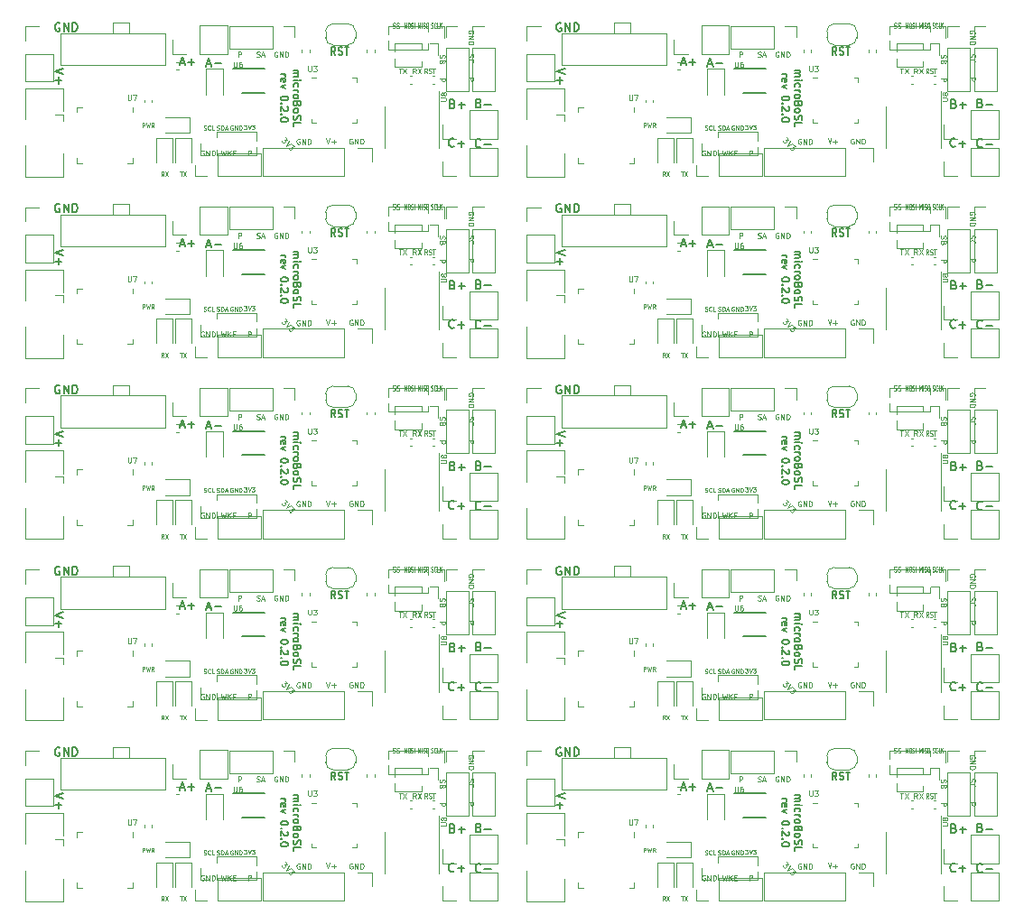
<source format=gbr>
G04 #@! TF.GenerationSoftware,KiCad,Pcbnew,(5.1.9)-1*
G04 #@! TF.CreationDate,2021-05-15T12:51:58+10:00*
G04 #@! TF.ProjectId,microBoSL-panel,6d696372-6f42-46f5-934c-2d70616e656c,rev?*
G04 #@! TF.SameCoordinates,Original*
G04 #@! TF.FileFunction,Legend,Top*
G04 #@! TF.FilePolarity,Positive*
%FSLAX46Y46*%
G04 Gerber Fmt 4.6, Leading zero omitted, Abs format (unit mm)*
G04 Created by KiCad (PCBNEW (5.1.9)-1) date 2021-05-15 12:51:58*
%MOMM*%
%LPD*%
G01*
G04 APERTURE LIST*
%ADD10C,0.150000*%
%ADD11C,0.125000*%
%ADD12C,0.100000*%
%ADD13C,0.075000*%
%ADD14C,0.120000*%
G04 APERTURE END LIST*
D10*
X100133339Y-115116699D02*
X100600006Y-115116699D01*
X100533339Y-115116699D02*
X100566672Y-115150033D01*
X100600006Y-115216699D01*
X100600006Y-115316699D01*
X100566672Y-115383366D01*
X100500006Y-115416699D01*
X100133339Y-115416699D01*
X100500006Y-115416699D02*
X100566672Y-115450033D01*
X100600006Y-115516699D01*
X100600006Y-115616699D01*
X100566672Y-115683366D01*
X100500006Y-115716699D01*
X100133339Y-115716699D01*
X100133339Y-116050033D02*
X100600006Y-116050033D01*
X100833339Y-116050033D02*
X100800006Y-116016699D01*
X100766672Y-116050033D01*
X100800006Y-116083366D01*
X100833339Y-116050033D01*
X100766672Y-116050033D01*
X100166672Y-116683366D02*
X100133339Y-116616699D01*
X100133339Y-116483366D01*
X100166672Y-116416699D01*
X100200006Y-116383366D01*
X100266672Y-116350033D01*
X100466672Y-116350033D01*
X100533339Y-116383366D01*
X100566672Y-116416699D01*
X100600006Y-116483366D01*
X100600006Y-116616699D01*
X100566672Y-116683366D01*
X100133339Y-116983366D02*
X100600006Y-116983366D01*
X100466672Y-116983366D02*
X100533339Y-117016699D01*
X100566672Y-117050033D01*
X100600006Y-117116699D01*
X100600006Y-117183366D01*
X100133339Y-117516699D02*
X100166672Y-117450033D01*
X100200006Y-117416699D01*
X100266672Y-117383366D01*
X100466672Y-117383366D01*
X100533339Y-117416699D01*
X100566672Y-117450033D01*
X100600006Y-117516699D01*
X100600006Y-117616699D01*
X100566672Y-117683366D01*
X100533339Y-117716699D01*
X100466672Y-117750033D01*
X100266672Y-117750033D01*
X100200006Y-117716699D01*
X100166672Y-117683366D01*
X100133339Y-117616699D01*
X100133339Y-117516699D01*
X100500006Y-118283366D02*
X100466672Y-118383366D01*
X100433339Y-118416699D01*
X100366672Y-118450033D01*
X100266672Y-118450033D01*
X100200006Y-118416699D01*
X100166672Y-118383366D01*
X100133339Y-118316699D01*
X100133339Y-118050033D01*
X100833339Y-118050033D01*
X100833339Y-118283366D01*
X100800006Y-118350033D01*
X100766672Y-118383366D01*
X100700006Y-118416699D01*
X100633339Y-118416699D01*
X100566672Y-118383366D01*
X100533339Y-118350033D01*
X100500006Y-118283366D01*
X100500006Y-118050033D01*
X100133339Y-118850033D02*
X100166672Y-118783366D01*
X100200006Y-118750033D01*
X100266672Y-118716699D01*
X100466672Y-118716699D01*
X100533339Y-118750033D01*
X100566672Y-118783366D01*
X100600006Y-118850033D01*
X100600006Y-118950033D01*
X100566672Y-119016699D01*
X100533339Y-119050033D01*
X100466672Y-119083366D01*
X100266672Y-119083366D01*
X100200006Y-119050033D01*
X100166672Y-119016699D01*
X100133339Y-118950033D01*
X100133339Y-118850033D01*
X100166672Y-119350033D02*
X100133339Y-119450033D01*
X100133339Y-119616699D01*
X100166672Y-119683366D01*
X100200006Y-119716699D01*
X100266672Y-119750033D01*
X100333339Y-119750033D01*
X100400006Y-119716699D01*
X100433339Y-119683366D01*
X100466672Y-119616699D01*
X100500006Y-119483366D01*
X100533339Y-119416699D01*
X100566672Y-119383366D01*
X100633339Y-119350033D01*
X100700006Y-119350033D01*
X100766672Y-119383366D01*
X100800006Y-119416699D01*
X100833339Y-119483366D01*
X100833339Y-119650033D01*
X100800006Y-119750033D01*
X100133339Y-120383366D02*
X100133339Y-120050033D01*
X100833339Y-120050033D01*
X98933339Y-115483366D02*
X99400006Y-115483366D01*
X99266672Y-115483366D02*
X99333339Y-115516699D01*
X99366672Y-115550033D01*
X99400006Y-115616699D01*
X99400006Y-115683366D01*
X98966672Y-116183366D02*
X98933339Y-116116699D01*
X98933339Y-115983366D01*
X98966672Y-115916699D01*
X99033339Y-115883366D01*
X99300006Y-115883366D01*
X99366672Y-115916699D01*
X99400006Y-115983366D01*
X99400006Y-116116699D01*
X99366672Y-116183366D01*
X99300006Y-116216699D01*
X99233339Y-116216699D01*
X99166672Y-115883366D01*
X99400006Y-116450033D02*
X98933339Y-116616699D01*
X99400006Y-116783366D01*
X99633339Y-117716699D02*
X99633339Y-117783366D01*
X99600006Y-117850033D01*
X99566672Y-117883366D01*
X99500006Y-117916699D01*
X99366672Y-117950033D01*
X99200006Y-117950033D01*
X99066672Y-117916699D01*
X99000006Y-117883366D01*
X98966672Y-117850033D01*
X98933339Y-117783366D01*
X98933339Y-117716699D01*
X98966672Y-117650033D01*
X99000006Y-117616699D01*
X99066672Y-117583366D01*
X99200006Y-117550033D01*
X99366672Y-117550033D01*
X99500006Y-117583366D01*
X99566672Y-117616699D01*
X99600006Y-117650033D01*
X99633339Y-117716699D01*
X99000006Y-118250033D02*
X98966672Y-118283366D01*
X98933339Y-118250033D01*
X98966672Y-118216699D01*
X99000006Y-118250033D01*
X98933339Y-118250033D01*
X99566672Y-118550033D02*
X99600006Y-118583366D01*
X99633339Y-118650033D01*
X99633339Y-118816699D01*
X99600006Y-118883366D01*
X99566672Y-118916699D01*
X99500006Y-118950033D01*
X99433339Y-118950033D01*
X99333339Y-118916699D01*
X98933339Y-118516699D01*
X98933339Y-118950033D01*
X99000006Y-119250033D02*
X98966672Y-119283366D01*
X98933339Y-119250033D01*
X98966672Y-119216699D01*
X99000006Y-119250033D01*
X98933339Y-119250033D01*
X99633339Y-119716699D02*
X99633339Y-119783366D01*
X99600006Y-119850033D01*
X99566672Y-119883366D01*
X99500006Y-119916699D01*
X99366672Y-119950033D01*
X99200006Y-119950033D01*
X99066672Y-119916699D01*
X99000006Y-119883366D01*
X98966672Y-119850033D01*
X98933339Y-119783366D01*
X98933339Y-119716699D01*
X98966672Y-119650033D01*
X99000006Y-119616699D01*
X99066672Y-119583366D01*
X99200006Y-119550033D01*
X99366672Y-119550033D01*
X99500006Y-119583366D01*
X99566672Y-119616699D01*
X99600006Y-119650033D01*
X99633339Y-119716699D01*
X78588101Y-114963128D02*
X77788101Y-115229794D01*
X78588101Y-115496461D01*
X78092863Y-115763128D02*
X78092863Y-116372652D01*
X77788101Y-116067890D02*
X78397625Y-116067890D01*
X78215482Y-110700033D02*
X78139291Y-110661937D01*
X78025006Y-110661937D01*
X77910720Y-110700033D01*
X77834529Y-110776223D01*
X77796434Y-110852413D01*
X77758339Y-111004794D01*
X77758339Y-111119080D01*
X77796434Y-111271461D01*
X77834529Y-111347652D01*
X77910720Y-111423842D01*
X78025006Y-111461937D01*
X78101196Y-111461937D01*
X78215482Y-111423842D01*
X78253577Y-111385747D01*
X78253577Y-111119080D01*
X78101196Y-111119080D01*
X78596434Y-111461937D02*
X78596434Y-110661937D01*
X79053577Y-111461937D01*
X79053577Y-110661937D01*
X79434529Y-111461937D02*
X79434529Y-110661937D01*
X79625006Y-110661937D01*
X79739291Y-110700033D01*
X79815482Y-110776223D01*
X79853577Y-110852413D01*
X79891672Y-111004794D01*
X79891672Y-111119080D01*
X79853577Y-111271461D01*
X79815482Y-111347652D01*
X79739291Y-111423842D01*
X79625006Y-111461937D01*
X79434529Y-111461937D01*
D11*
X110019053Y-114926223D02*
X110304767Y-114926223D01*
X110161910Y-115426223D02*
X110161910Y-114926223D01*
X110423815Y-114926223D02*
X110757148Y-115426223D01*
X110757148Y-114926223D02*
X110423815Y-115426223D01*
X111616672Y-115426223D02*
X111450006Y-115188128D01*
X111330958Y-115426223D02*
X111330958Y-114926223D01*
X111521434Y-114926223D01*
X111569053Y-114950033D01*
X111592863Y-114973842D01*
X111616672Y-115021461D01*
X111616672Y-115092890D01*
X111592863Y-115140509D01*
X111569053Y-115164318D01*
X111521434Y-115188128D01*
X111330958Y-115188128D01*
X111783339Y-114926223D02*
X112116672Y-115426223D01*
X112116672Y-114926223D02*
X111783339Y-115426223D01*
D12*
X112680958Y-115426223D02*
X112547625Y-115188128D01*
X112452386Y-115426223D02*
X112452386Y-114926223D01*
X112604767Y-114926223D01*
X112642863Y-114950033D01*
X112661910Y-114973842D01*
X112680958Y-115021461D01*
X112680958Y-115092890D01*
X112661910Y-115140509D01*
X112642863Y-115164318D01*
X112604767Y-115188128D01*
X112452386Y-115188128D01*
X112833339Y-115402413D02*
X112890482Y-115426223D01*
X112985720Y-115426223D01*
X113023815Y-115402413D01*
X113042863Y-115378604D01*
X113061910Y-115330985D01*
X113061910Y-115283366D01*
X113042863Y-115235747D01*
X113023815Y-115211937D01*
X112985720Y-115188128D01*
X112909529Y-115164318D01*
X112871434Y-115140509D01*
X112852386Y-115116699D01*
X112833339Y-115069080D01*
X112833339Y-115021461D01*
X112852386Y-114973842D01*
X112871434Y-114950033D01*
X112909529Y-114926223D01*
X113004767Y-114926223D01*
X113061910Y-114950033D01*
X113176196Y-114926223D02*
X113404767Y-114926223D01*
X113290482Y-115426223D02*
X113290482Y-114926223D01*
X109445244Y-111152413D02*
X109502386Y-111176223D01*
X109597625Y-111176223D01*
X109635720Y-111152413D01*
X109654767Y-111128604D01*
X109673815Y-111080985D01*
X109673815Y-111033366D01*
X109654767Y-110985747D01*
X109635720Y-110961937D01*
X109597625Y-110938128D01*
X109521434Y-110914318D01*
X109483339Y-110890509D01*
X109464291Y-110866699D01*
X109445244Y-110819080D01*
X109445244Y-110771461D01*
X109464291Y-110723842D01*
X109483339Y-110700033D01*
X109521434Y-110676223D01*
X109616672Y-110676223D01*
X109673815Y-110700033D01*
X109826196Y-111152413D02*
X109883339Y-111176223D01*
X109978577Y-111176223D01*
X110016672Y-111152413D01*
X110035720Y-111128604D01*
X110054767Y-111080985D01*
X110054767Y-111033366D01*
X110035720Y-110985747D01*
X110016672Y-110961937D01*
X109978577Y-110938128D01*
X109902386Y-110914318D01*
X109864291Y-110890509D01*
X109845244Y-110866699D01*
X109826196Y-110819080D01*
X109826196Y-110771461D01*
X109845244Y-110723842D01*
X109864291Y-110700033D01*
X109902386Y-110676223D01*
X109997625Y-110676223D01*
X110054767Y-110700033D01*
D11*
X105669053Y-121550033D02*
X105621434Y-121526223D01*
X105550006Y-121526223D01*
X105478577Y-121550033D01*
X105430958Y-121597652D01*
X105407148Y-121645271D01*
X105383339Y-121740509D01*
X105383339Y-121811937D01*
X105407148Y-121907175D01*
X105430958Y-121954794D01*
X105478577Y-122002413D01*
X105550006Y-122026223D01*
X105597625Y-122026223D01*
X105669053Y-122002413D01*
X105692863Y-121978604D01*
X105692863Y-121811937D01*
X105597625Y-121811937D01*
X105907148Y-122026223D02*
X105907148Y-121526223D01*
X106192863Y-122026223D01*
X106192863Y-121526223D01*
X106430958Y-122026223D02*
X106430958Y-121526223D01*
X106550006Y-121526223D01*
X106621434Y-121550033D01*
X106669053Y-121597652D01*
X106692863Y-121645271D01*
X106716672Y-121740509D01*
X106716672Y-121811937D01*
X106692863Y-121907175D01*
X106669053Y-121954794D01*
X106621434Y-122002413D01*
X106550006Y-122026223D01*
X106430958Y-122026223D01*
X103223815Y-121501223D02*
X103390482Y-122001223D01*
X103557148Y-121501223D01*
X103723815Y-121810747D02*
X104104767Y-121810747D01*
X103914291Y-122001223D02*
X103914291Y-121620271D01*
X100719053Y-121575033D02*
X100671434Y-121551223D01*
X100600006Y-121551223D01*
X100528577Y-121575033D01*
X100480958Y-121622652D01*
X100457148Y-121670271D01*
X100433339Y-121765509D01*
X100433339Y-121836937D01*
X100457148Y-121932175D01*
X100480958Y-121979794D01*
X100528577Y-122027413D01*
X100600006Y-122051223D01*
X100647625Y-122051223D01*
X100719053Y-122027413D01*
X100742863Y-122003604D01*
X100742863Y-121836937D01*
X100647625Y-121836937D01*
X100957148Y-122051223D02*
X100957148Y-121551223D01*
X101242863Y-122051223D01*
X101242863Y-121551223D01*
X101480958Y-122051223D02*
X101480958Y-121551223D01*
X101600006Y-121551223D01*
X101671434Y-121575033D01*
X101719053Y-121622652D01*
X101742863Y-121670271D01*
X101766672Y-121765509D01*
X101766672Y-121836937D01*
X101742863Y-121932175D01*
X101719053Y-121979794D01*
X101671434Y-122027413D01*
X101600006Y-122051223D01*
X101480958Y-122051223D01*
X99355885Y-121418687D02*
X99574752Y-121637554D01*
X99322214Y-121654389D01*
X99372721Y-121704897D01*
X99389557Y-121755405D01*
X99389557Y-121789076D01*
X99372721Y-121839584D01*
X99288542Y-121923763D01*
X99238034Y-121940599D01*
X99204362Y-121940599D01*
X99153855Y-121923763D01*
X99052840Y-121822748D01*
X99036004Y-121772241D01*
X99036004Y-121738569D01*
X99675767Y-121738569D02*
X99440065Y-122209973D01*
X99911469Y-121974271D01*
X99995649Y-122058450D02*
X100214515Y-122277317D01*
X99961977Y-122294153D01*
X100012484Y-122344660D01*
X100029320Y-122395168D01*
X100029320Y-122428840D01*
X100012484Y-122479347D01*
X99928305Y-122563527D01*
X99877797Y-122580363D01*
X99844126Y-122580363D01*
X99793618Y-122563527D01*
X99692603Y-122462511D01*
X99675767Y-122412004D01*
X99675767Y-122378332D01*
D12*
X95504767Y-120255985D02*
X95752386Y-120255985D01*
X95619053Y-120408366D01*
X95676196Y-120408366D01*
X95714291Y-120427413D01*
X95733339Y-120446461D01*
X95752386Y-120484556D01*
X95752386Y-120579794D01*
X95733339Y-120617890D01*
X95714291Y-120636937D01*
X95676196Y-120655985D01*
X95561910Y-120655985D01*
X95523815Y-120636937D01*
X95504767Y-120617890D01*
X95866672Y-120255985D02*
X96000006Y-120655985D01*
X96133339Y-120255985D01*
X96228577Y-120255985D02*
X96476196Y-120255985D01*
X96342863Y-120408366D01*
X96400006Y-120408366D01*
X96438101Y-120427413D01*
X96457148Y-120446461D01*
X96476196Y-120484556D01*
X96476196Y-120579794D01*
X96457148Y-120617890D01*
X96438101Y-120636937D01*
X96400006Y-120655985D01*
X96285720Y-120655985D01*
X96247625Y-120636937D01*
X96228577Y-120617890D01*
X94445244Y-120325033D02*
X94407148Y-120305985D01*
X94350006Y-120305985D01*
X94292863Y-120325033D01*
X94254767Y-120363128D01*
X94235720Y-120401223D01*
X94216672Y-120477413D01*
X94216672Y-120534556D01*
X94235720Y-120610747D01*
X94254767Y-120648842D01*
X94292863Y-120686937D01*
X94350006Y-120705985D01*
X94388101Y-120705985D01*
X94445244Y-120686937D01*
X94464291Y-120667890D01*
X94464291Y-120534556D01*
X94388101Y-120534556D01*
X94635720Y-120705985D02*
X94635720Y-120305985D01*
X94864291Y-120705985D01*
X94864291Y-120305985D01*
X95054767Y-120705985D02*
X95054767Y-120305985D01*
X95150006Y-120305985D01*
X95207148Y-120325033D01*
X95245244Y-120363128D01*
X95264291Y-120401223D01*
X95283339Y-120477413D01*
X95283339Y-120534556D01*
X95264291Y-120610747D01*
X95245244Y-120648842D01*
X95207148Y-120686937D01*
X95150006Y-120705985D01*
X95054767Y-120705985D01*
X92964291Y-120686937D02*
X93021434Y-120705985D01*
X93116672Y-120705985D01*
X93154767Y-120686937D01*
X93173815Y-120667890D01*
X93192863Y-120629794D01*
X93192863Y-120591699D01*
X93173815Y-120553604D01*
X93154767Y-120534556D01*
X93116672Y-120515509D01*
X93040482Y-120496461D01*
X93002386Y-120477413D01*
X92983339Y-120458366D01*
X92964291Y-120420271D01*
X92964291Y-120382175D01*
X92983339Y-120344080D01*
X93002386Y-120325033D01*
X93040482Y-120305985D01*
X93135720Y-120305985D01*
X93192863Y-120325033D01*
X93364291Y-120705985D02*
X93364291Y-120305985D01*
X93459529Y-120305985D01*
X93516672Y-120325033D01*
X93554767Y-120363128D01*
X93573815Y-120401223D01*
X93592863Y-120477413D01*
X93592863Y-120534556D01*
X93573815Y-120610747D01*
X93554767Y-120648842D01*
X93516672Y-120686937D01*
X93459529Y-120705985D01*
X93364291Y-120705985D01*
X93745244Y-120591699D02*
X93935720Y-120591699D01*
X93707148Y-120705985D02*
X93840482Y-120305985D01*
X93973815Y-120705985D01*
X91723815Y-120686937D02*
X91780958Y-120705985D01*
X91876196Y-120705985D01*
X91914291Y-120686937D01*
X91933339Y-120667890D01*
X91952386Y-120629794D01*
X91952386Y-120591699D01*
X91933339Y-120553604D01*
X91914291Y-120534556D01*
X91876196Y-120515509D01*
X91800006Y-120496461D01*
X91761910Y-120477413D01*
X91742863Y-120458366D01*
X91723815Y-120420271D01*
X91723815Y-120382175D01*
X91742863Y-120344080D01*
X91761910Y-120325033D01*
X91800006Y-120305985D01*
X91895244Y-120305985D01*
X91952386Y-120325033D01*
X92352386Y-120667890D02*
X92333339Y-120686937D01*
X92276196Y-120705985D01*
X92238101Y-120705985D01*
X92180958Y-120686937D01*
X92142863Y-120648842D01*
X92123815Y-120610747D01*
X92104767Y-120534556D01*
X92104767Y-120477413D01*
X92123815Y-120401223D01*
X92142863Y-120363128D01*
X92180958Y-120325033D01*
X92238101Y-120305985D01*
X92276196Y-120305985D01*
X92333339Y-120325033D01*
X92352386Y-120344080D01*
X92714291Y-120705985D02*
X92523815Y-120705985D01*
X92523815Y-120305985D01*
D13*
X110528577Y-111176223D02*
X110528577Y-110676223D01*
X110628577Y-111033366D01*
X110728577Y-110676223D01*
X110728577Y-111176223D01*
X110928577Y-110676223D02*
X110985720Y-110676223D01*
X111014291Y-110700033D01*
X111042863Y-110747652D01*
X111057148Y-110842890D01*
X111057148Y-111009556D01*
X111042863Y-111104794D01*
X111014291Y-111152413D01*
X110985720Y-111176223D01*
X110928577Y-111176223D01*
X110900006Y-111152413D01*
X110871434Y-111104794D01*
X110857148Y-111009556D01*
X110857148Y-110842890D01*
X110871434Y-110747652D01*
X110900006Y-110700033D01*
X110928577Y-110676223D01*
X111171434Y-111152413D02*
X111214291Y-111176223D01*
X111285720Y-111176223D01*
X111314291Y-111152413D01*
X111328577Y-111128604D01*
X111342863Y-111080985D01*
X111342863Y-111033366D01*
X111328577Y-110985747D01*
X111314291Y-110961937D01*
X111285720Y-110938128D01*
X111228577Y-110914318D01*
X111200006Y-110890509D01*
X111185720Y-110866699D01*
X111171434Y-110819080D01*
X111171434Y-110771461D01*
X111185720Y-110723842D01*
X111200006Y-110700033D01*
X111228577Y-110676223D01*
X111300006Y-110676223D01*
X111342863Y-110700033D01*
X111471434Y-111176223D02*
X111471434Y-110676223D01*
X111828577Y-111176223D02*
X111828577Y-110676223D01*
X111928577Y-111033366D01*
X112028577Y-110676223D01*
X112028577Y-111176223D01*
X112171434Y-111176223D02*
X112171434Y-110676223D01*
X112300006Y-111152413D02*
X112342863Y-111176223D01*
X112414291Y-111176223D01*
X112442863Y-111152413D01*
X112457148Y-111128604D01*
X112471434Y-111080985D01*
X112471434Y-111033366D01*
X112457148Y-110985747D01*
X112442863Y-110961937D01*
X112414291Y-110938128D01*
X112357148Y-110914318D01*
X112328577Y-110890509D01*
X112314291Y-110866699D01*
X112300006Y-110819080D01*
X112300006Y-110771461D01*
X112314291Y-110723842D01*
X112328577Y-110700033D01*
X112357148Y-110676223D01*
X112428577Y-110676223D01*
X112471434Y-110700033D01*
X112657148Y-110676223D02*
X112714291Y-110676223D01*
X112742863Y-110700033D01*
X112771434Y-110747652D01*
X112785720Y-110842890D01*
X112785720Y-111009556D01*
X112771434Y-111104794D01*
X112742863Y-111152413D01*
X112714291Y-111176223D01*
X112657148Y-111176223D01*
X112628577Y-111152413D01*
X112600006Y-111104794D01*
X112585720Y-111009556D01*
X112585720Y-110842890D01*
X112600006Y-110747652D01*
X112628577Y-110700033D01*
X112657148Y-110676223D01*
X113042863Y-111152413D02*
X113085720Y-111176223D01*
X113157148Y-111176223D01*
X113185720Y-111152413D01*
X113200006Y-111128604D01*
X113214291Y-111080985D01*
X113214291Y-111033366D01*
X113200006Y-110985747D01*
X113185720Y-110961937D01*
X113157148Y-110938128D01*
X113100006Y-110914318D01*
X113071434Y-110890509D01*
X113057148Y-110866699D01*
X113042863Y-110819080D01*
X113042863Y-110771461D01*
X113057148Y-110723842D01*
X113071434Y-110700033D01*
X113100006Y-110676223D01*
X113171434Y-110676223D01*
X113214291Y-110700033D01*
X113514291Y-111128604D02*
X113500006Y-111152413D01*
X113457148Y-111176223D01*
X113428577Y-111176223D01*
X113385720Y-111152413D01*
X113357148Y-111104794D01*
X113342863Y-111057175D01*
X113328577Y-110961937D01*
X113328577Y-110890509D01*
X113342863Y-110795271D01*
X113357148Y-110747652D01*
X113385720Y-110700033D01*
X113428577Y-110676223D01*
X113457148Y-110676223D01*
X113500006Y-110700033D01*
X113514291Y-110723842D01*
X113785720Y-111176223D02*
X113642863Y-111176223D01*
X113642863Y-110676223D01*
X113885720Y-111176223D02*
X113885720Y-110676223D01*
X114057148Y-111176223D02*
X113928577Y-110890509D01*
X114057148Y-110676223D02*
X113885720Y-110961937D01*
D12*
X85966672Y-120480985D02*
X85966672Y-120080985D01*
X86119053Y-120080985D01*
X86157148Y-120100033D01*
X86176196Y-120119080D01*
X86195244Y-120157175D01*
X86195244Y-120214318D01*
X86176196Y-120252413D01*
X86157148Y-120271461D01*
X86119053Y-120290509D01*
X85966672Y-120290509D01*
X86328577Y-120080985D02*
X86423815Y-120480985D01*
X86500006Y-120195271D01*
X86576196Y-120480985D01*
X86671434Y-120080985D01*
X87052386Y-120480985D02*
X86919053Y-120290509D01*
X86823815Y-120480985D02*
X86823815Y-120080985D01*
X86976196Y-120080985D01*
X87014291Y-120100033D01*
X87033339Y-120119080D01*
X87052386Y-120157175D01*
X87052386Y-120214318D01*
X87033339Y-120252413D01*
X87014291Y-120271461D01*
X86976196Y-120290509D01*
X86823815Y-120290509D01*
X87983339Y-125030985D02*
X87850006Y-124840509D01*
X87754767Y-125030985D02*
X87754767Y-124630985D01*
X87907148Y-124630985D01*
X87945244Y-124650033D01*
X87964291Y-124669080D01*
X87983339Y-124707175D01*
X87983339Y-124764318D01*
X87964291Y-124802413D01*
X87945244Y-124821461D01*
X87907148Y-124840509D01*
X87754767Y-124840509D01*
X88116672Y-124630985D02*
X88383339Y-125030985D01*
X88383339Y-124630985D02*
X88116672Y-125030985D01*
X89495244Y-124630985D02*
X89723815Y-124630985D01*
X89609529Y-125030985D02*
X89609529Y-124630985D01*
X89819053Y-124630985D02*
X90085720Y-125030985D01*
X90085720Y-124630985D02*
X89819053Y-125030985D01*
D10*
X117702386Y-122285747D02*
X117664291Y-122323842D01*
X117550006Y-122361937D01*
X117473815Y-122361937D01*
X117359529Y-122323842D01*
X117283339Y-122247652D01*
X117245244Y-122171461D01*
X117207148Y-122019080D01*
X117207148Y-121904794D01*
X117245244Y-121752413D01*
X117283339Y-121676223D01*
X117359529Y-121600033D01*
X117473815Y-121561937D01*
X117550006Y-121561937D01*
X117664291Y-121600033D01*
X117702386Y-121638128D01*
X118045244Y-122057175D02*
X118654767Y-122057175D01*
X115202386Y-122235747D02*
X115164291Y-122273842D01*
X115050006Y-122311937D01*
X114973815Y-122311937D01*
X114859529Y-122273842D01*
X114783339Y-122197652D01*
X114745244Y-122121461D01*
X114707148Y-121969080D01*
X114707148Y-121854794D01*
X114745244Y-121702413D01*
X114783339Y-121626223D01*
X114859529Y-121550033D01*
X114973815Y-121511937D01*
X115050006Y-121511937D01*
X115164291Y-121550033D01*
X115202386Y-121588128D01*
X115545244Y-122007175D02*
X116154767Y-122007175D01*
X115850006Y-122311937D02*
X115850006Y-121702413D01*
D11*
X95869053Y-123126223D02*
X95869053Y-122626223D01*
X96059529Y-122626223D01*
X96107148Y-122650033D01*
X96130958Y-122673842D01*
X96154767Y-122721461D01*
X96154767Y-122792890D01*
X96130958Y-122840509D01*
X96107148Y-122864318D01*
X96059529Y-122888128D01*
X95869053Y-122888128D01*
X93359529Y-122626223D02*
X93478577Y-123126223D01*
X93573815Y-122769080D01*
X93669053Y-123126223D01*
X93788101Y-122626223D01*
X93978577Y-123126223D02*
X93978577Y-122626223D01*
X94264291Y-123126223D02*
X94050006Y-122840509D01*
X94264291Y-122626223D02*
X93978577Y-122911937D01*
X94478577Y-122864318D02*
X94645244Y-122864318D01*
X94716672Y-123126223D02*
X94478577Y-123126223D01*
X94478577Y-122626223D01*
X94716672Y-122626223D01*
X91719053Y-122650033D02*
X91671434Y-122626223D01*
X91600006Y-122626223D01*
X91528577Y-122650033D01*
X91480958Y-122697652D01*
X91457148Y-122745271D01*
X91433339Y-122840509D01*
X91433339Y-122911937D01*
X91457148Y-123007175D01*
X91480958Y-123054794D01*
X91528577Y-123102413D01*
X91600006Y-123126223D01*
X91647625Y-123126223D01*
X91719053Y-123102413D01*
X91742863Y-123078604D01*
X91742863Y-122911937D01*
X91647625Y-122911937D01*
X91957148Y-123126223D02*
X91957148Y-122626223D01*
X92242863Y-123126223D01*
X92242863Y-122626223D01*
X92480958Y-123126223D02*
X92480958Y-122626223D01*
X92600006Y-122626223D01*
X92671434Y-122650033D01*
X92719053Y-122697652D01*
X92742863Y-122745271D01*
X92766672Y-122840509D01*
X92766672Y-122911937D01*
X92742863Y-123007175D01*
X92719053Y-123054794D01*
X92671434Y-123102413D01*
X92600006Y-123126223D01*
X92480958Y-123126223D01*
D10*
X115061910Y-118242890D02*
X115176196Y-118280985D01*
X115214291Y-118319080D01*
X115252386Y-118395271D01*
X115252386Y-118509556D01*
X115214291Y-118585747D01*
X115176196Y-118623842D01*
X115100006Y-118661937D01*
X114795244Y-118661937D01*
X114795244Y-117861937D01*
X115061910Y-117861937D01*
X115138101Y-117900033D01*
X115176196Y-117938128D01*
X115214291Y-118014318D01*
X115214291Y-118090509D01*
X115176196Y-118166699D01*
X115138101Y-118204794D01*
X115061910Y-118242890D01*
X114795244Y-118242890D01*
X115595244Y-118357175D02*
X116204767Y-118357175D01*
X115900006Y-118661937D02*
X115900006Y-118052413D01*
X117511910Y-118192890D02*
X117626196Y-118230985D01*
X117664291Y-118269080D01*
X117702386Y-118345271D01*
X117702386Y-118459556D01*
X117664291Y-118535747D01*
X117626196Y-118573842D01*
X117550006Y-118611937D01*
X117245244Y-118611937D01*
X117245244Y-117811937D01*
X117511910Y-117811937D01*
X117588101Y-117850033D01*
X117626196Y-117888128D01*
X117664291Y-117964318D01*
X117664291Y-118040509D01*
X117626196Y-118116699D01*
X117588101Y-118154794D01*
X117511910Y-118192890D01*
X117245244Y-118192890D01*
X118045244Y-118307175D02*
X118654767Y-118307175D01*
D11*
X116547625Y-113607175D02*
X116523815Y-113678604D01*
X116523815Y-113797652D01*
X116547625Y-113845271D01*
X116571434Y-113869080D01*
X116619053Y-113892890D01*
X116666672Y-113892890D01*
X116714291Y-113869080D01*
X116738101Y-113845271D01*
X116761910Y-113797652D01*
X116785720Y-113702413D01*
X116809529Y-113654794D01*
X116833339Y-113630985D01*
X116880958Y-113607175D01*
X116928577Y-113607175D01*
X116976196Y-113630985D01*
X117000006Y-113654794D01*
X117023815Y-113702413D01*
X117023815Y-113821461D01*
X117000006Y-113892890D01*
X116571434Y-114392890D02*
X116547625Y-114369080D01*
X116523815Y-114297652D01*
X116523815Y-114250033D01*
X116547625Y-114178604D01*
X116595244Y-114130985D01*
X116642863Y-114107175D01*
X116738101Y-114083366D01*
X116809529Y-114083366D01*
X116904767Y-114107175D01*
X116952386Y-114130985D01*
X117000006Y-114178604D01*
X117023815Y-114250033D01*
X117023815Y-114297652D01*
X117000006Y-114369080D01*
X116976196Y-114392890D01*
D10*
X92014291Y-114533366D02*
X92395244Y-114533366D01*
X91938101Y-114761937D02*
X92204767Y-113961937D01*
X92471434Y-114761937D01*
X92738101Y-114457175D02*
X93347625Y-114457175D01*
D11*
X113823815Y-115869080D02*
X114323815Y-115869080D01*
X114323815Y-116059556D01*
X114300006Y-116107175D01*
X114276196Y-116130985D01*
X114228577Y-116154794D01*
X114157148Y-116154794D01*
X114109529Y-116130985D01*
X114085720Y-116107175D01*
X114061910Y-116059556D01*
X114061910Y-115869080D01*
X98619053Y-113400033D02*
X98571434Y-113376223D01*
X98500006Y-113376223D01*
X98428577Y-113400033D01*
X98380958Y-113447652D01*
X98357148Y-113495271D01*
X98333339Y-113590509D01*
X98333339Y-113661937D01*
X98357148Y-113757175D01*
X98380958Y-113804794D01*
X98428577Y-113852413D01*
X98500006Y-113876223D01*
X98547625Y-113876223D01*
X98619053Y-113852413D01*
X98642863Y-113828604D01*
X98642863Y-113661937D01*
X98547625Y-113661937D01*
X98857148Y-113876223D02*
X98857148Y-113376223D01*
X99142863Y-113876223D01*
X99142863Y-113376223D01*
X99380958Y-113876223D02*
X99380958Y-113376223D01*
X99500006Y-113376223D01*
X99571434Y-113400033D01*
X99619053Y-113447652D01*
X99642863Y-113495271D01*
X99666672Y-113590509D01*
X99666672Y-113661937D01*
X99642863Y-113757175D01*
X99619053Y-113804794D01*
X99571434Y-113852413D01*
X99500006Y-113876223D01*
X99380958Y-113876223D01*
X116523815Y-115819080D02*
X117023815Y-115819080D01*
X117023815Y-116009556D01*
X117000006Y-116057175D01*
X116976196Y-116080985D01*
X116928577Y-116104794D01*
X116857148Y-116104794D01*
X116809529Y-116080985D01*
X116785720Y-116057175D01*
X116761910Y-116009556D01*
X116761910Y-115819080D01*
X113847625Y-113657175D02*
X113823815Y-113728604D01*
X113823815Y-113847652D01*
X113847625Y-113895271D01*
X113871434Y-113919080D01*
X113919053Y-113942890D01*
X113966672Y-113942890D01*
X114014291Y-113919080D01*
X114038101Y-113895271D01*
X114061910Y-113847652D01*
X114085720Y-113752413D01*
X114109529Y-113704794D01*
X114133339Y-113680985D01*
X114180958Y-113657175D01*
X114228577Y-113657175D01*
X114276196Y-113680985D01*
X114300006Y-113704794D01*
X114323815Y-113752413D01*
X114323815Y-113871461D01*
X114300006Y-113942890D01*
X114085720Y-114323842D02*
X114061910Y-114395271D01*
X114038101Y-114419080D01*
X113990482Y-114442890D01*
X113919053Y-114442890D01*
X113871434Y-114419080D01*
X113847625Y-114395271D01*
X113823815Y-114347652D01*
X113823815Y-114157175D01*
X114323815Y-114157175D01*
X114323815Y-114323842D01*
X114300006Y-114371461D01*
X114276196Y-114395271D01*
X114228577Y-114419080D01*
X114180958Y-114419080D01*
X114133339Y-114395271D01*
X114109529Y-114371461D01*
X114085720Y-114323842D01*
X114085720Y-114157175D01*
X94969053Y-113876223D02*
X94969053Y-113376223D01*
X95159529Y-113376223D01*
X95207148Y-113400033D01*
X95230958Y-113423842D01*
X95254767Y-113471461D01*
X95254767Y-113542890D01*
X95230958Y-113590509D01*
X95207148Y-113614318D01*
X95159529Y-113638128D01*
X94969053Y-113638128D01*
X96692863Y-113852413D02*
X96764291Y-113876223D01*
X96883339Y-113876223D01*
X96930958Y-113852413D01*
X96954767Y-113828604D01*
X96978577Y-113780985D01*
X96978577Y-113733366D01*
X96954767Y-113685747D01*
X96930958Y-113661937D01*
X96883339Y-113638128D01*
X96788101Y-113614318D01*
X96740482Y-113590509D01*
X96716672Y-113566699D01*
X96692863Y-113519080D01*
X96692863Y-113471461D01*
X96716672Y-113423842D01*
X96740482Y-113400033D01*
X96788101Y-113376223D01*
X96907148Y-113376223D01*
X96978577Y-113400033D01*
X97169053Y-113733366D02*
X97407148Y-113733366D01*
X97121434Y-113876223D02*
X97288101Y-113376223D01*
X97454767Y-113876223D01*
X117000006Y-111669080D02*
X117023815Y-111621461D01*
X117023815Y-111550033D01*
X117000006Y-111478604D01*
X116952386Y-111430985D01*
X116904767Y-111407175D01*
X116809529Y-111383366D01*
X116738101Y-111383366D01*
X116642863Y-111407175D01*
X116595244Y-111430985D01*
X116547625Y-111478604D01*
X116523815Y-111550033D01*
X116523815Y-111597652D01*
X116547625Y-111669080D01*
X116571434Y-111692890D01*
X116738101Y-111692890D01*
X116738101Y-111597652D01*
X116523815Y-111907175D02*
X117023815Y-111907175D01*
X116523815Y-112192890D01*
X117023815Y-112192890D01*
X116523815Y-112430985D02*
X117023815Y-112430985D01*
X117023815Y-112550033D01*
X117000006Y-112621461D01*
X116952386Y-112669080D01*
X116904767Y-112692890D01*
X116809529Y-112716699D01*
X116738101Y-112716699D01*
X116642863Y-112692890D01*
X116595244Y-112669080D01*
X116547625Y-112621461D01*
X116523815Y-112550033D01*
X116523815Y-112430985D01*
D10*
X89514291Y-114433366D02*
X89895244Y-114433366D01*
X89438101Y-114661937D02*
X89704767Y-113861937D01*
X89971434Y-114661937D01*
X90238101Y-114357175D02*
X90847625Y-114357175D01*
X90542863Y-114661937D02*
X90542863Y-114052413D01*
X53133330Y-115116699D02*
X53599997Y-115116699D01*
X53533330Y-115116699D02*
X53566663Y-115150033D01*
X53599997Y-115216699D01*
X53599997Y-115316699D01*
X53566663Y-115383366D01*
X53499997Y-115416699D01*
X53133330Y-115416699D01*
X53499997Y-115416699D02*
X53566663Y-115450033D01*
X53599997Y-115516699D01*
X53599997Y-115616699D01*
X53566663Y-115683366D01*
X53499997Y-115716699D01*
X53133330Y-115716699D01*
X53133330Y-116050033D02*
X53599997Y-116050033D01*
X53833330Y-116050033D02*
X53799997Y-116016699D01*
X53766663Y-116050033D01*
X53799997Y-116083366D01*
X53833330Y-116050033D01*
X53766663Y-116050033D01*
X53166663Y-116683366D02*
X53133330Y-116616699D01*
X53133330Y-116483366D01*
X53166663Y-116416699D01*
X53199997Y-116383366D01*
X53266663Y-116350033D01*
X53466663Y-116350033D01*
X53533330Y-116383366D01*
X53566663Y-116416699D01*
X53599997Y-116483366D01*
X53599997Y-116616699D01*
X53566663Y-116683366D01*
X53133330Y-116983366D02*
X53599997Y-116983366D01*
X53466663Y-116983366D02*
X53533330Y-117016699D01*
X53566663Y-117050033D01*
X53599997Y-117116699D01*
X53599997Y-117183366D01*
X53133330Y-117516699D02*
X53166663Y-117450033D01*
X53199997Y-117416699D01*
X53266663Y-117383366D01*
X53466663Y-117383366D01*
X53533330Y-117416699D01*
X53566663Y-117450033D01*
X53599997Y-117516699D01*
X53599997Y-117616699D01*
X53566663Y-117683366D01*
X53533330Y-117716699D01*
X53466663Y-117750033D01*
X53266663Y-117750033D01*
X53199997Y-117716699D01*
X53166663Y-117683366D01*
X53133330Y-117616699D01*
X53133330Y-117516699D01*
X53499997Y-118283366D02*
X53466663Y-118383366D01*
X53433330Y-118416699D01*
X53366663Y-118450033D01*
X53266663Y-118450033D01*
X53199997Y-118416699D01*
X53166663Y-118383366D01*
X53133330Y-118316699D01*
X53133330Y-118050033D01*
X53833330Y-118050033D01*
X53833330Y-118283366D01*
X53799997Y-118350033D01*
X53766663Y-118383366D01*
X53699997Y-118416699D01*
X53633330Y-118416699D01*
X53566663Y-118383366D01*
X53533330Y-118350033D01*
X53499997Y-118283366D01*
X53499997Y-118050033D01*
X53133330Y-118850033D02*
X53166663Y-118783366D01*
X53199997Y-118750033D01*
X53266663Y-118716699D01*
X53466663Y-118716699D01*
X53533330Y-118750033D01*
X53566663Y-118783366D01*
X53599997Y-118850033D01*
X53599997Y-118950033D01*
X53566663Y-119016699D01*
X53533330Y-119050033D01*
X53466663Y-119083366D01*
X53266663Y-119083366D01*
X53199997Y-119050033D01*
X53166663Y-119016699D01*
X53133330Y-118950033D01*
X53133330Y-118850033D01*
X53166663Y-119350033D02*
X53133330Y-119450033D01*
X53133330Y-119616699D01*
X53166663Y-119683366D01*
X53199997Y-119716699D01*
X53266663Y-119750033D01*
X53333330Y-119750033D01*
X53399997Y-119716699D01*
X53433330Y-119683366D01*
X53466663Y-119616699D01*
X53499997Y-119483366D01*
X53533330Y-119416699D01*
X53566663Y-119383366D01*
X53633330Y-119350033D01*
X53699997Y-119350033D01*
X53766663Y-119383366D01*
X53799997Y-119416699D01*
X53833330Y-119483366D01*
X53833330Y-119650033D01*
X53799997Y-119750033D01*
X53133330Y-120383366D02*
X53133330Y-120050033D01*
X53833330Y-120050033D01*
X51933330Y-115483366D02*
X52399997Y-115483366D01*
X52266663Y-115483366D02*
X52333330Y-115516699D01*
X52366663Y-115550033D01*
X52399997Y-115616699D01*
X52399997Y-115683366D01*
X51966663Y-116183366D02*
X51933330Y-116116699D01*
X51933330Y-115983366D01*
X51966663Y-115916699D01*
X52033330Y-115883366D01*
X52299997Y-115883366D01*
X52366663Y-115916699D01*
X52399997Y-115983366D01*
X52399997Y-116116699D01*
X52366663Y-116183366D01*
X52299997Y-116216699D01*
X52233330Y-116216699D01*
X52166663Y-115883366D01*
X52399997Y-116450033D02*
X51933330Y-116616699D01*
X52399997Y-116783366D01*
X52633330Y-117716699D02*
X52633330Y-117783366D01*
X52599997Y-117850033D01*
X52566663Y-117883366D01*
X52499997Y-117916699D01*
X52366663Y-117950033D01*
X52199997Y-117950033D01*
X52066663Y-117916699D01*
X51999997Y-117883366D01*
X51966663Y-117850033D01*
X51933330Y-117783366D01*
X51933330Y-117716699D01*
X51966663Y-117650033D01*
X51999997Y-117616699D01*
X52066663Y-117583366D01*
X52199997Y-117550033D01*
X52366663Y-117550033D01*
X52499997Y-117583366D01*
X52566663Y-117616699D01*
X52599997Y-117650033D01*
X52633330Y-117716699D01*
X51999997Y-118250033D02*
X51966663Y-118283366D01*
X51933330Y-118250033D01*
X51966663Y-118216699D01*
X51999997Y-118250033D01*
X51933330Y-118250033D01*
X52566663Y-118550033D02*
X52599997Y-118583366D01*
X52633330Y-118650033D01*
X52633330Y-118816699D01*
X52599997Y-118883366D01*
X52566663Y-118916699D01*
X52499997Y-118950033D01*
X52433330Y-118950033D01*
X52333330Y-118916699D01*
X51933330Y-118516699D01*
X51933330Y-118950033D01*
X51999997Y-119250033D02*
X51966663Y-119283366D01*
X51933330Y-119250033D01*
X51966663Y-119216699D01*
X51999997Y-119250033D01*
X51933330Y-119250033D01*
X52633330Y-119716699D02*
X52633330Y-119783366D01*
X52599997Y-119850033D01*
X52566663Y-119883366D01*
X52499997Y-119916699D01*
X52366663Y-119950033D01*
X52199997Y-119950033D01*
X52066663Y-119916699D01*
X51999997Y-119883366D01*
X51966663Y-119850033D01*
X51933330Y-119783366D01*
X51933330Y-119716699D01*
X51966663Y-119650033D01*
X51999997Y-119616699D01*
X52066663Y-119583366D01*
X52199997Y-119550033D01*
X52366663Y-119550033D01*
X52499997Y-119583366D01*
X52566663Y-119616699D01*
X52599997Y-119650033D01*
X52633330Y-119716699D01*
X31588092Y-114963128D02*
X30788092Y-115229794D01*
X31588092Y-115496461D01*
X31092854Y-115763128D02*
X31092854Y-116372652D01*
X30788092Y-116067890D02*
X31397616Y-116067890D01*
X31215473Y-110700033D02*
X31139282Y-110661937D01*
X31024997Y-110661937D01*
X30910711Y-110700033D01*
X30834520Y-110776223D01*
X30796425Y-110852413D01*
X30758330Y-111004794D01*
X30758330Y-111119080D01*
X30796425Y-111271461D01*
X30834520Y-111347652D01*
X30910711Y-111423842D01*
X31024997Y-111461937D01*
X31101187Y-111461937D01*
X31215473Y-111423842D01*
X31253568Y-111385747D01*
X31253568Y-111119080D01*
X31101187Y-111119080D01*
X31596425Y-111461937D02*
X31596425Y-110661937D01*
X32053568Y-111461937D01*
X32053568Y-110661937D01*
X32434520Y-111461937D02*
X32434520Y-110661937D01*
X32624997Y-110661937D01*
X32739282Y-110700033D01*
X32815473Y-110776223D01*
X32853568Y-110852413D01*
X32891663Y-111004794D01*
X32891663Y-111119080D01*
X32853568Y-111271461D01*
X32815473Y-111347652D01*
X32739282Y-111423842D01*
X32624997Y-111461937D01*
X32434520Y-111461937D01*
D11*
X63019044Y-114926223D02*
X63304758Y-114926223D01*
X63161901Y-115426223D02*
X63161901Y-114926223D01*
X63423806Y-114926223D02*
X63757139Y-115426223D01*
X63757139Y-114926223D02*
X63423806Y-115426223D01*
X64616663Y-115426223D02*
X64449997Y-115188128D01*
X64330949Y-115426223D02*
X64330949Y-114926223D01*
X64521425Y-114926223D01*
X64569044Y-114950033D01*
X64592854Y-114973842D01*
X64616663Y-115021461D01*
X64616663Y-115092890D01*
X64592854Y-115140509D01*
X64569044Y-115164318D01*
X64521425Y-115188128D01*
X64330949Y-115188128D01*
X64783330Y-114926223D02*
X65116663Y-115426223D01*
X65116663Y-114926223D02*
X64783330Y-115426223D01*
D12*
X65680949Y-115426223D02*
X65547616Y-115188128D01*
X65452377Y-115426223D02*
X65452377Y-114926223D01*
X65604758Y-114926223D01*
X65642854Y-114950033D01*
X65661901Y-114973842D01*
X65680949Y-115021461D01*
X65680949Y-115092890D01*
X65661901Y-115140509D01*
X65642854Y-115164318D01*
X65604758Y-115188128D01*
X65452377Y-115188128D01*
X65833330Y-115402413D02*
X65890473Y-115426223D01*
X65985711Y-115426223D01*
X66023806Y-115402413D01*
X66042854Y-115378604D01*
X66061901Y-115330985D01*
X66061901Y-115283366D01*
X66042854Y-115235747D01*
X66023806Y-115211937D01*
X65985711Y-115188128D01*
X65909520Y-115164318D01*
X65871425Y-115140509D01*
X65852377Y-115116699D01*
X65833330Y-115069080D01*
X65833330Y-115021461D01*
X65852377Y-114973842D01*
X65871425Y-114950033D01*
X65909520Y-114926223D01*
X66004758Y-114926223D01*
X66061901Y-114950033D01*
X66176187Y-114926223D02*
X66404758Y-114926223D01*
X66290473Y-115426223D02*
X66290473Y-114926223D01*
X62445235Y-111152413D02*
X62502377Y-111176223D01*
X62597616Y-111176223D01*
X62635711Y-111152413D01*
X62654758Y-111128604D01*
X62673806Y-111080985D01*
X62673806Y-111033366D01*
X62654758Y-110985747D01*
X62635711Y-110961937D01*
X62597616Y-110938128D01*
X62521425Y-110914318D01*
X62483330Y-110890509D01*
X62464282Y-110866699D01*
X62445235Y-110819080D01*
X62445235Y-110771461D01*
X62464282Y-110723842D01*
X62483330Y-110700033D01*
X62521425Y-110676223D01*
X62616663Y-110676223D01*
X62673806Y-110700033D01*
X62826187Y-111152413D02*
X62883330Y-111176223D01*
X62978568Y-111176223D01*
X63016663Y-111152413D01*
X63035711Y-111128604D01*
X63054758Y-111080985D01*
X63054758Y-111033366D01*
X63035711Y-110985747D01*
X63016663Y-110961937D01*
X62978568Y-110938128D01*
X62902377Y-110914318D01*
X62864282Y-110890509D01*
X62845235Y-110866699D01*
X62826187Y-110819080D01*
X62826187Y-110771461D01*
X62845235Y-110723842D01*
X62864282Y-110700033D01*
X62902377Y-110676223D01*
X62997616Y-110676223D01*
X63054758Y-110700033D01*
D11*
X58669044Y-121550033D02*
X58621425Y-121526223D01*
X58549997Y-121526223D01*
X58478568Y-121550033D01*
X58430949Y-121597652D01*
X58407139Y-121645271D01*
X58383330Y-121740509D01*
X58383330Y-121811937D01*
X58407139Y-121907175D01*
X58430949Y-121954794D01*
X58478568Y-122002413D01*
X58549997Y-122026223D01*
X58597616Y-122026223D01*
X58669044Y-122002413D01*
X58692854Y-121978604D01*
X58692854Y-121811937D01*
X58597616Y-121811937D01*
X58907139Y-122026223D02*
X58907139Y-121526223D01*
X59192854Y-122026223D01*
X59192854Y-121526223D01*
X59430949Y-122026223D02*
X59430949Y-121526223D01*
X59549997Y-121526223D01*
X59621425Y-121550033D01*
X59669044Y-121597652D01*
X59692854Y-121645271D01*
X59716663Y-121740509D01*
X59716663Y-121811937D01*
X59692854Y-121907175D01*
X59669044Y-121954794D01*
X59621425Y-122002413D01*
X59549997Y-122026223D01*
X59430949Y-122026223D01*
X56223806Y-121501223D02*
X56390473Y-122001223D01*
X56557139Y-121501223D01*
X56723806Y-121810747D02*
X57104758Y-121810747D01*
X56914282Y-122001223D02*
X56914282Y-121620271D01*
X53719044Y-121575033D02*
X53671425Y-121551223D01*
X53599997Y-121551223D01*
X53528568Y-121575033D01*
X53480949Y-121622652D01*
X53457139Y-121670271D01*
X53433330Y-121765509D01*
X53433330Y-121836937D01*
X53457139Y-121932175D01*
X53480949Y-121979794D01*
X53528568Y-122027413D01*
X53599997Y-122051223D01*
X53647616Y-122051223D01*
X53719044Y-122027413D01*
X53742854Y-122003604D01*
X53742854Y-121836937D01*
X53647616Y-121836937D01*
X53957139Y-122051223D02*
X53957139Y-121551223D01*
X54242854Y-122051223D01*
X54242854Y-121551223D01*
X54480949Y-122051223D02*
X54480949Y-121551223D01*
X54599997Y-121551223D01*
X54671425Y-121575033D01*
X54719044Y-121622652D01*
X54742854Y-121670271D01*
X54766663Y-121765509D01*
X54766663Y-121836937D01*
X54742854Y-121932175D01*
X54719044Y-121979794D01*
X54671425Y-122027413D01*
X54599997Y-122051223D01*
X54480949Y-122051223D01*
X52355876Y-121418687D02*
X52574743Y-121637554D01*
X52322205Y-121654389D01*
X52372712Y-121704897D01*
X52389548Y-121755405D01*
X52389548Y-121789076D01*
X52372712Y-121839584D01*
X52288533Y-121923763D01*
X52238025Y-121940599D01*
X52204353Y-121940599D01*
X52153846Y-121923763D01*
X52052831Y-121822748D01*
X52035995Y-121772241D01*
X52035995Y-121738569D01*
X52675758Y-121738569D02*
X52440056Y-122209973D01*
X52911460Y-121974271D01*
X52995640Y-122058450D02*
X53214506Y-122277317D01*
X52961968Y-122294153D01*
X53012475Y-122344660D01*
X53029311Y-122395168D01*
X53029311Y-122428840D01*
X53012475Y-122479347D01*
X52928296Y-122563527D01*
X52877788Y-122580363D01*
X52844117Y-122580363D01*
X52793609Y-122563527D01*
X52692594Y-122462511D01*
X52675758Y-122412004D01*
X52675758Y-122378332D01*
D12*
X48504758Y-120255985D02*
X48752377Y-120255985D01*
X48619044Y-120408366D01*
X48676187Y-120408366D01*
X48714282Y-120427413D01*
X48733330Y-120446461D01*
X48752377Y-120484556D01*
X48752377Y-120579794D01*
X48733330Y-120617890D01*
X48714282Y-120636937D01*
X48676187Y-120655985D01*
X48561901Y-120655985D01*
X48523806Y-120636937D01*
X48504758Y-120617890D01*
X48866663Y-120255985D02*
X48999997Y-120655985D01*
X49133330Y-120255985D01*
X49228568Y-120255985D02*
X49476187Y-120255985D01*
X49342854Y-120408366D01*
X49399997Y-120408366D01*
X49438092Y-120427413D01*
X49457139Y-120446461D01*
X49476187Y-120484556D01*
X49476187Y-120579794D01*
X49457139Y-120617890D01*
X49438092Y-120636937D01*
X49399997Y-120655985D01*
X49285711Y-120655985D01*
X49247616Y-120636937D01*
X49228568Y-120617890D01*
X47445235Y-120325033D02*
X47407139Y-120305985D01*
X47349997Y-120305985D01*
X47292854Y-120325033D01*
X47254758Y-120363128D01*
X47235711Y-120401223D01*
X47216663Y-120477413D01*
X47216663Y-120534556D01*
X47235711Y-120610747D01*
X47254758Y-120648842D01*
X47292854Y-120686937D01*
X47349997Y-120705985D01*
X47388092Y-120705985D01*
X47445235Y-120686937D01*
X47464282Y-120667890D01*
X47464282Y-120534556D01*
X47388092Y-120534556D01*
X47635711Y-120705985D02*
X47635711Y-120305985D01*
X47864282Y-120705985D01*
X47864282Y-120305985D01*
X48054758Y-120705985D02*
X48054758Y-120305985D01*
X48149997Y-120305985D01*
X48207139Y-120325033D01*
X48245235Y-120363128D01*
X48264282Y-120401223D01*
X48283330Y-120477413D01*
X48283330Y-120534556D01*
X48264282Y-120610747D01*
X48245235Y-120648842D01*
X48207139Y-120686937D01*
X48149997Y-120705985D01*
X48054758Y-120705985D01*
X45964282Y-120686937D02*
X46021425Y-120705985D01*
X46116663Y-120705985D01*
X46154758Y-120686937D01*
X46173806Y-120667890D01*
X46192854Y-120629794D01*
X46192854Y-120591699D01*
X46173806Y-120553604D01*
X46154758Y-120534556D01*
X46116663Y-120515509D01*
X46040473Y-120496461D01*
X46002377Y-120477413D01*
X45983330Y-120458366D01*
X45964282Y-120420271D01*
X45964282Y-120382175D01*
X45983330Y-120344080D01*
X46002377Y-120325033D01*
X46040473Y-120305985D01*
X46135711Y-120305985D01*
X46192854Y-120325033D01*
X46364282Y-120705985D02*
X46364282Y-120305985D01*
X46459520Y-120305985D01*
X46516663Y-120325033D01*
X46554758Y-120363128D01*
X46573806Y-120401223D01*
X46592854Y-120477413D01*
X46592854Y-120534556D01*
X46573806Y-120610747D01*
X46554758Y-120648842D01*
X46516663Y-120686937D01*
X46459520Y-120705985D01*
X46364282Y-120705985D01*
X46745235Y-120591699D02*
X46935711Y-120591699D01*
X46707139Y-120705985D02*
X46840473Y-120305985D01*
X46973806Y-120705985D01*
X44723806Y-120686937D02*
X44780949Y-120705985D01*
X44876187Y-120705985D01*
X44914282Y-120686937D01*
X44933330Y-120667890D01*
X44952377Y-120629794D01*
X44952377Y-120591699D01*
X44933330Y-120553604D01*
X44914282Y-120534556D01*
X44876187Y-120515509D01*
X44799997Y-120496461D01*
X44761901Y-120477413D01*
X44742854Y-120458366D01*
X44723806Y-120420271D01*
X44723806Y-120382175D01*
X44742854Y-120344080D01*
X44761901Y-120325033D01*
X44799997Y-120305985D01*
X44895235Y-120305985D01*
X44952377Y-120325033D01*
X45352377Y-120667890D02*
X45333330Y-120686937D01*
X45276187Y-120705985D01*
X45238092Y-120705985D01*
X45180949Y-120686937D01*
X45142854Y-120648842D01*
X45123806Y-120610747D01*
X45104758Y-120534556D01*
X45104758Y-120477413D01*
X45123806Y-120401223D01*
X45142854Y-120363128D01*
X45180949Y-120325033D01*
X45238092Y-120305985D01*
X45276187Y-120305985D01*
X45333330Y-120325033D01*
X45352377Y-120344080D01*
X45714282Y-120705985D02*
X45523806Y-120705985D01*
X45523806Y-120305985D01*
D13*
X63528568Y-111176223D02*
X63528568Y-110676223D01*
X63628568Y-111033366D01*
X63728568Y-110676223D01*
X63728568Y-111176223D01*
X63928568Y-110676223D02*
X63985711Y-110676223D01*
X64014282Y-110700033D01*
X64042854Y-110747652D01*
X64057139Y-110842890D01*
X64057139Y-111009556D01*
X64042854Y-111104794D01*
X64014282Y-111152413D01*
X63985711Y-111176223D01*
X63928568Y-111176223D01*
X63899997Y-111152413D01*
X63871425Y-111104794D01*
X63857139Y-111009556D01*
X63857139Y-110842890D01*
X63871425Y-110747652D01*
X63899997Y-110700033D01*
X63928568Y-110676223D01*
X64171425Y-111152413D02*
X64214282Y-111176223D01*
X64285711Y-111176223D01*
X64314282Y-111152413D01*
X64328568Y-111128604D01*
X64342854Y-111080985D01*
X64342854Y-111033366D01*
X64328568Y-110985747D01*
X64314282Y-110961937D01*
X64285711Y-110938128D01*
X64228568Y-110914318D01*
X64199997Y-110890509D01*
X64185711Y-110866699D01*
X64171425Y-110819080D01*
X64171425Y-110771461D01*
X64185711Y-110723842D01*
X64199997Y-110700033D01*
X64228568Y-110676223D01*
X64299997Y-110676223D01*
X64342854Y-110700033D01*
X64471425Y-111176223D02*
X64471425Y-110676223D01*
X64828568Y-111176223D02*
X64828568Y-110676223D01*
X64928568Y-111033366D01*
X65028568Y-110676223D01*
X65028568Y-111176223D01*
X65171425Y-111176223D02*
X65171425Y-110676223D01*
X65299997Y-111152413D02*
X65342854Y-111176223D01*
X65414282Y-111176223D01*
X65442854Y-111152413D01*
X65457139Y-111128604D01*
X65471425Y-111080985D01*
X65471425Y-111033366D01*
X65457139Y-110985747D01*
X65442854Y-110961937D01*
X65414282Y-110938128D01*
X65357139Y-110914318D01*
X65328568Y-110890509D01*
X65314282Y-110866699D01*
X65299997Y-110819080D01*
X65299997Y-110771461D01*
X65314282Y-110723842D01*
X65328568Y-110700033D01*
X65357139Y-110676223D01*
X65428568Y-110676223D01*
X65471425Y-110700033D01*
X65657139Y-110676223D02*
X65714282Y-110676223D01*
X65742854Y-110700033D01*
X65771425Y-110747652D01*
X65785711Y-110842890D01*
X65785711Y-111009556D01*
X65771425Y-111104794D01*
X65742854Y-111152413D01*
X65714282Y-111176223D01*
X65657139Y-111176223D01*
X65628568Y-111152413D01*
X65599997Y-111104794D01*
X65585711Y-111009556D01*
X65585711Y-110842890D01*
X65599997Y-110747652D01*
X65628568Y-110700033D01*
X65657139Y-110676223D01*
X66042854Y-111152413D02*
X66085711Y-111176223D01*
X66157139Y-111176223D01*
X66185711Y-111152413D01*
X66199997Y-111128604D01*
X66214282Y-111080985D01*
X66214282Y-111033366D01*
X66199997Y-110985747D01*
X66185711Y-110961937D01*
X66157139Y-110938128D01*
X66099997Y-110914318D01*
X66071425Y-110890509D01*
X66057139Y-110866699D01*
X66042854Y-110819080D01*
X66042854Y-110771461D01*
X66057139Y-110723842D01*
X66071425Y-110700033D01*
X66099997Y-110676223D01*
X66171425Y-110676223D01*
X66214282Y-110700033D01*
X66514282Y-111128604D02*
X66499997Y-111152413D01*
X66457139Y-111176223D01*
X66428568Y-111176223D01*
X66385711Y-111152413D01*
X66357139Y-111104794D01*
X66342854Y-111057175D01*
X66328568Y-110961937D01*
X66328568Y-110890509D01*
X66342854Y-110795271D01*
X66357139Y-110747652D01*
X66385711Y-110700033D01*
X66428568Y-110676223D01*
X66457139Y-110676223D01*
X66499997Y-110700033D01*
X66514282Y-110723842D01*
X66785711Y-111176223D02*
X66642854Y-111176223D01*
X66642854Y-110676223D01*
X66885711Y-111176223D02*
X66885711Y-110676223D01*
X67057139Y-111176223D02*
X66928568Y-110890509D01*
X67057139Y-110676223D02*
X66885711Y-110961937D01*
D12*
X38966663Y-120480985D02*
X38966663Y-120080985D01*
X39119044Y-120080985D01*
X39157139Y-120100033D01*
X39176187Y-120119080D01*
X39195235Y-120157175D01*
X39195235Y-120214318D01*
X39176187Y-120252413D01*
X39157139Y-120271461D01*
X39119044Y-120290509D01*
X38966663Y-120290509D01*
X39328568Y-120080985D02*
X39423806Y-120480985D01*
X39499997Y-120195271D01*
X39576187Y-120480985D01*
X39671425Y-120080985D01*
X40052377Y-120480985D02*
X39919044Y-120290509D01*
X39823806Y-120480985D02*
X39823806Y-120080985D01*
X39976187Y-120080985D01*
X40014282Y-120100033D01*
X40033330Y-120119080D01*
X40052377Y-120157175D01*
X40052377Y-120214318D01*
X40033330Y-120252413D01*
X40014282Y-120271461D01*
X39976187Y-120290509D01*
X39823806Y-120290509D01*
X40983330Y-125030985D02*
X40849997Y-124840509D01*
X40754758Y-125030985D02*
X40754758Y-124630985D01*
X40907139Y-124630985D01*
X40945235Y-124650033D01*
X40964282Y-124669080D01*
X40983330Y-124707175D01*
X40983330Y-124764318D01*
X40964282Y-124802413D01*
X40945235Y-124821461D01*
X40907139Y-124840509D01*
X40754758Y-124840509D01*
X41116663Y-124630985D02*
X41383330Y-125030985D01*
X41383330Y-124630985D02*
X41116663Y-125030985D01*
X42495235Y-124630985D02*
X42723806Y-124630985D01*
X42609520Y-125030985D02*
X42609520Y-124630985D01*
X42819044Y-124630985D02*
X43085711Y-125030985D01*
X43085711Y-124630985D02*
X42819044Y-125030985D01*
D10*
X70702377Y-122285747D02*
X70664282Y-122323842D01*
X70549997Y-122361937D01*
X70473806Y-122361937D01*
X70359520Y-122323842D01*
X70283330Y-122247652D01*
X70245235Y-122171461D01*
X70207139Y-122019080D01*
X70207139Y-121904794D01*
X70245235Y-121752413D01*
X70283330Y-121676223D01*
X70359520Y-121600033D01*
X70473806Y-121561937D01*
X70549997Y-121561937D01*
X70664282Y-121600033D01*
X70702377Y-121638128D01*
X71045235Y-122057175D02*
X71654758Y-122057175D01*
X68202377Y-122235747D02*
X68164282Y-122273842D01*
X68049997Y-122311937D01*
X67973806Y-122311937D01*
X67859520Y-122273842D01*
X67783330Y-122197652D01*
X67745235Y-122121461D01*
X67707139Y-121969080D01*
X67707139Y-121854794D01*
X67745235Y-121702413D01*
X67783330Y-121626223D01*
X67859520Y-121550033D01*
X67973806Y-121511937D01*
X68049997Y-121511937D01*
X68164282Y-121550033D01*
X68202377Y-121588128D01*
X68545235Y-122007175D02*
X69154758Y-122007175D01*
X68849997Y-122311937D02*
X68849997Y-121702413D01*
D11*
X48869044Y-123126223D02*
X48869044Y-122626223D01*
X49059520Y-122626223D01*
X49107139Y-122650033D01*
X49130949Y-122673842D01*
X49154758Y-122721461D01*
X49154758Y-122792890D01*
X49130949Y-122840509D01*
X49107139Y-122864318D01*
X49059520Y-122888128D01*
X48869044Y-122888128D01*
X46359520Y-122626223D02*
X46478568Y-123126223D01*
X46573806Y-122769080D01*
X46669044Y-123126223D01*
X46788092Y-122626223D01*
X46978568Y-123126223D02*
X46978568Y-122626223D01*
X47264282Y-123126223D02*
X47049997Y-122840509D01*
X47264282Y-122626223D02*
X46978568Y-122911937D01*
X47478568Y-122864318D02*
X47645235Y-122864318D01*
X47716663Y-123126223D02*
X47478568Y-123126223D01*
X47478568Y-122626223D01*
X47716663Y-122626223D01*
X44719044Y-122650033D02*
X44671425Y-122626223D01*
X44599997Y-122626223D01*
X44528568Y-122650033D01*
X44480949Y-122697652D01*
X44457139Y-122745271D01*
X44433330Y-122840509D01*
X44433330Y-122911937D01*
X44457139Y-123007175D01*
X44480949Y-123054794D01*
X44528568Y-123102413D01*
X44599997Y-123126223D01*
X44647616Y-123126223D01*
X44719044Y-123102413D01*
X44742854Y-123078604D01*
X44742854Y-122911937D01*
X44647616Y-122911937D01*
X44957139Y-123126223D02*
X44957139Y-122626223D01*
X45242854Y-123126223D01*
X45242854Y-122626223D01*
X45480949Y-123126223D02*
X45480949Y-122626223D01*
X45599997Y-122626223D01*
X45671425Y-122650033D01*
X45719044Y-122697652D01*
X45742854Y-122745271D01*
X45766663Y-122840509D01*
X45766663Y-122911937D01*
X45742854Y-123007175D01*
X45719044Y-123054794D01*
X45671425Y-123102413D01*
X45599997Y-123126223D01*
X45480949Y-123126223D01*
D10*
X68061901Y-118242890D02*
X68176187Y-118280985D01*
X68214282Y-118319080D01*
X68252377Y-118395271D01*
X68252377Y-118509556D01*
X68214282Y-118585747D01*
X68176187Y-118623842D01*
X68099997Y-118661937D01*
X67795235Y-118661937D01*
X67795235Y-117861937D01*
X68061901Y-117861937D01*
X68138092Y-117900033D01*
X68176187Y-117938128D01*
X68214282Y-118014318D01*
X68214282Y-118090509D01*
X68176187Y-118166699D01*
X68138092Y-118204794D01*
X68061901Y-118242890D01*
X67795235Y-118242890D01*
X68595235Y-118357175D02*
X69204758Y-118357175D01*
X68899997Y-118661937D02*
X68899997Y-118052413D01*
X70511901Y-118192890D02*
X70626187Y-118230985D01*
X70664282Y-118269080D01*
X70702377Y-118345271D01*
X70702377Y-118459556D01*
X70664282Y-118535747D01*
X70626187Y-118573842D01*
X70549997Y-118611937D01*
X70245235Y-118611937D01*
X70245235Y-117811937D01*
X70511901Y-117811937D01*
X70588092Y-117850033D01*
X70626187Y-117888128D01*
X70664282Y-117964318D01*
X70664282Y-118040509D01*
X70626187Y-118116699D01*
X70588092Y-118154794D01*
X70511901Y-118192890D01*
X70245235Y-118192890D01*
X71045235Y-118307175D02*
X71654758Y-118307175D01*
D11*
X69547616Y-113607175D02*
X69523806Y-113678604D01*
X69523806Y-113797652D01*
X69547616Y-113845271D01*
X69571425Y-113869080D01*
X69619044Y-113892890D01*
X69666663Y-113892890D01*
X69714282Y-113869080D01*
X69738092Y-113845271D01*
X69761901Y-113797652D01*
X69785711Y-113702413D01*
X69809520Y-113654794D01*
X69833330Y-113630985D01*
X69880949Y-113607175D01*
X69928568Y-113607175D01*
X69976187Y-113630985D01*
X69999997Y-113654794D01*
X70023806Y-113702413D01*
X70023806Y-113821461D01*
X69999997Y-113892890D01*
X69571425Y-114392890D02*
X69547616Y-114369080D01*
X69523806Y-114297652D01*
X69523806Y-114250033D01*
X69547616Y-114178604D01*
X69595235Y-114130985D01*
X69642854Y-114107175D01*
X69738092Y-114083366D01*
X69809520Y-114083366D01*
X69904758Y-114107175D01*
X69952377Y-114130985D01*
X69999997Y-114178604D01*
X70023806Y-114250033D01*
X70023806Y-114297652D01*
X69999997Y-114369080D01*
X69976187Y-114392890D01*
D10*
X45014282Y-114533366D02*
X45395235Y-114533366D01*
X44938092Y-114761937D02*
X45204758Y-113961937D01*
X45471425Y-114761937D01*
X45738092Y-114457175D02*
X46347616Y-114457175D01*
D11*
X66823806Y-115869080D02*
X67323806Y-115869080D01*
X67323806Y-116059556D01*
X67299997Y-116107175D01*
X67276187Y-116130985D01*
X67228568Y-116154794D01*
X67157139Y-116154794D01*
X67109520Y-116130985D01*
X67085711Y-116107175D01*
X67061901Y-116059556D01*
X67061901Y-115869080D01*
X51619044Y-113400033D02*
X51571425Y-113376223D01*
X51499997Y-113376223D01*
X51428568Y-113400033D01*
X51380949Y-113447652D01*
X51357139Y-113495271D01*
X51333330Y-113590509D01*
X51333330Y-113661937D01*
X51357139Y-113757175D01*
X51380949Y-113804794D01*
X51428568Y-113852413D01*
X51499997Y-113876223D01*
X51547616Y-113876223D01*
X51619044Y-113852413D01*
X51642854Y-113828604D01*
X51642854Y-113661937D01*
X51547616Y-113661937D01*
X51857139Y-113876223D02*
X51857139Y-113376223D01*
X52142854Y-113876223D01*
X52142854Y-113376223D01*
X52380949Y-113876223D02*
X52380949Y-113376223D01*
X52499997Y-113376223D01*
X52571425Y-113400033D01*
X52619044Y-113447652D01*
X52642854Y-113495271D01*
X52666663Y-113590509D01*
X52666663Y-113661937D01*
X52642854Y-113757175D01*
X52619044Y-113804794D01*
X52571425Y-113852413D01*
X52499997Y-113876223D01*
X52380949Y-113876223D01*
X69523806Y-115819080D02*
X70023806Y-115819080D01*
X70023806Y-116009556D01*
X69999997Y-116057175D01*
X69976187Y-116080985D01*
X69928568Y-116104794D01*
X69857139Y-116104794D01*
X69809520Y-116080985D01*
X69785711Y-116057175D01*
X69761901Y-116009556D01*
X69761901Y-115819080D01*
X66847616Y-113657175D02*
X66823806Y-113728604D01*
X66823806Y-113847652D01*
X66847616Y-113895271D01*
X66871425Y-113919080D01*
X66919044Y-113942890D01*
X66966663Y-113942890D01*
X67014282Y-113919080D01*
X67038092Y-113895271D01*
X67061901Y-113847652D01*
X67085711Y-113752413D01*
X67109520Y-113704794D01*
X67133330Y-113680985D01*
X67180949Y-113657175D01*
X67228568Y-113657175D01*
X67276187Y-113680985D01*
X67299997Y-113704794D01*
X67323806Y-113752413D01*
X67323806Y-113871461D01*
X67299997Y-113942890D01*
X67085711Y-114323842D02*
X67061901Y-114395271D01*
X67038092Y-114419080D01*
X66990473Y-114442890D01*
X66919044Y-114442890D01*
X66871425Y-114419080D01*
X66847616Y-114395271D01*
X66823806Y-114347652D01*
X66823806Y-114157175D01*
X67323806Y-114157175D01*
X67323806Y-114323842D01*
X67299997Y-114371461D01*
X67276187Y-114395271D01*
X67228568Y-114419080D01*
X67180949Y-114419080D01*
X67133330Y-114395271D01*
X67109520Y-114371461D01*
X67085711Y-114323842D01*
X67085711Y-114157175D01*
X47969044Y-113876223D02*
X47969044Y-113376223D01*
X48159520Y-113376223D01*
X48207139Y-113400033D01*
X48230949Y-113423842D01*
X48254758Y-113471461D01*
X48254758Y-113542890D01*
X48230949Y-113590509D01*
X48207139Y-113614318D01*
X48159520Y-113638128D01*
X47969044Y-113638128D01*
X49692854Y-113852413D02*
X49764282Y-113876223D01*
X49883330Y-113876223D01*
X49930949Y-113852413D01*
X49954758Y-113828604D01*
X49978568Y-113780985D01*
X49978568Y-113733366D01*
X49954758Y-113685747D01*
X49930949Y-113661937D01*
X49883330Y-113638128D01*
X49788092Y-113614318D01*
X49740473Y-113590509D01*
X49716663Y-113566699D01*
X49692854Y-113519080D01*
X49692854Y-113471461D01*
X49716663Y-113423842D01*
X49740473Y-113400033D01*
X49788092Y-113376223D01*
X49907139Y-113376223D01*
X49978568Y-113400033D01*
X50169044Y-113733366D02*
X50407139Y-113733366D01*
X50121425Y-113876223D02*
X50288092Y-113376223D01*
X50454758Y-113876223D01*
X69999997Y-111669080D02*
X70023806Y-111621461D01*
X70023806Y-111550033D01*
X69999997Y-111478604D01*
X69952377Y-111430985D01*
X69904758Y-111407175D01*
X69809520Y-111383366D01*
X69738092Y-111383366D01*
X69642854Y-111407175D01*
X69595235Y-111430985D01*
X69547616Y-111478604D01*
X69523806Y-111550033D01*
X69523806Y-111597652D01*
X69547616Y-111669080D01*
X69571425Y-111692890D01*
X69738092Y-111692890D01*
X69738092Y-111597652D01*
X69523806Y-111907175D02*
X70023806Y-111907175D01*
X69523806Y-112192890D01*
X70023806Y-112192890D01*
X69523806Y-112430985D02*
X70023806Y-112430985D01*
X70023806Y-112550033D01*
X69999997Y-112621461D01*
X69952377Y-112669080D01*
X69904758Y-112692890D01*
X69809520Y-112716699D01*
X69738092Y-112716699D01*
X69642854Y-112692890D01*
X69595235Y-112669080D01*
X69547616Y-112621461D01*
X69523806Y-112550033D01*
X69523806Y-112430985D01*
D10*
X42514282Y-114433366D02*
X42895235Y-114433366D01*
X42438092Y-114661937D02*
X42704758Y-113861937D01*
X42971425Y-114661937D01*
X43238092Y-114357175D02*
X43847616Y-114357175D01*
X43542854Y-114661937D02*
X43542854Y-114052413D01*
X100133339Y-98116690D02*
X100600006Y-98116690D01*
X100533339Y-98116690D02*
X100566672Y-98150024D01*
X100600006Y-98216690D01*
X100600006Y-98316690D01*
X100566672Y-98383357D01*
X100500006Y-98416690D01*
X100133339Y-98416690D01*
X100500006Y-98416690D02*
X100566672Y-98450024D01*
X100600006Y-98516690D01*
X100600006Y-98616690D01*
X100566672Y-98683357D01*
X100500006Y-98716690D01*
X100133339Y-98716690D01*
X100133339Y-99050024D02*
X100600006Y-99050024D01*
X100833339Y-99050024D02*
X100800006Y-99016690D01*
X100766672Y-99050024D01*
X100800006Y-99083357D01*
X100833339Y-99050024D01*
X100766672Y-99050024D01*
X100166672Y-99683357D02*
X100133339Y-99616690D01*
X100133339Y-99483357D01*
X100166672Y-99416690D01*
X100200006Y-99383357D01*
X100266672Y-99350024D01*
X100466672Y-99350024D01*
X100533339Y-99383357D01*
X100566672Y-99416690D01*
X100600006Y-99483357D01*
X100600006Y-99616690D01*
X100566672Y-99683357D01*
X100133339Y-99983357D02*
X100600006Y-99983357D01*
X100466672Y-99983357D02*
X100533339Y-100016690D01*
X100566672Y-100050024D01*
X100600006Y-100116690D01*
X100600006Y-100183357D01*
X100133339Y-100516690D02*
X100166672Y-100450024D01*
X100200006Y-100416690D01*
X100266672Y-100383357D01*
X100466672Y-100383357D01*
X100533339Y-100416690D01*
X100566672Y-100450024D01*
X100600006Y-100516690D01*
X100600006Y-100616690D01*
X100566672Y-100683357D01*
X100533339Y-100716690D01*
X100466672Y-100750024D01*
X100266672Y-100750024D01*
X100200006Y-100716690D01*
X100166672Y-100683357D01*
X100133339Y-100616690D01*
X100133339Y-100516690D01*
X100500006Y-101283357D02*
X100466672Y-101383357D01*
X100433339Y-101416690D01*
X100366672Y-101450024D01*
X100266672Y-101450024D01*
X100200006Y-101416690D01*
X100166672Y-101383357D01*
X100133339Y-101316690D01*
X100133339Y-101050024D01*
X100833339Y-101050024D01*
X100833339Y-101283357D01*
X100800006Y-101350024D01*
X100766672Y-101383357D01*
X100700006Y-101416690D01*
X100633339Y-101416690D01*
X100566672Y-101383357D01*
X100533339Y-101350024D01*
X100500006Y-101283357D01*
X100500006Y-101050024D01*
X100133339Y-101850024D02*
X100166672Y-101783357D01*
X100200006Y-101750024D01*
X100266672Y-101716690D01*
X100466672Y-101716690D01*
X100533339Y-101750024D01*
X100566672Y-101783357D01*
X100600006Y-101850024D01*
X100600006Y-101950024D01*
X100566672Y-102016690D01*
X100533339Y-102050024D01*
X100466672Y-102083357D01*
X100266672Y-102083357D01*
X100200006Y-102050024D01*
X100166672Y-102016690D01*
X100133339Y-101950024D01*
X100133339Y-101850024D01*
X100166672Y-102350024D02*
X100133339Y-102450024D01*
X100133339Y-102616690D01*
X100166672Y-102683357D01*
X100200006Y-102716690D01*
X100266672Y-102750024D01*
X100333339Y-102750024D01*
X100400006Y-102716690D01*
X100433339Y-102683357D01*
X100466672Y-102616690D01*
X100500006Y-102483357D01*
X100533339Y-102416690D01*
X100566672Y-102383357D01*
X100633339Y-102350024D01*
X100700006Y-102350024D01*
X100766672Y-102383357D01*
X100800006Y-102416690D01*
X100833339Y-102483357D01*
X100833339Y-102650024D01*
X100800006Y-102750024D01*
X100133339Y-103383357D02*
X100133339Y-103050024D01*
X100833339Y-103050024D01*
X98933339Y-98483357D02*
X99400006Y-98483357D01*
X99266672Y-98483357D02*
X99333339Y-98516690D01*
X99366672Y-98550024D01*
X99400006Y-98616690D01*
X99400006Y-98683357D01*
X98966672Y-99183357D02*
X98933339Y-99116690D01*
X98933339Y-98983357D01*
X98966672Y-98916690D01*
X99033339Y-98883357D01*
X99300006Y-98883357D01*
X99366672Y-98916690D01*
X99400006Y-98983357D01*
X99400006Y-99116690D01*
X99366672Y-99183357D01*
X99300006Y-99216690D01*
X99233339Y-99216690D01*
X99166672Y-98883357D01*
X99400006Y-99450024D02*
X98933339Y-99616690D01*
X99400006Y-99783357D01*
X99633339Y-100716690D02*
X99633339Y-100783357D01*
X99600006Y-100850024D01*
X99566672Y-100883357D01*
X99500006Y-100916690D01*
X99366672Y-100950024D01*
X99200006Y-100950024D01*
X99066672Y-100916690D01*
X99000006Y-100883357D01*
X98966672Y-100850024D01*
X98933339Y-100783357D01*
X98933339Y-100716690D01*
X98966672Y-100650024D01*
X99000006Y-100616690D01*
X99066672Y-100583357D01*
X99200006Y-100550024D01*
X99366672Y-100550024D01*
X99500006Y-100583357D01*
X99566672Y-100616690D01*
X99600006Y-100650024D01*
X99633339Y-100716690D01*
X99000006Y-101250024D02*
X98966672Y-101283357D01*
X98933339Y-101250024D01*
X98966672Y-101216690D01*
X99000006Y-101250024D01*
X98933339Y-101250024D01*
X99566672Y-101550024D02*
X99600006Y-101583357D01*
X99633339Y-101650024D01*
X99633339Y-101816690D01*
X99600006Y-101883357D01*
X99566672Y-101916690D01*
X99500006Y-101950024D01*
X99433339Y-101950024D01*
X99333339Y-101916690D01*
X98933339Y-101516690D01*
X98933339Y-101950024D01*
X99000006Y-102250024D02*
X98966672Y-102283357D01*
X98933339Y-102250024D01*
X98966672Y-102216690D01*
X99000006Y-102250024D01*
X98933339Y-102250024D01*
X99633339Y-102716690D02*
X99633339Y-102783357D01*
X99600006Y-102850024D01*
X99566672Y-102883357D01*
X99500006Y-102916690D01*
X99366672Y-102950024D01*
X99200006Y-102950024D01*
X99066672Y-102916690D01*
X99000006Y-102883357D01*
X98966672Y-102850024D01*
X98933339Y-102783357D01*
X98933339Y-102716690D01*
X98966672Y-102650024D01*
X99000006Y-102616690D01*
X99066672Y-102583357D01*
X99200006Y-102550024D01*
X99366672Y-102550024D01*
X99500006Y-102583357D01*
X99566672Y-102616690D01*
X99600006Y-102650024D01*
X99633339Y-102716690D01*
X78588101Y-97963119D02*
X77788101Y-98229785D01*
X78588101Y-98496452D01*
X78092863Y-98763119D02*
X78092863Y-99372643D01*
X77788101Y-99067881D02*
X78397625Y-99067881D01*
X78215482Y-93700024D02*
X78139291Y-93661928D01*
X78025006Y-93661928D01*
X77910720Y-93700024D01*
X77834529Y-93776214D01*
X77796434Y-93852404D01*
X77758339Y-94004785D01*
X77758339Y-94119071D01*
X77796434Y-94271452D01*
X77834529Y-94347643D01*
X77910720Y-94423833D01*
X78025006Y-94461928D01*
X78101196Y-94461928D01*
X78215482Y-94423833D01*
X78253577Y-94385738D01*
X78253577Y-94119071D01*
X78101196Y-94119071D01*
X78596434Y-94461928D02*
X78596434Y-93661928D01*
X79053577Y-94461928D01*
X79053577Y-93661928D01*
X79434529Y-94461928D02*
X79434529Y-93661928D01*
X79625006Y-93661928D01*
X79739291Y-93700024D01*
X79815482Y-93776214D01*
X79853577Y-93852404D01*
X79891672Y-94004785D01*
X79891672Y-94119071D01*
X79853577Y-94271452D01*
X79815482Y-94347643D01*
X79739291Y-94423833D01*
X79625006Y-94461928D01*
X79434529Y-94461928D01*
D11*
X110019053Y-97926214D02*
X110304767Y-97926214D01*
X110161910Y-98426214D02*
X110161910Y-97926214D01*
X110423815Y-97926214D02*
X110757148Y-98426214D01*
X110757148Y-97926214D02*
X110423815Y-98426214D01*
X111616672Y-98426214D02*
X111450006Y-98188119D01*
X111330958Y-98426214D02*
X111330958Y-97926214D01*
X111521434Y-97926214D01*
X111569053Y-97950024D01*
X111592863Y-97973833D01*
X111616672Y-98021452D01*
X111616672Y-98092881D01*
X111592863Y-98140500D01*
X111569053Y-98164309D01*
X111521434Y-98188119D01*
X111330958Y-98188119D01*
X111783339Y-97926214D02*
X112116672Y-98426214D01*
X112116672Y-97926214D02*
X111783339Y-98426214D01*
D12*
X112680958Y-98426214D02*
X112547625Y-98188119D01*
X112452386Y-98426214D02*
X112452386Y-97926214D01*
X112604767Y-97926214D01*
X112642863Y-97950024D01*
X112661910Y-97973833D01*
X112680958Y-98021452D01*
X112680958Y-98092881D01*
X112661910Y-98140500D01*
X112642863Y-98164309D01*
X112604767Y-98188119D01*
X112452386Y-98188119D01*
X112833339Y-98402404D02*
X112890482Y-98426214D01*
X112985720Y-98426214D01*
X113023815Y-98402404D01*
X113042863Y-98378595D01*
X113061910Y-98330976D01*
X113061910Y-98283357D01*
X113042863Y-98235738D01*
X113023815Y-98211928D01*
X112985720Y-98188119D01*
X112909529Y-98164309D01*
X112871434Y-98140500D01*
X112852386Y-98116690D01*
X112833339Y-98069071D01*
X112833339Y-98021452D01*
X112852386Y-97973833D01*
X112871434Y-97950024D01*
X112909529Y-97926214D01*
X113004767Y-97926214D01*
X113061910Y-97950024D01*
X113176196Y-97926214D02*
X113404767Y-97926214D01*
X113290482Y-98426214D02*
X113290482Y-97926214D01*
X109445244Y-94152404D02*
X109502386Y-94176214D01*
X109597625Y-94176214D01*
X109635720Y-94152404D01*
X109654767Y-94128595D01*
X109673815Y-94080976D01*
X109673815Y-94033357D01*
X109654767Y-93985738D01*
X109635720Y-93961928D01*
X109597625Y-93938119D01*
X109521434Y-93914309D01*
X109483339Y-93890500D01*
X109464291Y-93866690D01*
X109445244Y-93819071D01*
X109445244Y-93771452D01*
X109464291Y-93723833D01*
X109483339Y-93700024D01*
X109521434Y-93676214D01*
X109616672Y-93676214D01*
X109673815Y-93700024D01*
X109826196Y-94152404D02*
X109883339Y-94176214D01*
X109978577Y-94176214D01*
X110016672Y-94152404D01*
X110035720Y-94128595D01*
X110054767Y-94080976D01*
X110054767Y-94033357D01*
X110035720Y-93985738D01*
X110016672Y-93961928D01*
X109978577Y-93938119D01*
X109902386Y-93914309D01*
X109864291Y-93890500D01*
X109845244Y-93866690D01*
X109826196Y-93819071D01*
X109826196Y-93771452D01*
X109845244Y-93723833D01*
X109864291Y-93700024D01*
X109902386Y-93676214D01*
X109997625Y-93676214D01*
X110054767Y-93700024D01*
D11*
X105669053Y-104550024D02*
X105621434Y-104526214D01*
X105550006Y-104526214D01*
X105478577Y-104550024D01*
X105430958Y-104597643D01*
X105407148Y-104645262D01*
X105383339Y-104740500D01*
X105383339Y-104811928D01*
X105407148Y-104907166D01*
X105430958Y-104954785D01*
X105478577Y-105002404D01*
X105550006Y-105026214D01*
X105597625Y-105026214D01*
X105669053Y-105002404D01*
X105692863Y-104978595D01*
X105692863Y-104811928D01*
X105597625Y-104811928D01*
X105907148Y-105026214D02*
X105907148Y-104526214D01*
X106192863Y-105026214D01*
X106192863Y-104526214D01*
X106430958Y-105026214D02*
X106430958Y-104526214D01*
X106550006Y-104526214D01*
X106621434Y-104550024D01*
X106669053Y-104597643D01*
X106692863Y-104645262D01*
X106716672Y-104740500D01*
X106716672Y-104811928D01*
X106692863Y-104907166D01*
X106669053Y-104954785D01*
X106621434Y-105002404D01*
X106550006Y-105026214D01*
X106430958Y-105026214D01*
X103223815Y-104501214D02*
X103390482Y-105001214D01*
X103557148Y-104501214D01*
X103723815Y-104810738D02*
X104104767Y-104810738D01*
X103914291Y-105001214D02*
X103914291Y-104620262D01*
X100719053Y-104575024D02*
X100671434Y-104551214D01*
X100600006Y-104551214D01*
X100528577Y-104575024D01*
X100480958Y-104622643D01*
X100457148Y-104670262D01*
X100433339Y-104765500D01*
X100433339Y-104836928D01*
X100457148Y-104932166D01*
X100480958Y-104979785D01*
X100528577Y-105027404D01*
X100600006Y-105051214D01*
X100647625Y-105051214D01*
X100719053Y-105027404D01*
X100742863Y-105003595D01*
X100742863Y-104836928D01*
X100647625Y-104836928D01*
X100957148Y-105051214D02*
X100957148Y-104551214D01*
X101242863Y-105051214D01*
X101242863Y-104551214D01*
X101480958Y-105051214D02*
X101480958Y-104551214D01*
X101600006Y-104551214D01*
X101671434Y-104575024D01*
X101719053Y-104622643D01*
X101742863Y-104670262D01*
X101766672Y-104765500D01*
X101766672Y-104836928D01*
X101742863Y-104932166D01*
X101719053Y-104979785D01*
X101671434Y-105027404D01*
X101600006Y-105051214D01*
X101480958Y-105051214D01*
X99355885Y-104418678D02*
X99574752Y-104637545D01*
X99322214Y-104654380D01*
X99372721Y-104704888D01*
X99389557Y-104755396D01*
X99389557Y-104789067D01*
X99372721Y-104839575D01*
X99288542Y-104923754D01*
X99238034Y-104940590D01*
X99204362Y-104940590D01*
X99153855Y-104923754D01*
X99052840Y-104822739D01*
X99036004Y-104772232D01*
X99036004Y-104738560D01*
X99675767Y-104738560D02*
X99440065Y-105209964D01*
X99911469Y-104974262D01*
X99995649Y-105058441D02*
X100214515Y-105277308D01*
X99961977Y-105294144D01*
X100012484Y-105344651D01*
X100029320Y-105395159D01*
X100029320Y-105428831D01*
X100012484Y-105479338D01*
X99928305Y-105563518D01*
X99877797Y-105580354D01*
X99844126Y-105580354D01*
X99793618Y-105563518D01*
X99692603Y-105462502D01*
X99675767Y-105411995D01*
X99675767Y-105378323D01*
D12*
X95504767Y-103255976D02*
X95752386Y-103255976D01*
X95619053Y-103408357D01*
X95676196Y-103408357D01*
X95714291Y-103427404D01*
X95733339Y-103446452D01*
X95752386Y-103484547D01*
X95752386Y-103579785D01*
X95733339Y-103617881D01*
X95714291Y-103636928D01*
X95676196Y-103655976D01*
X95561910Y-103655976D01*
X95523815Y-103636928D01*
X95504767Y-103617881D01*
X95866672Y-103255976D02*
X96000006Y-103655976D01*
X96133339Y-103255976D01*
X96228577Y-103255976D02*
X96476196Y-103255976D01*
X96342863Y-103408357D01*
X96400006Y-103408357D01*
X96438101Y-103427404D01*
X96457148Y-103446452D01*
X96476196Y-103484547D01*
X96476196Y-103579785D01*
X96457148Y-103617881D01*
X96438101Y-103636928D01*
X96400006Y-103655976D01*
X96285720Y-103655976D01*
X96247625Y-103636928D01*
X96228577Y-103617881D01*
X94445244Y-103325024D02*
X94407148Y-103305976D01*
X94350006Y-103305976D01*
X94292863Y-103325024D01*
X94254767Y-103363119D01*
X94235720Y-103401214D01*
X94216672Y-103477404D01*
X94216672Y-103534547D01*
X94235720Y-103610738D01*
X94254767Y-103648833D01*
X94292863Y-103686928D01*
X94350006Y-103705976D01*
X94388101Y-103705976D01*
X94445244Y-103686928D01*
X94464291Y-103667881D01*
X94464291Y-103534547D01*
X94388101Y-103534547D01*
X94635720Y-103705976D02*
X94635720Y-103305976D01*
X94864291Y-103705976D01*
X94864291Y-103305976D01*
X95054767Y-103705976D02*
X95054767Y-103305976D01*
X95150006Y-103305976D01*
X95207148Y-103325024D01*
X95245244Y-103363119D01*
X95264291Y-103401214D01*
X95283339Y-103477404D01*
X95283339Y-103534547D01*
X95264291Y-103610738D01*
X95245244Y-103648833D01*
X95207148Y-103686928D01*
X95150006Y-103705976D01*
X95054767Y-103705976D01*
X92964291Y-103686928D02*
X93021434Y-103705976D01*
X93116672Y-103705976D01*
X93154767Y-103686928D01*
X93173815Y-103667881D01*
X93192863Y-103629785D01*
X93192863Y-103591690D01*
X93173815Y-103553595D01*
X93154767Y-103534547D01*
X93116672Y-103515500D01*
X93040482Y-103496452D01*
X93002386Y-103477404D01*
X92983339Y-103458357D01*
X92964291Y-103420262D01*
X92964291Y-103382166D01*
X92983339Y-103344071D01*
X93002386Y-103325024D01*
X93040482Y-103305976D01*
X93135720Y-103305976D01*
X93192863Y-103325024D01*
X93364291Y-103705976D02*
X93364291Y-103305976D01*
X93459529Y-103305976D01*
X93516672Y-103325024D01*
X93554767Y-103363119D01*
X93573815Y-103401214D01*
X93592863Y-103477404D01*
X93592863Y-103534547D01*
X93573815Y-103610738D01*
X93554767Y-103648833D01*
X93516672Y-103686928D01*
X93459529Y-103705976D01*
X93364291Y-103705976D01*
X93745244Y-103591690D02*
X93935720Y-103591690D01*
X93707148Y-103705976D02*
X93840482Y-103305976D01*
X93973815Y-103705976D01*
X91723815Y-103686928D02*
X91780958Y-103705976D01*
X91876196Y-103705976D01*
X91914291Y-103686928D01*
X91933339Y-103667881D01*
X91952386Y-103629785D01*
X91952386Y-103591690D01*
X91933339Y-103553595D01*
X91914291Y-103534547D01*
X91876196Y-103515500D01*
X91800006Y-103496452D01*
X91761910Y-103477404D01*
X91742863Y-103458357D01*
X91723815Y-103420262D01*
X91723815Y-103382166D01*
X91742863Y-103344071D01*
X91761910Y-103325024D01*
X91800006Y-103305976D01*
X91895244Y-103305976D01*
X91952386Y-103325024D01*
X92352386Y-103667881D02*
X92333339Y-103686928D01*
X92276196Y-103705976D01*
X92238101Y-103705976D01*
X92180958Y-103686928D01*
X92142863Y-103648833D01*
X92123815Y-103610738D01*
X92104767Y-103534547D01*
X92104767Y-103477404D01*
X92123815Y-103401214D01*
X92142863Y-103363119D01*
X92180958Y-103325024D01*
X92238101Y-103305976D01*
X92276196Y-103305976D01*
X92333339Y-103325024D01*
X92352386Y-103344071D01*
X92714291Y-103705976D02*
X92523815Y-103705976D01*
X92523815Y-103305976D01*
D13*
X110528577Y-94176214D02*
X110528577Y-93676214D01*
X110628577Y-94033357D01*
X110728577Y-93676214D01*
X110728577Y-94176214D01*
X110928577Y-93676214D02*
X110985720Y-93676214D01*
X111014291Y-93700024D01*
X111042863Y-93747643D01*
X111057148Y-93842881D01*
X111057148Y-94009547D01*
X111042863Y-94104785D01*
X111014291Y-94152404D01*
X110985720Y-94176214D01*
X110928577Y-94176214D01*
X110900006Y-94152404D01*
X110871434Y-94104785D01*
X110857148Y-94009547D01*
X110857148Y-93842881D01*
X110871434Y-93747643D01*
X110900006Y-93700024D01*
X110928577Y-93676214D01*
X111171434Y-94152404D02*
X111214291Y-94176214D01*
X111285720Y-94176214D01*
X111314291Y-94152404D01*
X111328577Y-94128595D01*
X111342863Y-94080976D01*
X111342863Y-94033357D01*
X111328577Y-93985738D01*
X111314291Y-93961928D01*
X111285720Y-93938119D01*
X111228577Y-93914309D01*
X111200006Y-93890500D01*
X111185720Y-93866690D01*
X111171434Y-93819071D01*
X111171434Y-93771452D01*
X111185720Y-93723833D01*
X111200006Y-93700024D01*
X111228577Y-93676214D01*
X111300006Y-93676214D01*
X111342863Y-93700024D01*
X111471434Y-94176214D02*
X111471434Y-93676214D01*
X111828577Y-94176214D02*
X111828577Y-93676214D01*
X111928577Y-94033357D01*
X112028577Y-93676214D01*
X112028577Y-94176214D01*
X112171434Y-94176214D02*
X112171434Y-93676214D01*
X112300006Y-94152404D02*
X112342863Y-94176214D01*
X112414291Y-94176214D01*
X112442863Y-94152404D01*
X112457148Y-94128595D01*
X112471434Y-94080976D01*
X112471434Y-94033357D01*
X112457148Y-93985738D01*
X112442863Y-93961928D01*
X112414291Y-93938119D01*
X112357148Y-93914309D01*
X112328577Y-93890500D01*
X112314291Y-93866690D01*
X112300006Y-93819071D01*
X112300006Y-93771452D01*
X112314291Y-93723833D01*
X112328577Y-93700024D01*
X112357148Y-93676214D01*
X112428577Y-93676214D01*
X112471434Y-93700024D01*
X112657148Y-93676214D02*
X112714291Y-93676214D01*
X112742863Y-93700024D01*
X112771434Y-93747643D01*
X112785720Y-93842881D01*
X112785720Y-94009547D01*
X112771434Y-94104785D01*
X112742863Y-94152404D01*
X112714291Y-94176214D01*
X112657148Y-94176214D01*
X112628577Y-94152404D01*
X112600006Y-94104785D01*
X112585720Y-94009547D01*
X112585720Y-93842881D01*
X112600006Y-93747643D01*
X112628577Y-93700024D01*
X112657148Y-93676214D01*
X113042863Y-94152404D02*
X113085720Y-94176214D01*
X113157148Y-94176214D01*
X113185720Y-94152404D01*
X113200006Y-94128595D01*
X113214291Y-94080976D01*
X113214291Y-94033357D01*
X113200006Y-93985738D01*
X113185720Y-93961928D01*
X113157148Y-93938119D01*
X113100006Y-93914309D01*
X113071434Y-93890500D01*
X113057148Y-93866690D01*
X113042863Y-93819071D01*
X113042863Y-93771452D01*
X113057148Y-93723833D01*
X113071434Y-93700024D01*
X113100006Y-93676214D01*
X113171434Y-93676214D01*
X113214291Y-93700024D01*
X113514291Y-94128595D02*
X113500006Y-94152404D01*
X113457148Y-94176214D01*
X113428577Y-94176214D01*
X113385720Y-94152404D01*
X113357148Y-94104785D01*
X113342863Y-94057166D01*
X113328577Y-93961928D01*
X113328577Y-93890500D01*
X113342863Y-93795262D01*
X113357148Y-93747643D01*
X113385720Y-93700024D01*
X113428577Y-93676214D01*
X113457148Y-93676214D01*
X113500006Y-93700024D01*
X113514291Y-93723833D01*
X113785720Y-94176214D02*
X113642863Y-94176214D01*
X113642863Y-93676214D01*
X113885720Y-94176214D02*
X113885720Y-93676214D01*
X114057148Y-94176214D02*
X113928577Y-93890500D01*
X114057148Y-93676214D02*
X113885720Y-93961928D01*
D12*
X85966672Y-103480976D02*
X85966672Y-103080976D01*
X86119053Y-103080976D01*
X86157148Y-103100024D01*
X86176196Y-103119071D01*
X86195244Y-103157166D01*
X86195244Y-103214309D01*
X86176196Y-103252404D01*
X86157148Y-103271452D01*
X86119053Y-103290500D01*
X85966672Y-103290500D01*
X86328577Y-103080976D02*
X86423815Y-103480976D01*
X86500006Y-103195262D01*
X86576196Y-103480976D01*
X86671434Y-103080976D01*
X87052386Y-103480976D02*
X86919053Y-103290500D01*
X86823815Y-103480976D02*
X86823815Y-103080976D01*
X86976196Y-103080976D01*
X87014291Y-103100024D01*
X87033339Y-103119071D01*
X87052386Y-103157166D01*
X87052386Y-103214309D01*
X87033339Y-103252404D01*
X87014291Y-103271452D01*
X86976196Y-103290500D01*
X86823815Y-103290500D01*
X87983339Y-108030976D02*
X87850006Y-107840500D01*
X87754767Y-108030976D02*
X87754767Y-107630976D01*
X87907148Y-107630976D01*
X87945244Y-107650024D01*
X87964291Y-107669071D01*
X87983339Y-107707166D01*
X87983339Y-107764309D01*
X87964291Y-107802404D01*
X87945244Y-107821452D01*
X87907148Y-107840500D01*
X87754767Y-107840500D01*
X88116672Y-107630976D02*
X88383339Y-108030976D01*
X88383339Y-107630976D02*
X88116672Y-108030976D01*
X89495244Y-107630976D02*
X89723815Y-107630976D01*
X89609529Y-108030976D02*
X89609529Y-107630976D01*
X89819053Y-107630976D02*
X90085720Y-108030976D01*
X90085720Y-107630976D02*
X89819053Y-108030976D01*
D10*
X117702386Y-105285738D02*
X117664291Y-105323833D01*
X117550006Y-105361928D01*
X117473815Y-105361928D01*
X117359529Y-105323833D01*
X117283339Y-105247643D01*
X117245244Y-105171452D01*
X117207148Y-105019071D01*
X117207148Y-104904785D01*
X117245244Y-104752404D01*
X117283339Y-104676214D01*
X117359529Y-104600024D01*
X117473815Y-104561928D01*
X117550006Y-104561928D01*
X117664291Y-104600024D01*
X117702386Y-104638119D01*
X118045244Y-105057166D02*
X118654767Y-105057166D01*
X115202386Y-105235738D02*
X115164291Y-105273833D01*
X115050006Y-105311928D01*
X114973815Y-105311928D01*
X114859529Y-105273833D01*
X114783339Y-105197643D01*
X114745244Y-105121452D01*
X114707148Y-104969071D01*
X114707148Y-104854785D01*
X114745244Y-104702404D01*
X114783339Y-104626214D01*
X114859529Y-104550024D01*
X114973815Y-104511928D01*
X115050006Y-104511928D01*
X115164291Y-104550024D01*
X115202386Y-104588119D01*
X115545244Y-105007166D02*
X116154767Y-105007166D01*
X115850006Y-105311928D02*
X115850006Y-104702404D01*
D11*
X95869053Y-106126214D02*
X95869053Y-105626214D01*
X96059529Y-105626214D01*
X96107148Y-105650024D01*
X96130958Y-105673833D01*
X96154767Y-105721452D01*
X96154767Y-105792881D01*
X96130958Y-105840500D01*
X96107148Y-105864309D01*
X96059529Y-105888119D01*
X95869053Y-105888119D01*
X93359529Y-105626214D02*
X93478577Y-106126214D01*
X93573815Y-105769071D01*
X93669053Y-106126214D01*
X93788101Y-105626214D01*
X93978577Y-106126214D02*
X93978577Y-105626214D01*
X94264291Y-106126214D02*
X94050006Y-105840500D01*
X94264291Y-105626214D02*
X93978577Y-105911928D01*
X94478577Y-105864309D02*
X94645244Y-105864309D01*
X94716672Y-106126214D02*
X94478577Y-106126214D01*
X94478577Y-105626214D01*
X94716672Y-105626214D01*
X91719053Y-105650024D02*
X91671434Y-105626214D01*
X91600006Y-105626214D01*
X91528577Y-105650024D01*
X91480958Y-105697643D01*
X91457148Y-105745262D01*
X91433339Y-105840500D01*
X91433339Y-105911928D01*
X91457148Y-106007166D01*
X91480958Y-106054785D01*
X91528577Y-106102404D01*
X91600006Y-106126214D01*
X91647625Y-106126214D01*
X91719053Y-106102404D01*
X91742863Y-106078595D01*
X91742863Y-105911928D01*
X91647625Y-105911928D01*
X91957148Y-106126214D02*
X91957148Y-105626214D01*
X92242863Y-106126214D01*
X92242863Y-105626214D01*
X92480958Y-106126214D02*
X92480958Y-105626214D01*
X92600006Y-105626214D01*
X92671434Y-105650024D01*
X92719053Y-105697643D01*
X92742863Y-105745262D01*
X92766672Y-105840500D01*
X92766672Y-105911928D01*
X92742863Y-106007166D01*
X92719053Y-106054785D01*
X92671434Y-106102404D01*
X92600006Y-106126214D01*
X92480958Y-106126214D01*
D10*
X115061910Y-101242881D02*
X115176196Y-101280976D01*
X115214291Y-101319071D01*
X115252386Y-101395262D01*
X115252386Y-101509547D01*
X115214291Y-101585738D01*
X115176196Y-101623833D01*
X115100006Y-101661928D01*
X114795244Y-101661928D01*
X114795244Y-100861928D01*
X115061910Y-100861928D01*
X115138101Y-100900024D01*
X115176196Y-100938119D01*
X115214291Y-101014309D01*
X115214291Y-101090500D01*
X115176196Y-101166690D01*
X115138101Y-101204785D01*
X115061910Y-101242881D01*
X114795244Y-101242881D01*
X115595244Y-101357166D02*
X116204767Y-101357166D01*
X115900006Y-101661928D02*
X115900006Y-101052404D01*
X117511910Y-101192881D02*
X117626196Y-101230976D01*
X117664291Y-101269071D01*
X117702386Y-101345262D01*
X117702386Y-101459547D01*
X117664291Y-101535738D01*
X117626196Y-101573833D01*
X117550006Y-101611928D01*
X117245244Y-101611928D01*
X117245244Y-100811928D01*
X117511910Y-100811928D01*
X117588101Y-100850024D01*
X117626196Y-100888119D01*
X117664291Y-100964309D01*
X117664291Y-101040500D01*
X117626196Y-101116690D01*
X117588101Y-101154785D01*
X117511910Y-101192881D01*
X117245244Y-101192881D01*
X118045244Y-101307166D02*
X118654767Y-101307166D01*
D11*
X116547625Y-96607166D02*
X116523815Y-96678595D01*
X116523815Y-96797643D01*
X116547625Y-96845262D01*
X116571434Y-96869071D01*
X116619053Y-96892881D01*
X116666672Y-96892881D01*
X116714291Y-96869071D01*
X116738101Y-96845262D01*
X116761910Y-96797643D01*
X116785720Y-96702404D01*
X116809529Y-96654785D01*
X116833339Y-96630976D01*
X116880958Y-96607166D01*
X116928577Y-96607166D01*
X116976196Y-96630976D01*
X117000006Y-96654785D01*
X117023815Y-96702404D01*
X117023815Y-96821452D01*
X117000006Y-96892881D01*
X116571434Y-97392881D02*
X116547625Y-97369071D01*
X116523815Y-97297643D01*
X116523815Y-97250024D01*
X116547625Y-97178595D01*
X116595244Y-97130976D01*
X116642863Y-97107166D01*
X116738101Y-97083357D01*
X116809529Y-97083357D01*
X116904767Y-97107166D01*
X116952386Y-97130976D01*
X117000006Y-97178595D01*
X117023815Y-97250024D01*
X117023815Y-97297643D01*
X117000006Y-97369071D01*
X116976196Y-97392881D01*
D10*
X92014291Y-97533357D02*
X92395244Y-97533357D01*
X91938101Y-97761928D02*
X92204767Y-96961928D01*
X92471434Y-97761928D01*
X92738101Y-97457166D02*
X93347625Y-97457166D01*
D11*
X113823815Y-98869071D02*
X114323815Y-98869071D01*
X114323815Y-99059547D01*
X114300006Y-99107166D01*
X114276196Y-99130976D01*
X114228577Y-99154785D01*
X114157148Y-99154785D01*
X114109529Y-99130976D01*
X114085720Y-99107166D01*
X114061910Y-99059547D01*
X114061910Y-98869071D01*
X98619053Y-96400024D02*
X98571434Y-96376214D01*
X98500006Y-96376214D01*
X98428577Y-96400024D01*
X98380958Y-96447643D01*
X98357148Y-96495262D01*
X98333339Y-96590500D01*
X98333339Y-96661928D01*
X98357148Y-96757166D01*
X98380958Y-96804785D01*
X98428577Y-96852404D01*
X98500006Y-96876214D01*
X98547625Y-96876214D01*
X98619053Y-96852404D01*
X98642863Y-96828595D01*
X98642863Y-96661928D01*
X98547625Y-96661928D01*
X98857148Y-96876214D02*
X98857148Y-96376214D01*
X99142863Y-96876214D01*
X99142863Y-96376214D01*
X99380958Y-96876214D02*
X99380958Y-96376214D01*
X99500006Y-96376214D01*
X99571434Y-96400024D01*
X99619053Y-96447643D01*
X99642863Y-96495262D01*
X99666672Y-96590500D01*
X99666672Y-96661928D01*
X99642863Y-96757166D01*
X99619053Y-96804785D01*
X99571434Y-96852404D01*
X99500006Y-96876214D01*
X99380958Y-96876214D01*
X116523815Y-98819071D02*
X117023815Y-98819071D01*
X117023815Y-99009547D01*
X117000006Y-99057166D01*
X116976196Y-99080976D01*
X116928577Y-99104785D01*
X116857148Y-99104785D01*
X116809529Y-99080976D01*
X116785720Y-99057166D01*
X116761910Y-99009547D01*
X116761910Y-98819071D01*
X113847625Y-96657166D02*
X113823815Y-96728595D01*
X113823815Y-96847643D01*
X113847625Y-96895262D01*
X113871434Y-96919071D01*
X113919053Y-96942881D01*
X113966672Y-96942881D01*
X114014291Y-96919071D01*
X114038101Y-96895262D01*
X114061910Y-96847643D01*
X114085720Y-96752404D01*
X114109529Y-96704785D01*
X114133339Y-96680976D01*
X114180958Y-96657166D01*
X114228577Y-96657166D01*
X114276196Y-96680976D01*
X114300006Y-96704785D01*
X114323815Y-96752404D01*
X114323815Y-96871452D01*
X114300006Y-96942881D01*
X114085720Y-97323833D02*
X114061910Y-97395262D01*
X114038101Y-97419071D01*
X113990482Y-97442881D01*
X113919053Y-97442881D01*
X113871434Y-97419071D01*
X113847625Y-97395262D01*
X113823815Y-97347643D01*
X113823815Y-97157166D01*
X114323815Y-97157166D01*
X114323815Y-97323833D01*
X114300006Y-97371452D01*
X114276196Y-97395262D01*
X114228577Y-97419071D01*
X114180958Y-97419071D01*
X114133339Y-97395262D01*
X114109529Y-97371452D01*
X114085720Y-97323833D01*
X114085720Y-97157166D01*
X94969053Y-96876214D02*
X94969053Y-96376214D01*
X95159529Y-96376214D01*
X95207148Y-96400024D01*
X95230958Y-96423833D01*
X95254767Y-96471452D01*
X95254767Y-96542881D01*
X95230958Y-96590500D01*
X95207148Y-96614309D01*
X95159529Y-96638119D01*
X94969053Y-96638119D01*
X96692863Y-96852404D02*
X96764291Y-96876214D01*
X96883339Y-96876214D01*
X96930958Y-96852404D01*
X96954767Y-96828595D01*
X96978577Y-96780976D01*
X96978577Y-96733357D01*
X96954767Y-96685738D01*
X96930958Y-96661928D01*
X96883339Y-96638119D01*
X96788101Y-96614309D01*
X96740482Y-96590500D01*
X96716672Y-96566690D01*
X96692863Y-96519071D01*
X96692863Y-96471452D01*
X96716672Y-96423833D01*
X96740482Y-96400024D01*
X96788101Y-96376214D01*
X96907148Y-96376214D01*
X96978577Y-96400024D01*
X97169053Y-96733357D02*
X97407148Y-96733357D01*
X97121434Y-96876214D02*
X97288101Y-96376214D01*
X97454767Y-96876214D01*
X117000006Y-94669071D02*
X117023815Y-94621452D01*
X117023815Y-94550024D01*
X117000006Y-94478595D01*
X116952386Y-94430976D01*
X116904767Y-94407166D01*
X116809529Y-94383357D01*
X116738101Y-94383357D01*
X116642863Y-94407166D01*
X116595244Y-94430976D01*
X116547625Y-94478595D01*
X116523815Y-94550024D01*
X116523815Y-94597643D01*
X116547625Y-94669071D01*
X116571434Y-94692881D01*
X116738101Y-94692881D01*
X116738101Y-94597643D01*
X116523815Y-94907166D02*
X117023815Y-94907166D01*
X116523815Y-95192881D01*
X117023815Y-95192881D01*
X116523815Y-95430976D02*
X117023815Y-95430976D01*
X117023815Y-95550024D01*
X117000006Y-95621452D01*
X116952386Y-95669071D01*
X116904767Y-95692881D01*
X116809529Y-95716690D01*
X116738101Y-95716690D01*
X116642863Y-95692881D01*
X116595244Y-95669071D01*
X116547625Y-95621452D01*
X116523815Y-95550024D01*
X116523815Y-95430976D01*
D10*
X89514291Y-97433357D02*
X89895244Y-97433357D01*
X89438101Y-97661928D02*
X89704767Y-96861928D01*
X89971434Y-97661928D01*
X90238101Y-97357166D02*
X90847625Y-97357166D01*
X90542863Y-97661928D02*
X90542863Y-97052404D01*
X53133330Y-98116690D02*
X53599997Y-98116690D01*
X53533330Y-98116690D02*
X53566663Y-98150024D01*
X53599997Y-98216690D01*
X53599997Y-98316690D01*
X53566663Y-98383357D01*
X53499997Y-98416690D01*
X53133330Y-98416690D01*
X53499997Y-98416690D02*
X53566663Y-98450024D01*
X53599997Y-98516690D01*
X53599997Y-98616690D01*
X53566663Y-98683357D01*
X53499997Y-98716690D01*
X53133330Y-98716690D01*
X53133330Y-99050024D02*
X53599997Y-99050024D01*
X53833330Y-99050024D02*
X53799997Y-99016690D01*
X53766663Y-99050024D01*
X53799997Y-99083357D01*
X53833330Y-99050024D01*
X53766663Y-99050024D01*
X53166663Y-99683357D02*
X53133330Y-99616690D01*
X53133330Y-99483357D01*
X53166663Y-99416690D01*
X53199997Y-99383357D01*
X53266663Y-99350024D01*
X53466663Y-99350024D01*
X53533330Y-99383357D01*
X53566663Y-99416690D01*
X53599997Y-99483357D01*
X53599997Y-99616690D01*
X53566663Y-99683357D01*
X53133330Y-99983357D02*
X53599997Y-99983357D01*
X53466663Y-99983357D02*
X53533330Y-100016690D01*
X53566663Y-100050024D01*
X53599997Y-100116690D01*
X53599997Y-100183357D01*
X53133330Y-100516690D02*
X53166663Y-100450024D01*
X53199997Y-100416690D01*
X53266663Y-100383357D01*
X53466663Y-100383357D01*
X53533330Y-100416690D01*
X53566663Y-100450024D01*
X53599997Y-100516690D01*
X53599997Y-100616690D01*
X53566663Y-100683357D01*
X53533330Y-100716690D01*
X53466663Y-100750024D01*
X53266663Y-100750024D01*
X53199997Y-100716690D01*
X53166663Y-100683357D01*
X53133330Y-100616690D01*
X53133330Y-100516690D01*
X53499997Y-101283357D02*
X53466663Y-101383357D01*
X53433330Y-101416690D01*
X53366663Y-101450024D01*
X53266663Y-101450024D01*
X53199997Y-101416690D01*
X53166663Y-101383357D01*
X53133330Y-101316690D01*
X53133330Y-101050024D01*
X53833330Y-101050024D01*
X53833330Y-101283357D01*
X53799997Y-101350024D01*
X53766663Y-101383357D01*
X53699997Y-101416690D01*
X53633330Y-101416690D01*
X53566663Y-101383357D01*
X53533330Y-101350024D01*
X53499997Y-101283357D01*
X53499997Y-101050024D01*
X53133330Y-101850024D02*
X53166663Y-101783357D01*
X53199997Y-101750024D01*
X53266663Y-101716690D01*
X53466663Y-101716690D01*
X53533330Y-101750024D01*
X53566663Y-101783357D01*
X53599997Y-101850024D01*
X53599997Y-101950024D01*
X53566663Y-102016690D01*
X53533330Y-102050024D01*
X53466663Y-102083357D01*
X53266663Y-102083357D01*
X53199997Y-102050024D01*
X53166663Y-102016690D01*
X53133330Y-101950024D01*
X53133330Y-101850024D01*
X53166663Y-102350024D02*
X53133330Y-102450024D01*
X53133330Y-102616690D01*
X53166663Y-102683357D01*
X53199997Y-102716690D01*
X53266663Y-102750024D01*
X53333330Y-102750024D01*
X53399997Y-102716690D01*
X53433330Y-102683357D01*
X53466663Y-102616690D01*
X53499997Y-102483357D01*
X53533330Y-102416690D01*
X53566663Y-102383357D01*
X53633330Y-102350024D01*
X53699997Y-102350024D01*
X53766663Y-102383357D01*
X53799997Y-102416690D01*
X53833330Y-102483357D01*
X53833330Y-102650024D01*
X53799997Y-102750024D01*
X53133330Y-103383357D02*
X53133330Y-103050024D01*
X53833330Y-103050024D01*
X51933330Y-98483357D02*
X52399997Y-98483357D01*
X52266663Y-98483357D02*
X52333330Y-98516690D01*
X52366663Y-98550024D01*
X52399997Y-98616690D01*
X52399997Y-98683357D01*
X51966663Y-99183357D02*
X51933330Y-99116690D01*
X51933330Y-98983357D01*
X51966663Y-98916690D01*
X52033330Y-98883357D01*
X52299997Y-98883357D01*
X52366663Y-98916690D01*
X52399997Y-98983357D01*
X52399997Y-99116690D01*
X52366663Y-99183357D01*
X52299997Y-99216690D01*
X52233330Y-99216690D01*
X52166663Y-98883357D01*
X52399997Y-99450024D02*
X51933330Y-99616690D01*
X52399997Y-99783357D01*
X52633330Y-100716690D02*
X52633330Y-100783357D01*
X52599997Y-100850024D01*
X52566663Y-100883357D01*
X52499997Y-100916690D01*
X52366663Y-100950024D01*
X52199997Y-100950024D01*
X52066663Y-100916690D01*
X51999997Y-100883357D01*
X51966663Y-100850024D01*
X51933330Y-100783357D01*
X51933330Y-100716690D01*
X51966663Y-100650024D01*
X51999997Y-100616690D01*
X52066663Y-100583357D01*
X52199997Y-100550024D01*
X52366663Y-100550024D01*
X52499997Y-100583357D01*
X52566663Y-100616690D01*
X52599997Y-100650024D01*
X52633330Y-100716690D01*
X51999997Y-101250024D02*
X51966663Y-101283357D01*
X51933330Y-101250024D01*
X51966663Y-101216690D01*
X51999997Y-101250024D01*
X51933330Y-101250024D01*
X52566663Y-101550024D02*
X52599997Y-101583357D01*
X52633330Y-101650024D01*
X52633330Y-101816690D01*
X52599997Y-101883357D01*
X52566663Y-101916690D01*
X52499997Y-101950024D01*
X52433330Y-101950024D01*
X52333330Y-101916690D01*
X51933330Y-101516690D01*
X51933330Y-101950024D01*
X51999997Y-102250024D02*
X51966663Y-102283357D01*
X51933330Y-102250024D01*
X51966663Y-102216690D01*
X51999997Y-102250024D01*
X51933330Y-102250024D01*
X52633330Y-102716690D02*
X52633330Y-102783357D01*
X52599997Y-102850024D01*
X52566663Y-102883357D01*
X52499997Y-102916690D01*
X52366663Y-102950024D01*
X52199997Y-102950024D01*
X52066663Y-102916690D01*
X51999997Y-102883357D01*
X51966663Y-102850024D01*
X51933330Y-102783357D01*
X51933330Y-102716690D01*
X51966663Y-102650024D01*
X51999997Y-102616690D01*
X52066663Y-102583357D01*
X52199997Y-102550024D01*
X52366663Y-102550024D01*
X52499997Y-102583357D01*
X52566663Y-102616690D01*
X52599997Y-102650024D01*
X52633330Y-102716690D01*
X31588092Y-97963119D02*
X30788092Y-98229785D01*
X31588092Y-98496452D01*
X31092854Y-98763119D02*
X31092854Y-99372643D01*
X30788092Y-99067881D02*
X31397616Y-99067881D01*
X31215473Y-93700024D02*
X31139282Y-93661928D01*
X31024997Y-93661928D01*
X30910711Y-93700024D01*
X30834520Y-93776214D01*
X30796425Y-93852404D01*
X30758330Y-94004785D01*
X30758330Y-94119071D01*
X30796425Y-94271452D01*
X30834520Y-94347643D01*
X30910711Y-94423833D01*
X31024997Y-94461928D01*
X31101187Y-94461928D01*
X31215473Y-94423833D01*
X31253568Y-94385738D01*
X31253568Y-94119071D01*
X31101187Y-94119071D01*
X31596425Y-94461928D02*
X31596425Y-93661928D01*
X32053568Y-94461928D01*
X32053568Y-93661928D01*
X32434520Y-94461928D02*
X32434520Y-93661928D01*
X32624997Y-93661928D01*
X32739282Y-93700024D01*
X32815473Y-93776214D01*
X32853568Y-93852404D01*
X32891663Y-94004785D01*
X32891663Y-94119071D01*
X32853568Y-94271452D01*
X32815473Y-94347643D01*
X32739282Y-94423833D01*
X32624997Y-94461928D01*
X32434520Y-94461928D01*
D11*
X63019044Y-97926214D02*
X63304758Y-97926214D01*
X63161901Y-98426214D02*
X63161901Y-97926214D01*
X63423806Y-97926214D02*
X63757139Y-98426214D01*
X63757139Y-97926214D02*
X63423806Y-98426214D01*
X64616663Y-98426214D02*
X64449997Y-98188119D01*
X64330949Y-98426214D02*
X64330949Y-97926214D01*
X64521425Y-97926214D01*
X64569044Y-97950024D01*
X64592854Y-97973833D01*
X64616663Y-98021452D01*
X64616663Y-98092881D01*
X64592854Y-98140500D01*
X64569044Y-98164309D01*
X64521425Y-98188119D01*
X64330949Y-98188119D01*
X64783330Y-97926214D02*
X65116663Y-98426214D01*
X65116663Y-97926214D02*
X64783330Y-98426214D01*
D12*
X65680949Y-98426214D02*
X65547616Y-98188119D01*
X65452377Y-98426214D02*
X65452377Y-97926214D01*
X65604758Y-97926214D01*
X65642854Y-97950024D01*
X65661901Y-97973833D01*
X65680949Y-98021452D01*
X65680949Y-98092881D01*
X65661901Y-98140500D01*
X65642854Y-98164309D01*
X65604758Y-98188119D01*
X65452377Y-98188119D01*
X65833330Y-98402404D02*
X65890473Y-98426214D01*
X65985711Y-98426214D01*
X66023806Y-98402404D01*
X66042854Y-98378595D01*
X66061901Y-98330976D01*
X66061901Y-98283357D01*
X66042854Y-98235738D01*
X66023806Y-98211928D01*
X65985711Y-98188119D01*
X65909520Y-98164309D01*
X65871425Y-98140500D01*
X65852377Y-98116690D01*
X65833330Y-98069071D01*
X65833330Y-98021452D01*
X65852377Y-97973833D01*
X65871425Y-97950024D01*
X65909520Y-97926214D01*
X66004758Y-97926214D01*
X66061901Y-97950024D01*
X66176187Y-97926214D02*
X66404758Y-97926214D01*
X66290473Y-98426214D02*
X66290473Y-97926214D01*
X62445235Y-94152404D02*
X62502377Y-94176214D01*
X62597616Y-94176214D01*
X62635711Y-94152404D01*
X62654758Y-94128595D01*
X62673806Y-94080976D01*
X62673806Y-94033357D01*
X62654758Y-93985738D01*
X62635711Y-93961928D01*
X62597616Y-93938119D01*
X62521425Y-93914309D01*
X62483330Y-93890500D01*
X62464282Y-93866690D01*
X62445235Y-93819071D01*
X62445235Y-93771452D01*
X62464282Y-93723833D01*
X62483330Y-93700024D01*
X62521425Y-93676214D01*
X62616663Y-93676214D01*
X62673806Y-93700024D01*
X62826187Y-94152404D02*
X62883330Y-94176214D01*
X62978568Y-94176214D01*
X63016663Y-94152404D01*
X63035711Y-94128595D01*
X63054758Y-94080976D01*
X63054758Y-94033357D01*
X63035711Y-93985738D01*
X63016663Y-93961928D01*
X62978568Y-93938119D01*
X62902377Y-93914309D01*
X62864282Y-93890500D01*
X62845235Y-93866690D01*
X62826187Y-93819071D01*
X62826187Y-93771452D01*
X62845235Y-93723833D01*
X62864282Y-93700024D01*
X62902377Y-93676214D01*
X62997616Y-93676214D01*
X63054758Y-93700024D01*
D11*
X58669044Y-104550024D02*
X58621425Y-104526214D01*
X58549997Y-104526214D01*
X58478568Y-104550024D01*
X58430949Y-104597643D01*
X58407139Y-104645262D01*
X58383330Y-104740500D01*
X58383330Y-104811928D01*
X58407139Y-104907166D01*
X58430949Y-104954785D01*
X58478568Y-105002404D01*
X58549997Y-105026214D01*
X58597616Y-105026214D01*
X58669044Y-105002404D01*
X58692854Y-104978595D01*
X58692854Y-104811928D01*
X58597616Y-104811928D01*
X58907139Y-105026214D02*
X58907139Y-104526214D01*
X59192854Y-105026214D01*
X59192854Y-104526214D01*
X59430949Y-105026214D02*
X59430949Y-104526214D01*
X59549997Y-104526214D01*
X59621425Y-104550024D01*
X59669044Y-104597643D01*
X59692854Y-104645262D01*
X59716663Y-104740500D01*
X59716663Y-104811928D01*
X59692854Y-104907166D01*
X59669044Y-104954785D01*
X59621425Y-105002404D01*
X59549997Y-105026214D01*
X59430949Y-105026214D01*
X56223806Y-104501214D02*
X56390473Y-105001214D01*
X56557139Y-104501214D01*
X56723806Y-104810738D02*
X57104758Y-104810738D01*
X56914282Y-105001214D02*
X56914282Y-104620262D01*
X53719044Y-104575024D02*
X53671425Y-104551214D01*
X53599997Y-104551214D01*
X53528568Y-104575024D01*
X53480949Y-104622643D01*
X53457139Y-104670262D01*
X53433330Y-104765500D01*
X53433330Y-104836928D01*
X53457139Y-104932166D01*
X53480949Y-104979785D01*
X53528568Y-105027404D01*
X53599997Y-105051214D01*
X53647616Y-105051214D01*
X53719044Y-105027404D01*
X53742854Y-105003595D01*
X53742854Y-104836928D01*
X53647616Y-104836928D01*
X53957139Y-105051214D02*
X53957139Y-104551214D01*
X54242854Y-105051214D01*
X54242854Y-104551214D01*
X54480949Y-105051214D02*
X54480949Y-104551214D01*
X54599997Y-104551214D01*
X54671425Y-104575024D01*
X54719044Y-104622643D01*
X54742854Y-104670262D01*
X54766663Y-104765500D01*
X54766663Y-104836928D01*
X54742854Y-104932166D01*
X54719044Y-104979785D01*
X54671425Y-105027404D01*
X54599997Y-105051214D01*
X54480949Y-105051214D01*
X52355876Y-104418678D02*
X52574743Y-104637545D01*
X52322205Y-104654380D01*
X52372712Y-104704888D01*
X52389548Y-104755396D01*
X52389548Y-104789067D01*
X52372712Y-104839575D01*
X52288533Y-104923754D01*
X52238025Y-104940590D01*
X52204353Y-104940590D01*
X52153846Y-104923754D01*
X52052831Y-104822739D01*
X52035995Y-104772232D01*
X52035995Y-104738560D01*
X52675758Y-104738560D02*
X52440056Y-105209964D01*
X52911460Y-104974262D01*
X52995640Y-105058441D02*
X53214506Y-105277308D01*
X52961968Y-105294144D01*
X53012475Y-105344651D01*
X53029311Y-105395159D01*
X53029311Y-105428831D01*
X53012475Y-105479338D01*
X52928296Y-105563518D01*
X52877788Y-105580354D01*
X52844117Y-105580354D01*
X52793609Y-105563518D01*
X52692594Y-105462502D01*
X52675758Y-105411995D01*
X52675758Y-105378323D01*
D12*
X48504758Y-103255976D02*
X48752377Y-103255976D01*
X48619044Y-103408357D01*
X48676187Y-103408357D01*
X48714282Y-103427404D01*
X48733330Y-103446452D01*
X48752377Y-103484547D01*
X48752377Y-103579785D01*
X48733330Y-103617881D01*
X48714282Y-103636928D01*
X48676187Y-103655976D01*
X48561901Y-103655976D01*
X48523806Y-103636928D01*
X48504758Y-103617881D01*
X48866663Y-103255976D02*
X48999997Y-103655976D01*
X49133330Y-103255976D01*
X49228568Y-103255976D02*
X49476187Y-103255976D01*
X49342854Y-103408357D01*
X49399997Y-103408357D01*
X49438092Y-103427404D01*
X49457139Y-103446452D01*
X49476187Y-103484547D01*
X49476187Y-103579785D01*
X49457139Y-103617881D01*
X49438092Y-103636928D01*
X49399997Y-103655976D01*
X49285711Y-103655976D01*
X49247616Y-103636928D01*
X49228568Y-103617881D01*
X47445235Y-103325024D02*
X47407139Y-103305976D01*
X47349997Y-103305976D01*
X47292854Y-103325024D01*
X47254758Y-103363119D01*
X47235711Y-103401214D01*
X47216663Y-103477404D01*
X47216663Y-103534547D01*
X47235711Y-103610738D01*
X47254758Y-103648833D01*
X47292854Y-103686928D01*
X47349997Y-103705976D01*
X47388092Y-103705976D01*
X47445235Y-103686928D01*
X47464282Y-103667881D01*
X47464282Y-103534547D01*
X47388092Y-103534547D01*
X47635711Y-103705976D02*
X47635711Y-103305976D01*
X47864282Y-103705976D01*
X47864282Y-103305976D01*
X48054758Y-103705976D02*
X48054758Y-103305976D01*
X48149997Y-103305976D01*
X48207139Y-103325024D01*
X48245235Y-103363119D01*
X48264282Y-103401214D01*
X48283330Y-103477404D01*
X48283330Y-103534547D01*
X48264282Y-103610738D01*
X48245235Y-103648833D01*
X48207139Y-103686928D01*
X48149997Y-103705976D01*
X48054758Y-103705976D01*
X45964282Y-103686928D02*
X46021425Y-103705976D01*
X46116663Y-103705976D01*
X46154758Y-103686928D01*
X46173806Y-103667881D01*
X46192854Y-103629785D01*
X46192854Y-103591690D01*
X46173806Y-103553595D01*
X46154758Y-103534547D01*
X46116663Y-103515500D01*
X46040473Y-103496452D01*
X46002377Y-103477404D01*
X45983330Y-103458357D01*
X45964282Y-103420262D01*
X45964282Y-103382166D01*
X45983330Y-103344071D01*
X46002377Y-103325024D01*
X46040473Y-103305976D01*
X46135711Y-103305976D01*
X46192854Y-103325024D01*
X46364282Y-103705976D02*
X46364282Y-103305976D01*
X46459520Y-103305976D01*
X46516663Y-103325024D01*
X46554758Y-103363119D01*
X46573806Y-103401214D01*
X46592854Y-103477404D01*
X46592854Y-103534547D01*
X46573806Y-103610738D01*
X46554758Y-103648833D01*
X46516663Y-103686928D01*
X46459520Y-103705976D01*
X46364282Y-103705976D01*
X46745235Y-103591690D02*
X46935711Y-103591690D01*
X46707139Y-103705976D02*
X46840473Y-103305976D01*
X46973806Y-103705976D01*
X44723806Y-103686928D02*
X44780949Y-103705976D01*
X44876187Y-103705976D01*
X44914282Y-103686928D01*
X44933330Y-103667881D01*
X44952377Y-103629785D01*
X44952377Y-103591690D01*
X44933330Y-103553595D01*
X44914282Y-103534547D01*
X44876187Y-103515500D01*
X44799997Y-103496452D01*
X44761901Y-103477404D01*
X44742854Y-103458357D01*
X44723806Y-103420262D01*
X44723806Y-103382166D01*
X44742854Y-103344071D01*
X44761901Y-103325024D01*
X44799997Y-103305976D01*
X44895235Y-103305976D01*
X44952377Y-103325024D01*
X45352377Y-103667881D02*
X45333330Y-103686928D01*
X45276187Y-103705976D01*
X45238092Y-103705976D01*
X45180949Y-103686928D01*
X45142854Y-103648833D01*
X45123806Y-103610738D01*
X45104758Y-103534547D01*
X45104758Y-103477404D01*
X45123806Y-103401214D01*
X45142854Y-103363119D01*
X45180949Y-103325024D01*
X45238092Y-103305976D01*
X45276187Y-103305976D01*
X45333330Y-103325024D01*
X45352377Y-103344071D01*
X45714282Y-103705976D02*
X45523806Y-103705976D01*
X45523806Y-103305976D01*
D13*
X63528568Y-94176214D02*
X63528568Y-93676214D01*
X63628568Y-94033357D01*
X63728568Y-93676214D01*
X63728568Y-94176214D01*
X63928568Y-93676214D02*
X63985711Y-93676214D01*
X64014282Y-93700024D01*
X64042854Y-93747643D01*
X64057139Y-93842881D01*
X64057139Y-94009547D01*
X64042854Y-94104785D01*
X64014282Y-94152404D01*
X63985711Y-94176214D01*
X63928568Y-94176214D01*
X63899997Y-94152404D01*
X63871425Y-94104785D01*
X63857139Y-94009547D01*
X63857139Y-93842881D01*
X63871425Y-93747643D01*
X63899997Y-93700024D01*
X63928568Y-93676214D01*
X64171425Y-94152404D02*
X64214282Y-94176214D01*
X64285711Y-94176214D01*
X64314282Y-94152404D01*
X64328568Y-94128595D01*
X64342854Y-94080976D01*
X64342854Y-94033357D01*
X64328568Y-93985738D01*
X64314282Y-93961928D01*
X64285711Y-93938119D01*
X64228568Y-93914309D01*
X64199997Y-93890500D01*
X64185711Y-93866690D01*
X64171425Y-93819071D01*
X64171425Y-93771452D01*
X64185711Y-93723833D01*
X64199997Y-93700024D01*
X64228568Y-93676214D01*
X64299997Y-93676214D01*
X64342854Y-93700024D01*
X64471425Y-94176214D02*
X64471425Y-93676214D01*
X64828568Y-94176214D02*
X64828568Y-93676214D01*
X64928568Y-94033357D01*
X65028568Y-93676214D01*
X65028568Y-94176214D01*
X65171425Y-94176214D02*
X65171425Y-93676214D01*
X65299997Y-94152404D02*
X65342854Y-94176214D01*
X65414282Y-94176214D01*
X65442854Y-94152404D01*
X65457139Y-94128595D01*
X65471425Y-94080976D01*
X65471425Y-94033357D01*
X65457139Y-93985738D01*
X65442854Y-93961928D01*
X65414282Y-93938119D01*
X65357139Y-93914309D01*
X65328568Y-93890500D01*
X65314282Y-93866690D01*
X65299997Y-93819071D01*
X65299997Y-93771452D01*
X65314282Y-93723833D01*
X65328568Y-93700024D01*
X65357139Y-93676214D01*
X65428568Y-93676214D01*
X65471425Y-93700024D01*
X65657139Y-93676214D02*
X65714282Y-93676214D01*
X65742854Y-93700024D01*
X65771425Y-93747643D01*
X65785711Y-93842881D01*
X65785711Y-94009547D01*
X65771425Y-94104785D01*
X65742854Y-94152404D01*
X65714282Y-94176214D01*
X65657139Y-94176214D01*
X65628568Y-94152404D01*
X65599997Y-94104785D01*
X65585711Y-94009547D01*
X65585711Y-93842881D01*
X65599997Y-93747643D01*
X65628568Y-93700024D01*
X65657139Y-93676214D01*
X66042854Y-94152404D02*
X66085711Y-94176214D01*
X66157139Y-94176214D01*
X66185711Y-94152404D01*
X66199997Y-94128595D01*
X66214282Y-94080976D01*
X66214282Y-94033357D01*
X66199997Y-93985738D01*
X66185711Y-93961928D01*
X66157139Y-93938119D01*
X66099997Y-93914309D01*
X66071425Y-93890500D01*
X66057139Y-93866690D01*
X66042854Y-93819071D01*
X66042854Y-93771452D01*
X66057139Y-93723833D01*
X66071425Y-93700024D01*
X66099997Y-93676214D01*
X66171425Y-93676214D01*
X66214282Y-93700024D01*
X66514282Y-94128595D02*
X66499997Y-94152404D01*
X66457139Y-94176214D01*
X66428568Y-94176214D01*
X66385711Y-94152404D01*
X66357139Y-94104785D01*
X66342854Y-94057166D01*
X66328568Y-93961928D01*
X66328568Y-93890500D01*
X66342854Y-93795262D01*
X66357139Y-93747643D01*
X66385711Y-93700024D01*
X66428568Y-93676214D01*
X66457139Y-93676214D01*
X66499997Y-93700024D01*
X66514282Y-93723833D01*
X66785711Y-94176214D02*
X66642854Y-94176214D01*
X66642854Y-93676214D01*
X66885711Y-94176214D02*
X66885711Y-93676214D01*
X67057139Y-94176214D02*
X66928568Y-93890500D01*
X67057139Y-93676214D02*
X66885711Y-93961928D01*
D12*
X38966663Y-103480976D02*
X38966663Y-103080976D01*
X39119044Y-103080976D01*
X39157139Y-103100024D01*
X39176187Y-103119071D01*
X39195235Y-103157166D01*
X39195235Y-103214309D01*
X39176187Y-103252404D01*
X39157139Y-103271452D01*
X39119044Y-103290500D01*
X38966663Y-103290500D01*
X39328568Y-103080976D02*
X39423806Y-103480976D01*
X39499997Y-103195262D01*
X39576187Y-103480976D01*
X39671425Y-103080976D01*
X40052377Y-103480976D02*
X39919044Y-103290500D01*
X39823806Y-103480976D02*
X39823806Y-103080976D01*
X39976187Y-103080976D01*
X40014282Y-103100024D01*
X40033330Y-103119071D01*
X40052377Y-103157166D01*
X40052377Y-103214309D01*
X40033330Y-103252404D01*
X40014282Y-103271452D01*
X39976187Y-103290500D01*
X39823806Y-103290500D01*
X40983330Y-108030976D02*
X40849997Y-107840500D01*
X40754758Y-108030976D02*
X40754758Y-107630976D01*
X40907139Y-107630976D01*
X40945235Y-107650024D01*
X40964282Y-107669071D01*
X40983330Y-107707166D01*
X40983330Y-107764309D01*
X40964282Y-107802404D01*
X40945235Y-107821452D01*
X40907139Y-107840500D01*
X40754758Y-107840500D01*
X41116663Y-107630976D02*
X41383330Y-108030976D01*
X41383330Y-107630976D02*
X41116663Y-108030976D01*
X42495235Y-107630976D02*
X42723806Y-107630976D01*
X42609520Y-108030976D02*
X42609520Y-107630976D01*
X42819044Y-107630976D02*
X43085711Y-108030976D01*
X43085711Y-107630976D02*
X42819044Y-108030976D01*
D10*
X70702377Y-105285738D02*
X70664282Y-105323833D01*
X70549997Y-105361928D01*
X70473806Y-105361928D01*
X70359520Y-105323833D01*
X70283330Y-105247643D01*
X70245235Y-105171452D01*
X70207139Y-105019071D01*
X70207139Y-104904785D01*
X70245235Y-104752404D01*
X70283330Y-104676214D01*
X70359520Y-104600024D01*
X70473806Y-104561928D01*
X70549997Y-104561928D01*
X70664282Y-104600024D01*
X70702377Y-104638119D01*
X71045235Y-105057166D02*
X71654758Y-105057166D01*
X68202377Y-105235738D02*
X68164282Y-105273833D01*
X68049997Y-105311928D01*
X67973806Y-105311928D01*
X67859520Y-105273833D01*
X67783330Y-105197643D01*
X67745235Y-105121452D01*
X67707139Y-104969071D01*
X67707139Y-104854785D01*
X67745235Y-104702404D01*
X67783330Y-104626214D01*
X67859520Y-104550024D01*
X67973806Y-104511928D01*
X68049997Y-104511928D01*
X68164282Y-104550024D01*
X68202377Y-104588119D01*
X68545235Y-105007166D02*
X69154758Y-105007166D01*
X68849997Y-105311928D02*
X68849997Y-104702404D01*
D11*
X48869044Y-106126214D02*
X48869044Y-105626214D01*
X49059520Y-105626214D01*
X49107139Y-105650024D01*
X49130949Y-105673833D01*
X49154758Y-105721452D01*
X49154758Y-105792881D01*
X49130949Y-105840500D01*
X49107139Y-105864309D01*
X49059520Y-105888119D01*
X48869044Y-105888119D01*
X46359520Y-105626214D02*
X46478568Y-106126214D01*
X46573806Y-105769071D01*
X46669044Y-106126214D01*
X46788092Y-105626214D01*
X46978568Y-106126214D02*
X46978568Y-105626214D01*
X47264282Y-106126214D02*
X47049997Y-105840500D01*
X47264282Y-105626214D02*
X46978568Y-105911928D01*
X47478568Y-105864309D02*
X47645235Y-105864309D01*
X47716663Y-106126214D02*
X47478568Y-106126214D01*
X47478568Y-105626214D01*
X47716663Y-105626214D01*
X44719044Y-105650024D02*
X44671425Y-105626214D01*
X44599997Y-105626214D01*
X44528568Y-105650024D01*
X44480949Y-105697643D01*
X44457139Y-105745262D01*
X44433330Y-105840500D01*
X44433330Y-105911928D01*
X44457139Y-106007166D01*
X44480949Y-106054785D01*
X44528568Y-106102404D01*
X44599997Y-106126214D01*
X44647616Y-106126214D01*
X44719044Y-106102404D01*
X44742854Y-106078595D01*
X44742854Y-105911928D01*
X44647616Y-105911928D01*
X44957139Y-106126214D02*
X44957139Y-105626214D01*
X45242854Y-106126214D01*
X45242854Y-105626214D01*
X45480949Y-106126214D02*
X45480949Y-105626214D01*
X45599997Y-105626214D01*
X45671425Y-105650024D01*
X45719044Y-105697643D01*
X45742854Y-105745262D01*
X45766663Y-105840500D01*
X45766663Y-105911928D01*
X45742854Y-106007166D01*
X45719044Y-106054785D01*
X45671425Y-106102404D01*
X45599997Y-106126214D01*
X45480949Y-106126214D01*
D10*
X68061901Y-101242881D02*
X68176187Y-101280976D01*
X68214282Y-101319071D01*
X68252377Y-101395262D01*
X68252377Y-101509547D01*
X68214282Y-101585738D01*
X68176187Y-101623833D01*
X68099997Y-101661928D01*
X67795235Y-101661928D01*
X67795235Y-100861928D01*
X68061901Y-100861928D01*
X68138092Y-100900024D01*
X68176187Y-100938119D01*
X68214282Y-101014309D01*
X68214282Y-101090500D01*
X68176187Y-101166690D01*
X68138092Y-101204785D01*
X68061901Y-101242881D01*
X67795235Y-101242881D01*
X68595235Y-101357166D02*
X69204758Y-101357166D01*
X68899997Y-101661928D02*
X68899997Y-101052404D01*
X70511901Y-101192881D02*
X70626187Y-101230976D01*
X70664282Y-101269071D01*
X70702377Y-101345262D01*
X70702377Y-101459547D01*
X70664282Y-101535738D01*
X70626187Y-101573833D01*
X70549997Y-101611928D01*
X70245235Y-101611928D01*
X70245235Y-100811928D01*
X70511901Y-100811928D01*
X70588092Y-100850024D01*
X70626187Y-100888119D01*
X70664282Y-100964309D01*
X70664282Y-101040500D01*
X70626187Y-101116690D01*
X70588092Y-101154785D01*
X70511901Y-101192881D01*
X70245235Y-101192881D01*
X71045235Y-101307166D02*
X71654758Y-101307166D01*
D11*
X69547616Y-96607166D02*
X69523806Y-96678595D01*
X69523806Y-96797643D01*
X69547616Y-96845262D01*
X69571425Y-96869071D01*
X69619044Y-96892881D01*
X69666663Y-96892881D01*
X69714282Y-96869071D01*
X69738092Y-96845262D01*
X69761901Y-96797643D01*
X69785711Y-96702404D01*
X69809520Y-96654785D01*
X69833330Y-96630976D01*
X69880949Y-96607166D01*
X69928568Y-96607166D01*
X69976187Y-96630976D01*
X69999997Y-96654785D01*
X70023806Y-96702404D01*
X70023806Y-96821452D01*
X69999997Y-96892881D01*
X69571425Y-97392881D02*
X69547616Y-97369071D01*
X69523806Y-97297643D01*
X69523806Y-97250024D01*
X69547616Y-97178595D01*
X69595235Y-97130976D01*
X69642854Y-97107166D01*
X69738092Y-97083357D01*
X69809520Y-97083357D01*
X69904758Y-97107166D01*
X69952377Y-97130976D01*
X69999997Y-97178595D01*
X70023806Y-97250024D01*
X70023806Y-97297643D01*
X69999997Y-97369071D01*
X69976187Y-97392881D01*
D10*
X45014282Y-97533357D02*
X45395235Y-97533357D01*
X44938092Y-97761928D02*
X45204758Y-96961928D01*
X45471425Y-97761928D01*
X45738092Y-97457166D02*
X46347616Y-97457166D01*
D11*
X66823806Y-98869071D02*
X67323806Y-98869071D01*
X67323806Y-99059547D01*
X67299997Y-99107166D01*
X67276187Y-99130976D01*
X67228568Y-99154785D01*
X67157139Y-99154785D01*
X67109520Y-99130976D01*
X67085711Y-99107166D01*
X67061901Y-99059547D01*
X67061901Y-98869071D01*
X51619044Y-96400024D02*
X51571425Y-96376214D01*
X51499997Y-96376214D01*
X51428568Y-96400024D01*
X51380949Y-96447643D01*
X51357139Y-96495262D01*
X51333330Y-96590500D01*
X51333330Y-96661928D01*
X51357139Y-96757166D01*
X51380949Y-96804785D01*
X51428568Y-96852404D01*
X51499997Y-96876214D01*
X51547616Y-96876214D01*
X51619044Y-96852404D01*
X51642854Y-96828595D01*
X51642854Y-96661928D01*
X51547616Y-96661928D01*
X51857139Y-96876214D02*
X51857139Y-96376214D01*
X52142854Y-96876214D01*
X52142854Y-96376214D01*
X52380949Y-96876214D02*
X52380949Y-96376214D01*
X52499997Y-96376214D01*
X52571425Y-96400024D01*
X52619044Y-96447643D01*
X52642854Y-96495262D01*
X52666663Y-96590500D01*
X52666663Y-96661928D01*
X52642854Y-96757166D01*
X52619044Y-96804785D01*
X52571425Y-96852404D01*
X52499997Y-96876214D01*
X52380949Y-96876214D01*
X69523806Y-98819071D02*
X70023806Y-98819071D01*
X70023806Y-99009547D01*
X69999997Y-99057166D01*
X69976187Y-99080976D01*
X69928568Y-99104785D01*
X69857139Y-99104785D01*
X69809520Y-99080976D01*
X69785711Y-99057166D01*
X69761901Y-99009547D01*
X69761901Y-98819071D01*
X66847616Y-96657166D02*
X66823806Y-96728595D01*
X66823806Y-96847643D01*
X66847616Y-96895262D01*
X66871425Y-96919071D01*
X66919044Y-96942881D01*
X66966663Y-96942881D01*
X67014282Y-96919071D01*
X67038092Y-96895262D01*
X67061901Y-96847643D01*
X67085711Y-96752404D01*
X67109520Y-96704785D01*
X67133330Y-96680976D01*
X67180949Y-96657166D01*
X67228568Y-96657166D01*
X67276187Y-96680976D01*
X67299997Y-96704785D01*
X67323806Y-96752404D01*
X67323806Y-96871452D01*
X67299997Y-96942881D01*
X67085711Y-97323833D02*
X67061901Y-97395262D01*
X67038092Y-97419071D01*
X66990473Y-97442881D01*
X66919044Y-97442881D01*
X66871425Y-97419071D01*
X66847616Y-97395262D01*
X66823806Y-97347643D01*
X66823806Y-97157166D01*
X67323806Y-97157166D01*
X67323806Y-97323833D01*
X67299997Y-97371452D01*
X67276187Y-97395262D01*
X67228568Y-97419071D01*
X67180949Y-97419071D01*
X67133330Y-97395262D01*
X67109520Y-97371452D01*
X67085711Y-97323833D01*
X67085711Y-97157166D01*
X47969044Y-96876214D02*
X47969044Y-96376214D01*
X48159520Y-96376214D01*
X48207139Y-96400024D01*
X48230949Y-96423833D01*
X48254758Y-96471452D01*
X48254758Y-96542881D01*
X48230949Y-96590500D01*
X48207139Y-96614309D01*
X48159520Y-96638119D01*
X47969044Y-96638119D01*
X49692854Y-96852404D02*
X49764282Y-96876214D01*
X49883330Y-96876214D01*
X49930949Y-96852404D01*
X49954758Y-96828595D01*
X49978568Y-96780976D01*
X49978568Y-96733357D01*
X49954758Y-96685738D01*
X49930949Y-96661928D01*
X49883330Y-96638119D01*
X49788092Y-96614309D01*
X49740473Y-96590500D01*
X49716663Y-96566690D01*
X49692854Y-96519071D01*
X49692854Y-96471452D01*
X49716663Y-96423833D01*
X49740473Y-96400024D01*
X49788092Y-96376214D01*
X49907139Y-96376214D01*
X49978568Y-96400024D01*
X50169044Y-96733357D02*
X50407139Y-96733357D01*
X50121425Y-96876214D02*
X50288092Y-96376214D01*
X50454758Y-96876214D01*
X69999997Y-94669071D02*
X70023806Y-94621452D01*
X70023806Y-94550024D01*
X69999997Y-94478595D01*
X69952377Y-94430976D01*
X69904758Y-94407166D01*
X69809520Y-94383357D01*
X69738092Y-94383357D01*
X69642854Y-94407166D01*
X69595235Y-94430976D01*
X69547616Y-94478595D01*
X69523806Y-94550024D01*
X69523806Y-94597643D01*
X69547616Y-94669071D01*
X69571425Y-94692881D01*
X69738092Y-94692881D01*
X69738092Y-94597643D01*
X69523806Y-94907166D02*
X70023806Y-94907166D01*
X69523806Y-95192881D01*
X70023806Y-95192881D01*
X69523806Y-95430976D02*
X70023806Y-95430976D01*
X70023806Y-95550024D01*
X69999997Y-95621452D01*
X69952377Y-95669071D01*
X69904758Y-95692881D01*
X69809520Y-95716690D01*
X69738092Y-95716690D01*
X69642854Y-95692881D01*
X69595235Y-95669071D01*
X69547616Y-95621452D01*
X69523806Y-95550024D01*
X69523806Y-95430976D01*
D10*
X42514282Y-97433357D02*
X42895235Y-97433357D01*
X42438092Y-97661928D02*
X42704758Y-96861928D01*
X42971425Y-97661928D01*
X43238092Y-97357166D02*
X43847616Y-97357166D01*
X43542854Y-97661928D02*
X43542854Y-97052404D01*
X100133339Y-81116681D02*
X100600006Y-81116681D01*
X100533339Y-81116681D02*
X100566672Y-81150015D01*
X100600006Y-81216681D01*
X100600006Y-81316681D01*
X100566672Y-81383348D01*
X100500006Y-81416681D01*
X100133339Y-81416681D01*
X100500006Y-81416681D02*
X100566672Y-81450015D01*
X100600006Y-81516681D01*
X100600006Y-81616681D01*
X100566672Y-81683348D01*
X100500006Y-81716681D01*
X100133339Y-81716681D01*
X100133339Y-82050015D02*
X100600006Y-82050015D01*
X100833339Y-82050015D02*
X100800006Y-82016681D01*
X100766672Y-82050015D01*
X100800006Y-82083348D01*
X100833339Y-82050015D01*
X100766672Y-82050015D01*
X100166672Y-82683348D02*
X100133339Y-82616681D01*
X100133339Y-82483348D01*
X100166672Y-82416681D01*
X100200006Y-82383348D01*
X100266672Y-82350015D01*
X100466672Y-82350015D01*
X100533339Y-82383348D01*
X100566672Y-82416681D01*
X100600006Y-82483348D01*
X100600006Y-82616681D01*
X100566672Y-82683348D01*
X100133339Y-82983348D02*
X100600006Y-82983348D01*
X100466672Y-82983348D02*
X100533339Y-83016681D01*
X100566672Y-83050015D01*
X100600006Y-83116681D01*
X100600006Y-83183348D01*
X100133339Y-83516681D02*
X100166672Y-83450015D01*
X100200006Y-83416681D01*
X100266672Y-83383348D01*
X100466672Y-83383348D01*
X100533339Y-83416681D01*
X100566672Y-83450015D01*
X100600006Y-83516681D01*
X100600006Y-83616681D01*
X100566672Y-83683348D01*
X100533339Y-83716681D01*
X100466672Y-83750015D01*
X100266672Y-83750015D01*
X100200006Y-83716681D01*
X100166672Y-83683348D01*
X100133339Y-83616681D01*
X100133339Y-83516681D01*
X100500006Y-84283348D02*
X100466672Y-84383348D01*
X100433339Y-84416681D01*
X100366672Y-84450015D01*
X100266672Y-84450015D01*
X100200006Y-84416681D01*
X100166672Y-84383348D01*
X100133339Y-84316681D01*
X100133339Y-84050015D01*
X100833339Y-84050015D01*
X100833339Y-84283348D01*
X100800006Y-84350015D01*
X100766672Y-84383348D01*
X100700006Y-84416681D01*
X100633339Y-84416681D01*
X100566672Y-84383348D01*
X100533339Y-84350015D01*
X100500006Y-84283348D01*
X100500006Y-84050015D01*
X100133339Y-84850015D02*
X100166672Y-84783348D01*
X100200006Y-84750015D01*
X100266672Y-84716681D01*
X100466672Y-84716681D01*
X100533339Y-84750015D01*
X100566672Y-84783348D01*
X100600006Y-84850015D01*
X100600006Y-84950015D01*
X100566672Y-85016681D01*
X100533339Y-85050015D01*
X100466672Y-85083348D01*
X100266672Y-85083348D01*
X100200006Y-85050015D01*
X100166672Y-85016681D01*
X100133339Y-84950015D01*
X100133339Y-84850015D01*
X100166672Y-85350015D02*
X100133339Y-85450015D01*
X100133339Y-85616681D01*
X100166672Y-85683348D01*
X100200006Y-85716681D01*
X100266672Y-85750015D01*
X100333339Y-85750015D01*
X100400006Y-85716681D01*
X100433339Y-85683348D01*
X100466672Y-85616681D01*
X100500006Y-85483348D01*
X100533339Y-85416681D01*
X100566672Y-85383348D01*
X100633339Y-85350015D01*
X100700006Y-85350015D01*
X100766672Y-85383348D01*
X100800006Y-85416681D01*
X100833339Y-85483348D01*
X100833339Y-85650015D01*
X100800006Y-85750015D01*
X100133339Y-86383348D02*
X100133339Y-86050015D01*
X100833339Y-86050015D01*
X98933339Y-81483348D02*
X99400006Y-81483348D01*
X99266672Y-81483348D02*
X99333339Y-81516681D01*
X99366672Y-81550015D01*
X99400006Y-81616681D01*
X99400006Y-81683348D01*
X98966672Y-82183348D02*
X98933339Y-82116681D01*
X98933339Y-81983348D01*
X98966672Y-81916681D01*
X99033339Y-81883348D01*
X99300006Y-81883348D01*
X99366672Y-81916681D01*
X99400006Y-81983348D01*
X99400006Y-82116681D01*
X99366672Y-82183348D01*
X99300006Y-82216681D01*
X99233339Y-82216681D01*
X99166672Y-81883348D01*
X99400006Y-82450015D02*
X98933339Y-82616681D01*
X99400006Y-82783348D01*
X99633339Y-83716681D02*
X99633339Y-83783348D01*
X99600006Y-83850015D01*
X99566672Y-83883348D01*
X99500006Y-83916681D01*
X99366672Y-83950015D01*
X99200006Y-83950015D01*
X99066672Y-83916681D01*
X99000006Y-83883348D01*
X98966672Y-83850015D01*
X98933339Y-83783348D01*
X98933339Y-83716681D01*
X98966672Y-83650015D01*
X99000006Y-83616681D01*
X99066672Y-83583348D01*
X99200006Y-83550015D01*
X99366672Y-83550015D01*
X99500006Y-83583348D01*
X99566672Y-83616681D01*
X99600006Y-83650015D01*
X99633339Y-83716681D01*
X99000006Y-84250015D02*
X98966672Y-84283348D01*
X98933339Y-84250015D01*
X98966672Y-84216681D01*
X99000006Y-84250015D01*
X98933339Y-84250015D01*
X99566672Y-84550015D02*
X99600006Y-84583348D01*
X99633339Y-84650015D01*
X99633339Y-84816681D01*
X99600006Y-84883348D01*
X99566672Y-84916681D01*
X99500006Y-84950015D01*
X99433339Y-84950015D01*
X99333339Y-84916681D01*
X98933339Y-84516681D01*
X98933339Y-84950015D01*
X99000006Y-85250015D02*
X98966672Y-85283348D01*
X98933339Y-85250015D01*
X98966672Y-85216681D01*
X99000006Y-85250015D01*
X98933339Y-85250015D01*
X99633339Y-85716681D02*
X99633339Y-85783348D01*
X99600006Y-85850015D01*
X99566672Y-85883348D01*
X99500006Y-85916681D01*
X99366672Y-85950015D01*
X99200006Y-85950015D01*
X99066672Y-85916681D01*
X99000006Y-85883348D01*
X98966672Y-85850015D01*
X98933339Y-85783348D01*
X98933339Y-85716681D01*
X98966672Y-85650015D01*
X99000006Y-85616681D01*
X99066672Y-85583348D01*
X99200006Y-85550015D01*
X99366672Y-85550015D01*
X99500006Y-85583348D01*
X99566672Y-85616681D01*
X99600006Y-85650015D01*
X99633339Y-85716681D01*
X78588101Y-80963110D02*
X77788101Y-81229776D01*
X78588101Y-81496443D01*
X78092863Y-81763110D02*
X78092863Y-82372634D01*
X77788101Y-82067872D02*
X78397625Y-82067872D01*
X78215482Y-76700015D02*
X78139291Y-76661919D01*
X78025006Y-76661919D01*
X77910720Y-76700015D01*
X77834529Y-76776205D01*
X77796434Y-76852395D01*
X77758339Y-77004776D01*
X77758339Y-77119062D01*
X77796434Y-77271443D01*
X77834529Y-77347634D01*
X77910720Y-77423824D01*
X78025006Y-77461919D01*
X78101196Y-77461919D01*
X78215482Y-77423824D01*
X78253577Y-77385729D01*
X78253577Y-77119062D01*
X78101196Y-77119062D01*
X78596434Y-77461919D02*
X78596434Y-76661919D01*
X79053577Y-77461919D01*
X79053577Y-76661919D01*
X79434529Y-77461919D02*
X79434529Y-76661919D01*
X79625006Y-76661919D01*
X79739291Y-76700015D01*
X79815482Y-76776205D01*
X79853577Y-76852395D01*
X79891672Y-77004776D01*
X79891672Y-77119062D01*
X79853577Y-77271443D01*
X79815482Y-77347634D01*
X79739291Y-77423824D01*
X79625006Y-77461919D01*
X79434529Y-77461919D01*
D11*
X110019053Y-80926205D02*
X110304767Y-80926205D01*
X110161910Y-81426205D02*
X110161910Y-80926205D01*
X110423815Y-80926205D02*
X110757148Y-81426205D01*
X110757148Y-80926205D02*
X110423815Y-81426205D01*
X111616672Y-81426205D02*
X111450006Y-81188110D01*
X111330958Y-81426205D02*
X111330958Y-80926205D01*
X111521434Y-80926205D01*
X111569053Y-80950015D01*
X111592863Y-80973824D01*
X111616672Y-81021443D01*
X111616672Y-81092872D01*
X111592863Y-81140491D01*
X111569053Y-81164300D01*
X111521434Y-81188110D01*
X111330958Y-81188110D01*
X111783339Y-80926205D02*
X112116672Y-81426205D01*
X112116672Y-80926205D02*
X111783339Y-81426205D01*
D12*
X112680958Y-81426205D02*
X112547625Y-81188110D01*
X112452386Y-81426205D02*
X112452386Y-80926205D01*
X112604767Y-80926205D01*
X112642863Y-80950015D01*
X112661910Y-80973824D01*
X112680958Y-81021443D01*
X112680958Y-81092872D01*
X112661910Y-81140491D01*
X112642863Y-81164300D01*
X112604767Y-81188110D01*
X112452386Y-81188110D01*
X112833339Y-81402395D02*
X112890482Y-81426205D01*
X112985720Y-81426205D01*
X113023815Y-81402395D01*
X113042863Y-81378586D01*
X113061910Y-81330967D01*
X113061910Y-81283348D01*
X113042863Y-81235729D01*
X113023815Y-81211919D01*
X112985720Y-81188110D01*
X112909529Y-81164300D01*
X112871434Y-81140491D01*
X112852386Y-81116681D01*
X112833339Y-81069062D01*
X112833339Y-81021443D01*
X112852386Y-80973824D01*
X112871434Y-80950015D01*
X112909529Y-80926205D01*
X113004767Y-80926205D01*
X113061910Y-80950015D01*
X113176196Y-80926205D02*
X113404767Y-80926205D01*
X113290482Y-81426205D02*
X113290482Y-80926205D01*
X109445244Y-77152395D02*
X109502386Y-77176205D01*
X109597625Y-77176205D01*
X109635720Y-77152395D01*
X109654767Y-77128586D01*
X109673815Y-77080967D01*
X109673815Y-77033348D01*
X109654767Y-76985729D01*
X109635720Y-76961919D01*
X109597625Y-76938110D01*
X109521434Y-76914300D01*
X109483339Y-76890491D01*
X109464291Y-76866681D01*
X109445244Y-76819062D01*
X109445244Y-76771443D01*
X109464291Y-76723824D01*
X109483339Y-76700015D01*
X109521434Y-76676205D01*
X109616672Y-76676205D01*
X109673815Y-76700015D01*
X109826196Y-77152395D02*
X109883339Y-77176205D01*
X109978577Y-77176205D01*
X110016672Y-77152395D01*
X110035720Y-77128586D01*
X110054767Y-77080967D01*
X110054767Y-77033348D01*
X110035720Y-76985729D01*
X110016672Y-76961919D01*
X109978577Y-76938110D01*
X109902386Y-76914300D01*
X109864291Y-76890491D01*
X109845244Y-76866681D01*
X109826196Y-76819062D01*
X109826196Y-76771443D01*
X109845244Y-76723824D01*
X109864291Y-76700015D01*
X109902386Y-76676205D01*
X109997625Y-76676205D01*
X110054767Y-76700015D01*
D11*
X105669053Y-87550015D02*
X105621434Y-87526205D01*
X105550006Y-87526205D01*
X105478577Y-87550015D01*
X105430958Y-87597634D01*
X105407148Y-87645253D01*
X105383339Y-87740491D01*
X105383339Y-87811919D01*
X105407148Y-87907157D01*
X105430958Y-87954776D01*
X105478577Y-88002395D01*
X105550006Y-88026205D01*
X105597625Y-88026205D01*
X105669053Y-88002395D01*
X105692863Y-87978586D01*
X105692863Y-87811919D01*
X105597625Y-87811919D01*
X105907148Y-88026205D02*
X105907148Y-87526205D01*
X106192863Y-88026205D01*
X106192863Y-87526205D01*
X106430958Y-88026205D02*
X106430958Y-87526205D01*
X106550006Y-87526205D01*
X106621434Y-87550015D01*
X106669053Y-87597634D01*
X106692863Y-87645253D01*
X106716672Y-87740491D01*
X106716672Y-87811919D01*
X106692863Y-87907157D01*
X106669053Y-87954776D01*
X106621434Y-88002395D01*
X106550006Y-88026205D01*
X106430958Y-88026205D01*
X103223815Y-87501205D02*
X103390482Y-88001205D01*
X103557148Y-87501205D01*
X103723815Y-87810729D02*
X104104767Y-87810729D01*
X103914291Y-88001205D02*
X103914291Y-87620253D01*
X100719053Y-87575015D02*
X100671434Y-87551205D01*
X100600006Y-87551205D01*
X100528577Y-87575015D01*
X100480958Y-87622634D01*
X100457148Y-87670253D01*
X100433339Y-87765491D01*
X100433339Y-87836919D01*
X100457148Y-87932157D01*
X100480958Y-87979776D01*
X100528577Y-88027395D01*
X100600006Y-88051205D01*
X100647625Y-88051205D01*
X100719053Y-88027395D01*
X100742863Y-88003586D01*
X100742863Y-87836919D01*
X100647625Y-87836919D01*
X100957148Y-88051205D02*
X100957148Y-87551205D01*
X101242863Y-88051205D01*
X101242863Y-87551205D01*
X101480958Y-88051205D02*
X101480958Y-87551205D01*
X101600006Y-87551205D01*
X101671434Y-87575015D01*
X101719053Y-87622634D01*
X101742863Y-87670253D01*
X101766672Y-87765491D01*
X101766672Y-87836919D01*
X101742863Y-87932157D01*
X101719053Y-87979776D01*
X101671434Y-88027395D01*
X101600006Y-88051205D01*
X101480958Y-88051205D01*
X99355885Y-87418669D02*
X99574752Y-87637536D01*
X99322214Y-87654371D01*
X99372721Y-87704879D01*
X99389557Y-87755387D01*
X99389557Y-87789058D01*
X99372721Y-87839566D01*
X99288542Y-87923745D01*
X99238034Y-87940581D01*
X99204362Y-87940581D01*
X99153855Y-87923745D01*
X99052840Y-87822730D01*
X99036004Y-87772223D01*
X99036004Y-87738551D01*
X99675767Y-87738551D02*
X99440065Y-88209955D01*
X99911469Y-87974253D01*
X99995649Y-88058432D02*
X100214515Y-88277299D01*
X99961977Y-88294135D01*
X100012484Y-88344642D01*
X100029320Y-88395150D01*
X100029320Y-88428822D01*
X100012484Y-88479329D01*
X99928305Y-88563509D01*
X99877797Y-88580345D01*
X99844126Y-88580345D01*
X99793618Y-88563509D01*
X99692603Y-88462493D01*
X99675767Y-88411986D01*
X99675767Y-88378314D01*
D12*
X95504767Y-86255967D02*
X95752386Y-86255967D01*
X95619053Y-86408348D01*
X95676196Y-86408348D01*
X95714291Y-86427395D01*
X95733339Y-86446443D01*
X95752386Y-86484538D01*
X95752386Y-86579776D01*
X95733339Y-86617872D01*
X95714291Y-86636919D01*
X95676196Y-86655967D01*
X95561910Y-86655967D01*
X95523815Y-86636919D01*
X95504767Y-86617872D01*
X95866672Y-86255967D02*
X96000006Y-86655967D01*
X96133339Y-86255967D01*
X96228577Y-86255967D02*
X96476196Y-86255967D01*
X96342863Y-86408348D01*
X96400006Y-86408348D01*
X96438101Y-86427395D01*
X96457148Y-86446443D01*
X96476196Y-86484538D01*
X96476196Y-86579776D01*
X96457148Y-86617872D01*
X96438101Y-86636919D01*
X96400006Y-86655967D01*
X96285720Y-86655967D01*
X96247625Y-86636919D01*
X96228577Y-86617872D01*
X94445244Y-86325015D02*
X94407148Y-86305967D01*
X94350006Y-86305967D01*
X94292863Y-86325015D01*
X94254767Y-86363110D01*
X94235720Y-86401205D01*
X94216672Y-86477395D01*
X94216672Y-86534538D01*
X94235720Y-86610729D01*
X94254767Y-86648824D01*
X94292863Y-86686919D01*
X94350006Y-86705967D01*
X94388101Y-86705967D01*
X94445244Y-86686919D01*
X94464291Y-86667872D01*
X94464291Y-86534538D01*
X94388101Y-86534538D01*
X94635720Y-86705967D02*
X94635720Y-86305967D01*
X94864291Y-86705967D01*
X94864291Y-86305967D01*
X95054767Y-86705967D02*
X95054767Y-86305967D01*
X95150006Y-86305967D01*
X95207148Y-86325015D01*
X95245244Y-86363110D01*
X95264291Y-86401205D01*
X95283339Y-86477395D01*
X95283339Y-86534538D01*
X95264291Y-86610729D01*
X95245244Y-86648824D01*
X95207148Y-86686919D01*
X95150006Y-86705967D01*
X95054767Y-86705967D01*
X92964291Y-86686919D02*
X93021434Y-86705967D01*
X93116672Y-86705967D01*
X93154767Y-86686919D01*
X93173815Y-86667872D01*
X93192863Y-86629776D01*
X93192863Y-86591681D01*
X93173815Y-86553586D01*
X93154767Y-86534538D01*
X93116672Y-86515491D01*
X93040482Y-86496443D01*
X93002386Y-86477395D01*
X92983339Y-86458348D01*
X92964291Y-86420253D01*
X92964291Y-86382157D01*
X92983339Y-86344062D01*
X93002386Y-86325015D01*
X93040482Y-86305967D01*
X93135720Y-86305967D01*
X93192863Y-86325015D01*
X93364291Y-86705967D02*
X93364291Y-86305967D01*
X93459529Y-86305967D01*
X93516672Y-86325015D01*
X93554767Y-86363110D01*
X93573815Y-86401205D01*
X93592863Y-86477395D01*
X93592863Y-86534538D01*
X93573815Y-86610729D01*
X93554767Y-86648824D01*
X93516672Y-86686919D01*
X93459529Y-86705967D01*
X93364291Y-86705967D01*
X93745244Y-86591681D02*
X93935720Y-86591681D01*
X93707148Y-86705967D02*
X93840482Y-86305967D01*
X93973815Y-86705967D01*
X91723815Y-86686919D02*
X91780958Y-86705967D01*
X91876196Y-86705967D01*
X91914291Y-86686919D01*
X91933339Y-86667872D01*
X91952386Y-86629776D01*
X91952386Y-86591681D01*
X91933339Y-86553586D01*
X91914291Y-86534538D01*
X91876196Y-86515491D01*
X91800006Y-86496443D01*
X91761910Y-86477395D01*
X91742863Y-86458348D01*
X91723815Y-86420253D01*
X91723815Y-86382157D01*
X91742863Y-86344062D01*
X91761910Y-86325015D01*
X91800006Y-86305967D01*
X91895244Y-86305967D01*
X91952386Y-86325015D01*
X92352386Y-86667872D02*
X92333339Y-86686919D01*
X92276196Y-86705967D01*
X92238101Y-86705967D01*
X92180958Y-86686919D01*
X92142863Y-86648824D01*
X92123815Y-86610729D01*
X92104767Y-86534538D01*
X92104767Y-86477395D01*
X92123815Y-86401205D01*
X92142863Y-86363110D01*
X92180958Y-86325015D01*
X92238101Y-86305967D01*
X92276196Y-86305967D01*
X92333339Y-86325015D01*
X92352386Y-86344062D01*
X92714291Y-86705967D02*
X92523815Y-86705967D01*
X92523815Y-86305967D01*
D13*
X110528577Y-77176205D02*
X110528577Y-76676205D01*
X110628577Y-77033348D01*
X110728577Y-76676205D01*
X110728577Y-77176205D01*
X110928577Y-76676205D02*
X110985720Y-76676205D01*
X111014291Y-76700015D01*
X111042863Y-76747634D01*
X111057148Y-76842872D01*
X111057148Y-77009538D01*
X111042863Y-77104776D01*
X111014291Y-77152395D01*
X110985720Y-77176205D01*
X110928577Y-77176205D01*
X110900006Y-77152395D01*
X110871434Y-77104776D01*
X110857148Y-77009538D01*
X110857148Y-76842872D01*
X110871434Y-76747634D01*
X110900006Y-76700015D01*
X110928577Y-76676205D01*
X111171434Y-77152395D02*
X111214291Y-77176205D01*
X111285720Y-77176205D01*
X111314291Y-77152395D01*
X111328577Y-77128586D01*
X111342863Y-77080967D01*
X111342863Y-77033348D01*
X111328577Y-76985729D01*
X111314291Y-76961919D01*
X111285720Y-76938110D01*
X111228577Y-76914300D01*
X111200006Y-76890491D01*
X111185720Y-76866681D01*
X111171434Y-76819062D01*
X111171434Y-76771443D01*
X111185720Y-76723824D01*
X111200006Y-76700015D01*
X111228577Y-76676205D01*
X111300006Y-76676205D01*
X111342863Y-76700015D01*
X111471434Y-77176205D02*
X111471434Y-76676205D01*
X111828577Y-77176205D02*
X111828577Y-76676205D01*
X111928577Y-77033348D01*
X112028577Y-76676205D01*
X112028577Y-77176205D01*
X112171434Y-77176205D02*
X112171434Y-76676205D01*
X112300006Y-77152395D02*
X112342863Y-77176205D01*
X112414291Y-77176205D01*
X112442863Y-77152395D01*
X112457148Y-77128586D01*
X112471434Y-77080967D01*
X112471434Y-77033348D01*
X112457148Y-76985729D01*
X112442863Y-76961919D01*
X112414291Y-76938110D01*
X112357148Y-76914300D01*
X112328577Y-76890491D01*
X112314291Y-76866681D01*
X112300006Y-76819062D01*
X112300006Y-76771443D01*
X112314291Y-76723824D01*
X112328577Y-76700015D01*
X112357148Y-76676205D01*
X112428577Y-76676205D01*
X112471434Y-76700015D01*
X112657148Y-76676205D02*
X112714291Y-76676205D01*
X112742863Y-76700015D01*
X112771434Y-76747634D01*
X112785720Y-76842872D01*
X112785720Y-77009538D01*
X112771434Y-77104776D01*
X112742863Y-77152395D01*
X112714291Y-77176205D01*
X112657148Y-77176205D01*
X112628577Y-77152395D01*
X112600006Y-77104776D01*
X112585720Y-77009538D01*
X112585720Y-76842872D01*
X112600006Y-76747634D01*
X112628577Y-76700015D01*
X112657148Y-76676205D01*
X113042863Y-77152395D02*
X113085720Y-77176205D01*
X113157148Y-77176205D01*
X113185720Y-77152395D01*
X113200006Y-77128586D01*
X113214291Y-77080967D01*
X113214291Y-77033348D01*
X113200006Y-76985729D01*
X113185720Y-76961919D01*
X113157148Y-76938110D01*
X113100006Y-76914300D01*
X113071434Y-76890491D01*
X113057148Y-76866681D01*
X113042863Y-76819062D01*
X113042863Y-76771443D01*
X113057148Y-76723824D01*
X113071434Y-76700015D01*
X113100006Y-76676205D01*
X113171434Y-76676205D01*
X113214291Y-76700015D01*
X113514291Y-77128586D02*
X113500006Y-77152395D01*
X113457148Y-77176205D01*
X113428577Y-77176205D01*
X113385720Y-77152395D01*
X113357148Y-77104776D01*
X113342863Y-77057157D01*
X113328577Y-76961919D01*
X113328577Y-76890491D01*
X113342863Y-76795253D01*
X113357148Y-76747634D01*
X113385720Y-76700015D01*
X113428577Y-76676205D01*
X113457148Y-76676205D01*
X113500006Y-76700015D01*
X113514291Y-76723824D01*
X113785720Y-77176205D02*
X113642863Y-77176205D01*
X113642863Y-76676205D01*
X113885720Y-77176205D02*
X113885720Y-76676205D01*
X114057148Y-77176205D02*
X113928577Y-76890491D01*
X114057148Y-76676205D02*
X113885720Y-76961919D01*
D12*
X85966672Y-86480967D02*
X85966672Y-86080967D01*
X86119053Y-86080967D01*
X86157148Y-86100015D01*
X86176196Y-86119062D01*
X86195244Y-86157157D01*
X86195244Y-86214300D01*
X86176196Y-86252395D01*
X86157148Y-86271443D01*
X86119053Y-86290491D01*
X85966672Y-86290491D01*
X86328577Y-86080967D02*
X86423815Y-86480967D01*
X86500006Y-86195253D01*
X86576196Y-86480967D01*
X86671434Y-86080967D01*
X87052386Y-86480967D02*
X86919053Y-86290491D01*
X86823815Y-86480967D02*
X86823815Y-86080967D01*
X86976196Y-86080967D01*
X87014291Y-86100015D01*
X87033339Y-86119062D01*
X87052386Y-86157157D01*
X87052386Y-86214300D01*
X87033339Y-86252395D01*
X87014291Y-86271443D01*
X86976196Y-86290491D01*
X86823815Y-86290491D01*
X87983339Y-91030967D02*
X87850006Y-90840491D01*
X87754767Y-91030967D02*
X87754767Y-90630967D01*
X87907148Y-90630967D01*
X87945244Y-90650015D01*
X87964291Y-90669062D01*
X87983339Y-90707157D01*
X87983339Y-90764300D01*
X87964291Y-90802395D01*
X87945244Y-90821443D01*
X87907148Y-90840491D01*
X87754767Y-90840491D01*
X88116672Y-90630967D02*
X88383339Y-91030967D01*
X88383339Y-90630967D02*
X88116672Y-91030967D01*
X89495244Y-90630967D02*
X89723815Y-90630967D01*
X89609529Y-91030967D02*
X89609529Y-90630967D01*
X89819053Y-90630967D02*
X90085720Y-91030967D01*
X90085720Y-90630967D02*
X89819053Y-91030967D01*
D10*
X117702386Y-88285729D02*
X117664291Y-88323824D01*
X117550006Y-88361919D01*
X117473815Y-88361919D01*
X117359529Y-88323824D01*
X117283339Y-88247634D01*
X117245244Y-88171443D01*
X117207148Y-88019062D01*
X117207148Y-87904776D01*
X117245244Y-87752395D01*
X117283339Y-87676205D01*
X117359529Y-87600015D01*
X117473815Y-87561919D01*
X117550006Y-87561919D01*
X117664291Y-87600015D01*
X117702386Y-87638110D01*
X118045244Y-88057157D02*
X118654767Y-88057157D01*
X115202386Y-88235729D02*
X115164291Y-88273824D01*
X115050006Y-88311919D01*
X114973815Y-88311919D01*
X114859529Y-88273824D01*
X114783339Y-88197634D01*
X114745244Y-88121443D01*
X114707148Y-87969062D01*
X114707148Y-87854776D01*
X114745244Y-87702395D01*
X114783339Y-87626205D01*
X114859529Y-87550015D01*
X114973815Y-87511919D01*
X115050006Y-87511919D01*
X115164291Y-87550015D01*
X115202386Y-87588110D01*
X115545244Y-88007157D02*
X116154767Y-88007157D01*
X115850006Y-88311919D02*
X115850006Y-87702395D01*
D11*
X95869053Y-89126205D02*
X95869053Y-88626205D01*
X96059529Y-88626205D01*
X96107148Y-88650015D01*
X96130958Y-88673824D01*
X96154767Y-88721443D01*
X96154767Y-88792872D01*
X96130958Y-88840491D01*
X96107148Y-88864300D01*
X96059529Y-88888110D01*
X95869053Y-88888110D01*
X93359529Y-88626205D02*
X93478577Y-89126205D01*
X93573815Y-88769062D01*
X93669053Y-89126205D01*
X93788101Y-88626205D01*
X93978577Y-89126205D02*
X93978577Y-88626205D01*
X94264291Y-89126205D02*
X94050006Y-88840491D01*
X94264291Y-88626205D02*
X93978577Y-88911919D01*
X94478577Y-88864300D02*
X94645244Y-88864300D01*
X94716672Y-89126205D02*
X94478577Y-89126205D01*
X94478577Y-88626205D01*
X94716672Y-88626205D01*
X91719053Y-88650015D02*
X91671434Y-88626205D01*
X91600006Y-88626205D01*
X91528577Y-88650015D01*
X91480958Y-88697634D01*
X91457148Y-88745253D01*
X91433339Y-88840491D01*
X91433339Y-88911919D01*
X91457148Y-89007157D01*
X91480958Y-89054776D01*
X91528577Y-89102395D01*
X91600006Y-89126205D01*
X91647625Y-89126205D01*
X91719053Y-89102395D01*
X91742863Y-89078586D01*
X91742863Y-88911919D01*
X91647625Y-88911919D01*
X91957148Y-89126205D02*
X91957148Y-88626205D01*
X92242863Y-89126205D01*
X92242863Y-88626205D01*
X92480958Y-89126205D02*
X92480958Y-88626205D01*
X92600006Y-88626205D01*
X92671434Y-88650015D01*
X92719053Y-88697634D01*
X92742863Y-88745253D01*
X92766672Y-88840491D01*
X92766672Y-88911919D01*
X92742863Y-89007157D01*
X92719053Y-89054776D01*
X92671434Y-89102395D01*
X92600006Y-89126205D01*
X92480958Y-89126205D01*
D10*
X115061910Y-84242872D02*
X115176196Y-84280967D01*
X115214291Y-84319062D01*
X115252386Y-84395253D01*
X115252386Y-84509538D01*
X115214291Y-84585729D01*
X115176196Y-84623824D01*
X115100006Y-84661919D01*
X114795244Y-84661919D01*
X114795244Y-83861919D01*
X115061910Y-83861919D01*
X115138101Y-83900015D01*
X115176196Y-83938110D01*
X115214291Y-84014300D01*
X115214291Y-84090491D01*
X115176196Y-84166681D01*
X115138101Y-84204776D01*
X115061910Y-84242872D01*
X114795244Y-84242872D01*
X115595244Y-84357157D02*
X116204767Y-84357157D01*
X115900006Y-84661919D02*
X115900006Y-84052395D01*
X117511910Y-84192872D02*
X117626196Y-84230967D01*
X117664291Y-84269062D01*
X117702386Y-84345253D01*
X117702386Y-84459538D01*
X117664291Y-84535729D01*
X117626196Y-84573824D01*
X117550006Y-84611919D01*
X117245244Y-84611919D01*
X117245244Y-83811919D01*
X117511910Y-83811919D01*
X117588101Y-83850015D01*
X117626196Y-83888110D01*
X117664291Y-83964300D01*
X117664291Y-84040491D01*
X117626196Y-84116681D01*
X117588101Y-84154776D01*
X117511910Y-84192872D01*
X117245244Y-84192872D01*
X118045244Y-84307157D02*
X118654767Y-84307157D01*
D11*
X116547625Y-79607157D02*
X116523815Y-79678586D01*
X116523815Y-79797634D01*
X116547625Y-79845253D01*
X116571434Y-79869062D01*
X116619053Y-79892872D01*
X116666672Y-79892872D01*
X116714291Y-79869062D01*
X116738101Y-79845253D01*
X116761910Y-79797634D01*
X116785720Y-79702395D01*
X116809529Y-79654776D01*
X116833339Y-79630967D01*
X116880958Y-79607157D01*
X116928577Y-79607157D01*
X116976196Y-79630967D01*
X117000006Y-79654776D01*
X117023815Y-79702395D01*
X117023815Y-79821443D01*
X117000006Y-79892872D01*
X116571434Y-80392872D02*
X116547625Y-80369062D01*
X116523815Y-80297634D01*
X116523815Y-80250015D01*
X116547625Y-80178586D01*
X116595244Y-80130967D01*
X116642863Y-80107157D01*
X116738101Y-80083348D01*
X116809529Y-80083348D01*
X116904767Y-80107157D01*
X116952386Y-80130967D01*
X117000006Y-80178586D01*
X117023815Y-80250015D01*
X117023815Y-80297634D01*
X117000006Y-80369062D01*
X116976196Y-80392872D01*
D10*
X92014291Y-80533348D02*
X92395244Y-80533348D01*
X91938101Y-80761919D02*
X92204767Y-79961919D01*
X92471434Y-80761919D01*
X92738101Y-80457157D02*
X93347625Y-80457157D01*
D11*
X113823815Y-81869062D02*
X114323815Y-81869062D01*
X114323815Y-82059538D01*
X114300006Y-82107157D01*
X114276196Y-82130967D01*
X114228577Y-82154776D01*
X114157148Y-82154776D01*
X114109529Y-82130967D01*
X114085720Y-82107157D01*
X114061910Y-82059538D01*
X114061910Y-81869062D01*
X98619053Y-79400015D02*
X98571434Y-79376205D01*
X98500006Y-79376205D01*
X98428577Y-79400015D01*
X98380958Y-79447634D01*
X98357148Y-79495253D01*
X98333339Y-79590491D01*
X98333339Y-79661919D01*
X98357148Y-79757157D01*
X98380958Y-79804776D01*
X98428577Y-79852395D01*
X98500006Y-79876205D01*
X98547625Y-79876205D01*
X98619053Y-79852395D01*
X98642863Y-79828586D01*
X98642863Y-79661919D01*
X98547625Y-79661919D01*
X98857148Y-79876205D02*
X98857148Y-79376205D01*
X99142863Y-79876205D01*
X99142863Y-79376205D01*
X99380958Y-79876205D02*
X99380958Y-79376205D01*
X99500006Y-79376205D01*
X99571434Y-79400015D01*
X99619053Y-79447634D01*
X99642863Y-79495253D01*
X99666672Y-79590491D01*
X99666672Y-79661919D01*
X99642863Y-79757157D01*
X99619053Y-79804776D01*
X99571434Y-79852395D01*
X99500006Y-79876205D01*
X99380958Y-79876205D01*
X116523815Y-81819062D02*
X117023815Y-81819062D01*
X117023815Y-82009538D01*
X117000006Y-82057157D01*
X116976196Y-82080967D01*
X116928577Y-82104776D01*
X116857148Y-82104776D01*
X116809529Y-82080967D01*
X116785720Y-82057157D01*
X116761910Y-82009538D01*
X116761910Y-81819062D01*
X113847625Y-79657157D02*
X113823815Y-79728586D01*
X113823815Y-79847634D01*
X113847625Y-79895253D01*
X113871434Y-79919062D01*
X113919053Y-79942872D01*
X113966672Y-79942872D01*
X114014291Y-79919062D01*
X114038101Y-79895253D01*
X114061910Y-79847634D01*
X114085720Y-79752395D01*
X114109529Y-79704776D01*
X114133339Y-79680967D01*
X114180958Y-79657157D01*
X114228577Y-79657157D01*
X114276196Y-79680967D01*
X114300006Y-79704776D01*
X114323815Y-79752395D01*
X114323815Y-79871443D01*
X114300006Y-79942872D01*
X114085720Y-80323824D02*
X114061910Y-80395253D01*
X114038101Y-80419062D01*
X113990482Y-80442872D01*
X113919053Y-80442872D01*
X113871434Y-80419062D01*
X113847625Y-80395253D01*
X113823815Y-80347634D01*
X113823815Y-80157157D01*
X114323815Y-80157157D01*
X114323815Y-80323824D01*
X114300006Y-80371443D01*
X114276196Y-80395253D01*
X114228577Y-80419062D01*
X114180958Y-80419062D01*
X114133339Y-80395253D01*
X114109529Y-80371443D01*
X114085720Y-80323824D01*
X114085720Y-80157157D01*
X94969053Y-79876205D02*
X94969053Y-79376205D01*
X95159529Y-79376205D01*
X95207148Y-79400015D01*
X95230958Y-79423824D01*
X95254767Y-79471443D01*
X95254767Y-79542872D01*
X95230958Y-79590491D01*
X95207148Y-79614300D01*
X95159529Y-79638110D01*
X94969053Y-79638110D01*
X96692863Y-79852395D02*
X96764291Y-79876205D01*
X96883339Y-79876205D01*
X96930958Y-79852395D01*
X96954767Y-79828586D01*
X96978577Y-79780967D01*
X96978577Y-79733348D01*
X96954767Y-79685729D01*
X96930958Y-79661919D01*
X96883339Y-79638110D01*
X96788101Y-79614300D01*
X96740482Y-79590491D01*
X96716672Y-79566681D01*
X96692863Y-79519062D01*
X96692863Y-79471443D01*
X96716672Y-79423824D01*
X96740482Y-79400015D01*
X96788101Y-79376205D01*
X96907148Y-79376205D01*
X96978577Y-79400015D01*
X97169053Y-79733348D02*
X97407148Y-79733348D01*
X97121434Y-79876205D02*
X97288101Y-79376205D01*
X97454767Y-79876205D01*
X117000006Y-77669062D02*
X117023815Y-77621443D01*
X117023815Y-77550015D01*
X117000006Y-77478586D01*
X116952386Y-77430967D01*
X116904767Y-77407157D01*
X116809529Y-77383348D01*
X116738101Y-77383348D01*
X116642863Y-77407157D01*
X116595244Y-77430967D01*
X116547625Y-77478586D01*
X116523815Y-77550015D01*
X116523815Y-77597634D01*
X116547625Y-77669062D01*
X116571434Y-77692872D01*
X116738101Y-77692872D01*
X116738101Y-77597634D01*
X116523815Y-77907157D02*
X117023815Y-77907157D01*
X116523815Y-78192872D01*
X117023815Y-78192872D01*
X116523815Y-78430967D02*
X117023815Y-78430967D01*
X117023815Y-78550015D01*
X117000006Y-78621443D01*
X116952386Y-78669062D01*
X116904767Y-78692872D01*
X116809529Y-78716681D01*
X116738101Y-78716681D01*
X116642863Y-78692872D01*
X116595244Y-78669062D01*
X116547625Y-78621443D01*
X116523815Y-78550015D01*
X116523815Y-78430967D01*
D10*
X89514291Y-80433348D02*
X89895244Y-80433348D01*
X89438101Y-80661919D02*
X89704767Y-79861919D01*
X89971434Y-80661919D01*
X90238101Y-80357157D02*
X90847625Y-80357157D01*
X90542863Y-80661919D02*
X90542863Y-80052395D01*
X53133330Y-81116681D02*
X53599997Y-81116681D01*
X53533330Y-81116681D02*
X53566663Y-81150015D01*
X53599997Y-81216681D01*
X53599997Y-81316681D01*
X53566663Y-81383348D01*
X53499997Y-81416681D01*
X53133330Y-81416681D01*
X53499997Y-81416681D02*
X53566663Y-81450015D01*
X53599997Y-81516681D01*
X53599997Y-81616681D01*
X53566663Y-81683348D01*
X53499997Y-81716681D01*
X53133330Y-81716681D01*
X53133330Y-82050015D02*
X53599997Y-82050015D01*
X53833330Y-82050015D02*
X53799997Y-82016681D01*
X53766663Y-82050015D01*
X53799997Y-82083348D01*
X53833330Y-82050015D01*
X53766663Y-82050015D01*
X53166663Y-82683348D02*
X53133330Y-82616681D01*
X53133330Y-82483348D01*
X53166663Y-82416681D01*
X53199997Y-82383348D01*
X53266663Y-82350015D01*
X53466663Y-82350015D01*
X53533330Y-82383348D01*
X53566663Y-82416681D01*
X53599997Y-82483348D01*
X53599997Y-82616681D01*
X53566663Y-82683348D01*
X53133330Y-82983348D02*
X53599997Y-82983348D01*
X53466663Y-82983348D02*
X53533330Y-83016681D01*
X53566663Y-83050015D01*
X53599997Y-83116681D01*
X53599997Y-83183348D01*
X53133330Y-83516681D02*
X53166663Y-83450015D01*
X53199997Y-83416681D01*
X53266663Y-83383348D01*
X53466663Y-83383348D01*
X53533330Y-83416681D01*
X53566663Y-83450015D01*
X53599997Y-83516681D01*
X53599997Y-83616681D01*
X53566663Y-83683348D01*
X53533330Y-83716681D01*
X53466663Y-83750015D01*
X53266663Y-83750015D01*
X53199997Y-83716681D01*
X53166663Y-83683348D01*
X53133330Y-83616681D01*
X53133330Y-83516681D01*
X53499997Y-84283348D02*
X53466663Y-84383348D01*
X53433330Y-84416681D01*
X53366663Y-84450015D01*
X53266663Y-84450015D01*
X53199997Y-84416681D01*
X53166663Y-84383348D01*
X53133330Y-84316681D01*
X53133330Y-84050015D01*
X53833330Y-84050015D01*
X53833330Y-84283348D01*
X53799997Y-84350015D01*
X53766663Y-84383348D01*
X53699997Y-84416681D01*
X53633330Y-84416681D01*
X53566663Y-84383348D01*
X53533330Y-84350015D01*
X53499997Y-84283348D01*
X53499997Y-84050015D01*
X53133330Y-84850015D02*
X53166663Y-84783348D01*
X53199997Y-84750015D01*
X53266663Y-84716681D01*
X53466663Y-84716681D01*
X53533330Y-84750015D01*
X53566663Y-84783348D01*
X53599997Y-84850015D01*
X53599997Y-84950015D01*
X53566663Y-85016681D01*
X53533330Y-85050015D01*
X53466663Y-85083348D01*
X53266663Y-85083348D01*
X53199997Y-85050015D01*
X53166663Y-85016681D01*
X53133330Y-84950015D01*
X53133330Y-84850015D01*
X53166663Y-85350015D02*
X53133330Y-85450015D01*
X53133330Y-85616681D01*
X53166663Y-85683348D01*
X53199997Y-85716681D01*
X53266663Y-85750015D01*
X53333330Y-85750015D01*
X53399997Y-85716681D01*
X53433330Y-85683348D01*
X53466663Y-85616681D01*
X53499997Y-85483348D01*
X53533330Y-85416681D01*
X53566663Y-85383348D01*
X53633330Y-85350015D01*
X53699997Y-85350015D01*
X53766663Y-85383348D01*
X53799997Y-85416681D01*
X53833330Y-85483348D01*
X53833330Y-85650015D01*
X53799997Y-85750015D01*
X53133330Y-86383348D02*
X53133330Y-86050015D01*
X53833330Y-86050015D01*
X51933330Y-81483348D02*
X52399997Y-81483348D01*
X52266663Y-81483348D02*
X52333330Y-81516681D01*
X52366663Y-81550015D01*
X52399997Y-81616681D01*
X52399997Y-81683348D01*
X51966663Y-82183348D02*
X51933330Y-82116681D01*
X51933330Y-81983348D01*
X51966663Y-81916681D01*
X52033330Y-81883348D01*
X52299997Y-81883348D01*
X52366663Y-81916681D01*
X52399997Y-81983348D01*
X52399997Y-82116681D01*
X52366663Y-82183348D01*
X52299997Y-82216681D01*
X52233330Y-82216681D01*
X52166663Y-81883348D01*
X52399997Y-82450015D02*
X51933330Y-82616681D01*
X52399997Y-82783348D01*
X52633330Y-83716681D02*
X52633330Y-83783348D01*
X52599997Y-83850015D01*
X52566663Y-83883348D01*
X52499997Y-83916681D01*
X52366663Y-83950015D01*
X52199997Y-83950015D01*
X52066663Y-83916681D01*
X51999997Y-83883348D01*
X51966663Y-83850015D01*
X51933330Y-83783348D01*
X51933330Y-83716681D01*
X51966663Y-83650015D01*
X51999997Y-83616681D01*
X52066663Y-83583348D01*
X52199997Y-83550015D01*
X52366663Y-83550015D01*
X52499997Y-83583348D01*
X52566663Y-83616681D01*
X52599997Y-83650015D01*
X52633330Y-83716681D01*
X51999997Y-84250015D02*
X51966663Y-84283348D01*
X51933330Y-84250015D01*
X51966663Y-84216681D01*
X51999997Y-84250015D01*
X51933330Y-84250015D01*
X52566663Y-84550015D02*
X52599997Y-84583348D01*
X52633330Y-84650015D01*
X52633330Y-84816681D01*
X52599997Y-84883348D01*
X52566663Y-84916681D01*
X52499997Y-84950015D01*
X52433330Y-84950015D01*
X52333330Y-84916681D01*
X51933330Y-84516681D01*
X51933330Y-84950015D01*
X51999997Y-85250015D02*
X51966663Y-85283348D01*
X51933330Y-85250015D01*
X51966663Y-85216681D01*
X51999997Y-85250015D01*
X51933330Y-85250015D01*
X52633330Y-85716681D02*
X52633330Y-85783348D01*
X52599997Y-85850015D01*
X52566663Y-85883348D01*
X52499997Y-85916681D01*
X52366663Y-85950015D01*
X52199997Y-85950015D01*
X52066663Y-85916681D01*
X51999997Y-85883348D01*
X51966663Y-85850015D01*
X51933330Y-85783348D01*
X51933330Y-85716681D01*
X51966663Y-85650015D01*
X51999997Y-85616681D01*
X52066663Y-85583348D01*
X52199997Y-85550015D01*
X52366663Y-85550015D01*
X52499997Y-85583348D01*
X52566663Y-85616681D01*
X52599997Y-85650015D01*
X52633330Y-85716681D01*
X31588092Y-80963110D02*
X30788092Y-81229776D01*
X31588092Y-81496443D01*
X31092854Y-81763110D02*
X31092854Y-82372634D01*
X30788092Y-82067872D02*
X31397616Y-82067872D01*
X31215473Y-76700015D02*
X31139282Y-76661919D01*
X31024997Y-76661919D01*
X30910711Y-76700015D01*
X30834520Y-76776205D01*
X30796425Y-76852395D01*
X30758330Y-77004776D01*
X30758330Y-77119062D01*
X30796425Y-77271443D01*
X30834520Y-77347634D01*
X30910711Y-77423824D01*
X31024997Y-77461919D01*
X31101187Y-77461919D01*
X31215473Y-77423824D01*
X31253568Y-77385729D01*
X31253568Y-77119062D01*
X31101187Y-77119062D01*
X31596425Y-77461919D02*
X31596425Y-76661919D01*
X32053568Y-77461919D01*
X32053568Y-76661919D01*
X32434520Y-77461919D02*
X32434520Y-76661919D01*
X32624997Y-76661919D01*
X32739282Y-76700015D01*
X32815473Y-76776205D01*
X32853568Y-76852395D01*
X32891663Y-77004776D01*
X32891663Y-77119062D01*
X32853568Y-77271443D01*
X32815473Y-77347634D01*
X32739282Y-77423824D01*
X32624997Y-77461919D01*
X32434520Y-77461919D01*
D11*
X63019044Y-80926205D02*
X63304758Y-80926205D01*
X63161901Y-81426205D02*
X63161901Y-80926205D01*
X63423806Y-80926205D02*
X63757139Y-81426205D01*
X63757139Y-80926205D02*
X63423806Y-81426205D01*
X64616663Y-81426205D02*
X64449997Y-81188110D01*
X64330949Y-81426205D02*
X64330949Y-80926205D01*
X64521425Y-80926205D01*
X64569044Y-80950015D01*
X64592854Y-80973824D01*
X64616663Y-81021443D01*
X64616663Y-81092872D01*
X64592854Y-81140491D01*
X64569044Y-81164300D01*
X64521425Y-81188110D01*
X64330949Y-81188110D01*
X64783330Y-80926205D02*
X65116663Y-81426205D01*
X65116663Y-80926205D02*
X64783330Y-81426205D01*
D12*
X65680949Y-81426205D02*
X65547616Y-81188110D01*
X65452377Y-81426205D02*
X65452377Y-80926205D01*
X65604758Y-80926205D01*
X65642854Y-80950015D01*
X65661901Y-80973824D01*
X65680949Y-81021443D01*
X65680949Y-81092872D01*
X65661901Y-81140491D01*
X65642854Y-81164300D01*
X65604758Y-81188110D01*
X65452377Y-81188110D01*
X65833330Y-81402395D02*
X65890473Y-81426205D01*
X65985711Y-81426205D01*
X66023806Y-81402395D01*
X66042854Y-81378586D01*
X66061901Y-81330967D01*
X66061901Y-81283348D01*
X66042854Y-81235729D01*
X66023806Y-81211919D01*
X65985711Y-81188110D01*
X65909520Y-81164300D01*
X65871425Y-81140491D01*
X65852377Y-81116681D01*
X65833330Y-81069062D01*
X65833330Y-81021443D01*
X65852377Y-80973824D01*
X65871425Y-80950015D01*
X65909520Y-80926205D01*
X66004758Y-80926205D01*
X66061901Y-80950015D01*
X66176187Y-80926205D02*
X66404758Y-80926205D01*
X66290473Y-81426205D02*
X66290473Y-80926205D01*
X62445235Y-77152395D02*
X62502377Y-77176205D01*
X62597616Y-77176205D01*
X62635711Y-77152395D01*
X62654758Y-77128586D01*
X62673806Y-77080967D01*
X62673806Y-77033348D01*
X62654758Y-76985729D01*
X62635711Y-76961919D01*
X62597616Y-76938110D01*
X62521425Y-76914300D01*
X62483330Y-76890491D01*
X62464282Y-76866681D01*
X62445235Y-76819062D01*
X62445235Y-76771443D01*
X62464282Y-76723824D01*
X62483330Y-76700015D01*
X62521425Y-76676205D01*
X62616663Y-76676205D01*
X62673806Y-76700015D01*
X62826187Y-77152395D02*
X62883330Y-77176205D01*
X62978568Y-77176205D01*
X63016663Y-77152395D01*
X63035711Y-77128586D01*
X63054758Y-77080967D01*
X63054758Y-77033348D01*
X63035711Y-76985729D01*
X63016663Y-76961919D01*
X62978568Y-76938110D01*
X62902377Y-76914300D01*
X62864282Y-76890491D01*
X62845235Y-76866681D01*
X62826187Y-76819062D01*
X62826187Y-76771443D01*
X62845235Y-76723824D01*
X62864282Y-76700015D01*
X62902377Y-76676205D01*
X62997616Y-76676205D01*
X63054758Y-76700015D01*
D11*
X58669044Y-87550015D02*
X58621425Y-87526205D01*
X58549997Y-87526205D01*
X58478568Y-87550015D01*
X58430949Y-87597634D01*
X58407139Y-87645253D01*
X58383330Y-87740491D01*
X58383330Y-87811919D01*
X58407139Y-87907157D01*
X58430949Y-87954776D01*
X58478568Y-88002395D01*
X58549997Y-88026205D01*
X58597616Y-88026205D01*
X58669044Y-88002395D01*
X58692854Y-87978586D01*
X58692854Y-87811919D01*
X58597616Y-87811919D01*
X58907139Y-88026205D02*
X58907139Y-87526205D01*
X59192854Y-88026205D01*
X59192854Y-87526205D01*
X59430949Y-88026205D02*
X59430949Y-87526205D01*
X59549997Y-87526205D01*
X59621425Y-87550015D01*
X59669044Y-87597634D01*
X59692854Y-87645253D01*
X59716663Y-87740491D01*
X59716663Y-87811919D01*
X59692854Y-87907157D01*
X59669044Y-87954776D01*
X59621425Y-88002395D01*
X59549997Y-88026205D01*
X59430949Y-88026205D01*
X56223806Y-87501205D02*
X56390473Y-88001205D01*
X56557139Y-87501205D01*
X56723806Y-87810729D02*
X57104758Y-87810729D01*
X56914282Y-88001205D02*
X56914282Y-87620253D01*
X53719044Y-87575015D02*
X53671425Y-87551205D01*
X53599997Y-87551205D01*
X53528568Y-87575015D01*
X53480949Y-87622634D01*
X53457139Y-87670253D01*
X53433330Y-87765491D01*
X53433330Y-87836919D01*
X53457139Y-87932157D01*
X53480949Y-87979776D01*
X53528568Y-88027395D01*
X53599997Y-88051205D01*
X53647616Y-88051205D01*
X53719044Y-88027395D01*
X53742854Y-88003586D01*
X53742854Y-87836919D01*
X53647616Y-87836919D01*
X53957139Y-88051205D02*
X53957139Y-87551205D01*
X54242854Y-88051205D01*
X54242854Y-87551205D01*
X54480949Y-88051205D02*
X54480949Y-87551205D01*
X54599997Y-87551205D01*
X54671425Y-87575015D01*
X54719044Y-87622634D01*
X54742854Y-87670253D01*
X54766663Y-87765491D01*
X54766663Y-87836919D01*
X54742854Y-87932157D01*
X54719044Y-87979776D01*
X54671425Y-88027395D01*
X54599997Y-88051205D01*
X54480949Y-88051205D01*
X52355876Y-87418669D02*
X52574743Y-87637536D01*
X52322205Y-87654371D01*
X52372712Y-87704879D01*
X52389548Y-87755387D01*
X52389548Y-87789058D01*
X52372712Y-87839566D01*
X52288533Y-87923745D01*
X52238025Y-87940581D01*
X52204353Y-87940581D01*
X52153846Y-87923745D01*
X52052831Y-87822730D01*
X52035995Y-87772223D01*
X52035995Y-87738551D01*
X52675758Y-87738551D02*
X52440056Y-88209955D01*
X52911460Y-87974253D01*
X52995640Y-88058432D02*
X53214506Y-88277299D01*
X52961968Y-88294135D01*
X53012475Y-88344642D01*
X53029311Y-88395150D01*
X53029311Y-88428822D01*
X53012475Y-88479329D01*
X52928296Y-88563509D01*
X52877788Y-88580345D01*
X52844117Y-88580345D01*
X52793609Y-88563509D01*
X52692594Y-88462493D01*
X52675758Y-88411986D01*
X52675758Y-88378314D01*
D12*
X48504758Y-86255967D02*
X48752377Y-86255967D01*
X48619044Y-86408348D01*
X48676187Y-86408348D01*
X48714282Y-86427395D01*
X48733330Y-86446443D01*
X48752377Y-86484538D01*
X48752377Y-86579776D01*
X48733330Y-86617872D01*
X48714282Y-86636919D01*
X48676187Y-86655967D01*
X48561901Y-86655967D01*
X48523806Y-86636919D01*
X48504758Y-86617872D01*
X48866663Y-86255967D02*
X48999997Y-86655967D01*
X49133330Y-86255967D01*
X49228568Y-86255967D02*
X49476187Y-86255967D01*
X49342854Y-86408348D01*
X49399997Y-86408348D01*
X49438092Y-86427395D01*
X49457139Y-86446443D01*
X49476187Y-86484538D01*
X49476187Y-86579776D01*
X49457139Y-86617872D01*
X49438092Y-86636919D01*
X49399997Y-86655967D01*
X49285711Y-86655967D01*
X49247616Y-86636919D01*
X49228568Y-86617872D01*
X47445235Y-86325015D02*
X47407139Y-86305967D01*
X47349997Y-86305967D01*
X47292854Y-86325015D01*
X47254758Y-86363110D01*
X47235711Y-86401205D01*
X47216663Y-86477395D01*
X47216663Y-86534538D01*
X47235711Y-86610729D01*
X47254758Y-86648824D01*
X47292854Y-86686919D01*
X47349997Y-86705967D01*
X47388092Y-86705967D01*
X47445235Y-86686919D01*
X47464282Y-86667872D01*
X47464282Y-86534538D01*
X47388092Y-86534538D01*
X47635711Y-86705967D02*
X47635711Y-86305967D01*
X47864282Y-86705967D01*
X47864282Y-86305967D01*
X48054758Y-86705967D02*
X48054758Y-86305967D01*
X48149997Y-86305967D01*
X48207139Y-86325015D01*
X48245235Y-86363110D01*
X48264282Y-86401205D01*
X48283330Y-86477395D01*
X48283330Y-86534538D01*
X48264282Y-86610729D01*
X48245235Y-86648824D01*
X48207139Y-86686919D01*
X48149997Y-86705967D01*
X48054758Y-86705967D01*
X45964282Y-86686919D02*
X46021425Y-86705967D01*
X46116663Y-86705967D01*
X46154758Y-86686919D01*
X46173806Y-86667872D01*
X46192854Y-86629776D01*
X46192854Y-86591681D01*
X46173806Y-86553586D01*
X46154758Y-86534538D01*
X46116663Y-86515491D01*
X46040473Y-86496443D01*
X46002377Y-86477395D01*
X45983330Y-86458348D01*
X45964282Y-86420253D01*
X45964282Y-86382157D01*
X45983330Y-86344062D01*
X46002377Y-86325015D01*
X46040473Y-86305967D01*
X46135711Y-86305967D01*
X46192854Y-86325015D01*
X46364282Y-86705967D02*
X46364282Y-86305967D01*
X46459520Y-86305967D01*
X46516663Y-86325015D01*
X46554758Y-86363110D01*
X46573806Y-86401205D01*
X46592854Y-86477395D01*
X46592854Y-86534538D01*
X46573806Y-86610729D01*
X46554758Y-86648824D01*
X46516663Y-86686919D01*
X46459520Y-86705967D01*
X46364282Y-86705967D01*
X46745235Y-86591681D02*
X46935711Y-86591681D01*
X46707139Y-86705967D02*
X46840473Y-86305967D01*
X46973806Y-86705967D01*
X44723806Y-86686919D02*
X44780949Y-86705967D01*
X44876187Y-86705967D01*
X44914282Y-86686919D01*
X44933330Y-86667872D01*
X44952377Y-86629776D01*
X44952377Y-86591681D01*
X44933330Y-86553586D01*
X44914282Y-86534538D01*
X44876187Y-86515491D01*
X44799997Y-86496443D01*
X44761901Y-86477395D01*
X44742854Y-86458348D01*
X44723806Y-86420253D01*
X44723806Y-86382157D01*
X44742854Y-86344062D01*
X44761901Y-86325015D01*
X44799997Y-86305967D01*
X44895235Y-86305967D01*
X44952377Y-86325015D01*
X45352377Y-86667872D02*
X45333330Y-86686919D01*
X45276187Y-86705967D01*
X45238092Y-86705967D01*
X45180949Y-86686919D01*
X45142854Y-86648824D01*
X45123806Y-86610729D01*
X45104758Y-86534538D01*
X45104758Y-86477395D01*
X45123806Y-86401205D01*
X45142854Y-86363110D01*
X45180949Y-86325015D01*
X45238092Y-86305967D01*
X45276187Y-86305967D01*
X45333330Y-86325015D01*
X45352377Y-86344062D01*
X45714282Y-86705967D02*
X45523806Y-86705967D01*
X45523806Y-86305967D01*
D13*
X63528568Y-77176205D02*
X63528568Y-76676205D01*
X63628568Y-77033348D01*
X63728568Y-76676205D01*
X63728568Y-77176205D01*
X63928568Y-76676205D02*
X63985711Y-76676205D01*
X64014282Y-76700015D01*
X64042854Y-76747634D01*
X64057139Y-76842872D01*
X64057139Y-77009538D01*
X64042854Y-77104776D01*
X64014282Y-77152395D01*
X63985711Y-77176205D01*
X63928568Y-77176205D01*
X63899997Y-77152395D01*
X63871425Y-77104776D01*
X63857139Y-77009538D01*
X63857139Y-76842872D01*
X63871425Y-76747634D01*
X63899997Y-76700015D01*
X63928568Y-76676205D01*
X64171425Y-77152395D02*
X64214282Y-77176205D01*
X64285711Y-77176205D01*
X64314282Y-77152395D01*
X64328568Y-77128586D01*
X64342854Y-77080967D01*
X64342854Y-77033348D01*
X64328568Y-76985729D01*
X64314282Y-76961919D01*
X64285711Y-76938110D01*
X64228568Y-76914300D01*
X64199997Y-76890491D01*
X64185711Y-76866681D01*
X64171425Y-76819062D01*
X64171425Y-76771443D01*
X64185711Y-76723824D01*
X64199997Y-76700015D01*
X64228568Y-76676205D01*
X64299997Y-76676205D01*
X64342854Y-76700015D01*
X64471425Y-77176205D02*
X64471425Y-76676205D01*
X64828568Y-77176205D02*
X64828568Y-76676205D01*
X64928568Y-77033348D01*
X65028568Y-76676205D01*
X65028568Y-77176205D01*
X65171425Y-77176205D02*
X65171425Y-76676205D01*
X65299997Y-77152395D02*
X65342854Y-77176205D01*
X65414282Y-77176205D01*
X65442854Y-77152395D01*
X65457139Y-77128586D01*
X65471425Y-77080967D01*
X65471425Y-77033348D01*
X65457139Y-76985729D01*
X65442854Y-76961919D01*
X65414282Y-76938110D01*
X65357139Y-76914300D01*
X65328568Y-76890491D01*
X65314282Y-76866681D01*
X65299997Y-76819062D01*
X65299997Y-76771443D01*
X65314282Y-76723824D01*
X65328568Y-76700015D01*
X65357139Y-76676205D01*
X65428568Y-76676205D01*
X65471425Y-76700015D01*
X65657139Y-76676205D02*
X65714282Y-76676205D01*
X65742854Y-76700015D01*
X65771425Y-76747634D01*
X65785711Y-76842872D01*
X65785711Y-77009538D01*
X65771425Y-77104776D01*
X65742854Y-77152395D01*
X65714282Y-77176205D01*
X65657139Y-77176205D01*
X65628568Y-77152395D01*
X65599997Y-77104776D01*
X65585711Y-77009538D01*
X65585711Y-76842872D01*
X65599997Y-76747634D01*
X65628568Y-76700015D01*
X65657139Y-76676205D01*
X66042854Y-77152395D02*
X66085711Y-77176205D01*
X66157139Y-77176205D01*
X66185711Y-77152395D01*
X66199997Y-77128586D01*
X66214282Y-77080967D01*
X66214282Y-77033348D01*
X66199997Y-76985729D01*
X66185711Y-76961919D01*
X66157139Y-76938110D01*
X66099997Y-76914300D01*
X66071425Y-76890491D01*
X66057139Y-76866681D01*
X66042854Y-76819062D01*
X66042854Y-76771443D01*
X66057139Y-76723824D01*
X66071425Y-76700015D01*
X66099997Y-76676205D01*
X66171425Y-76676205D01*
X66214282Y-76700015D01*
X66514282Y-77128586D02*
X66499997Y-77152395D01*
X66457139Y-77176205D01*
X66428568Y-77176205D01*
X66385711Y-77152395D01*
X66357139Y-77104776D01*
X66342854Y-77057157D01*
X66328568Y-76961919D01*
X66328568Y-76890491D01*
X66342854Y-76795253D01*
X66357139Y-76747634D01*
X66385711Y-76700015D01*
X66428568Y-76676205D01*
X66457139Y-76676205D01*
X66499997Y-76700015D01*
X66514282Y-76723824D01*
X66785711Y-77176205D02*
X66642854Y-77176205D01*
X66642854Y-76676205D01*
X66885711Y-77176205D02*
X66885711Y-76676205D01*
X67057139Y-77176205D02*
X66928568Y-76890491D01*
X67057139Y-76676205D02*
X66885711Y-76961919D01*
D12*
X38966663Y-86480967D02*
X38966663Y-86080967D01*
X39119044Y-86080967D01*
X39157139Y-86100015D01*
X39176187Y-86119062D01*
X39195235Y-86157157D01*
X39195235Y-86214300D01*
X39176187Y-86252395D01*
X39157139Y-86271443D01*
X39119044Y-86290491D01*
X38966663Y-86290491D01*
X39328568Y-86080967D02*
X39423806Y-86480967D01*
X39499997Y-86195253D01*
X39576187Y-86480967D01*
X39671425Y-86080967D01*
X40052377Y-86480967D02*
X39919044Y-86290491D01*
X39823806Y-86480967D02*
X39823806Y-86080967D01*
X39976187Y-86080967D01*
X40014282Y-86100015D01*
X40033330Y-86119062D01*
X40052377Y-86157157D01*
X40052377Y-86214300D01*
X40033330Y-86252395D01*
X40014282Y-86271443D01*
X39976187Y-86290491D01*
X39823806Y-86290491D01*
X40983330Y-91030967D02*
X40849997Y-90840491D01*
X40754758Y-91030967D02*
X40754758Y-90630967D01*
X40907139Y-90630967D01*
X40945235Y-90650015D01*
X40964282Y-90669062D01*
X40983330Y-90707157D01*
X40983330Y-90764300D01*
X40964282Y-90802395D01*
X40945235Y-90821443D01*
X40907139Y-90840491D01*
X40754758Y-90840491D01*
X41116663Y-90630967D02*
X41383330Y-91030967D01*
X41383330Y-90630967D02*
X41116663Y-91030967D01*
X42495235Y-90630967D02*
X42723806Y-90630967D01*
X42609520Y-91030967D02*
X42609520Y-90630967D01*
X42819044Y-90630967D02*
X43085711Y-91030967D01*
X43085711Y-90630967D02*
X42819044Y-91030967D01*
D10*
X70702377Y-88285729D02*
X70664282Y-88323824D01*
X70549997Y-88361919D01*
X70473806Y-88361919D01*
X70359520Y-88323824D01*
X70283330Y-88247634D01*
X70245235Y-88171443D01*
X70207139Y-88019062D01*
X70207139Y-87904776D01*
X70245235Y-87752395D01*
X70283330Y-87676205D01*
X70359520Y-87600015D01*
X70473806Y-87561919D01*
X70549997Y-87561919D01*
X70664282Y-87600015D01*
X70702377Y-87638110D01*
X71045235Y-88057157D02*
X71654758Y-88057157D01*
X68202377Y-88235729D02*
X68164282Y-88273824D01*
X68049997Y-88311919D01*
X67973806Y-88311919D01*
X67859520Y-88273824D01*
X67783330Y-88197634D01*
X67745235Y-88121443D01*
X67707139Y-87969062D01*
X67707139Y-87854776D01*
X67745235Y-87702395D01*
X67783330Y-87626205D01*
X67859520Y-87550015D01*
X67973806Y-87511919D01*
X68049997Y-87511919D01*
X68164282Y-87550015D01*
X68202377Y-87588110D01*
X68545235Y-88007157D02*
X69154758Y-88007157D01*
X68849997Y-88311919D02*
X68849997Y-87702395D01*
D11*
X48869044Y-89126205D02*
X48869044Y-88626205D01*
X49059520Y-88626205D01*
X49107139Y-88650015D01*
X49130949Y-88673824D01*
X49154758Y-88721443D01*
X49154758Y-88792872D01*
X49130949Y-88840491D01*
X49107139Y-88864300D01*
X49059520Y-88888110D01*
X48869044Y-88888110D01*
X46359520Y-88626205D02*
X46478568Y-89126205D01*
X46573806Y-88769062D01*
X46669044Y-89126205D01*
X46788092Y-88626205D01*
X46978568Y-89126205D02*
X46978568Y-88626205D01*
X47264282Y-89126205D02*
X47049997Y-88840491D01*
X47264282Y-88626205D02*
X46978568Y-88911919D01*
X47478568Y-88864300D02*
X47645235Y-88864300D01*
X47716663Y-89126205D02*
X47478568Y-89126205D01*
X47478568Y-88626205D01*
X47716663Y-88626205D01*
X44719044Y-88650015D02*
X44671425Y-88626205D01*
X44599997Y-88626205D01*
X44528568Y-88650015D01*
X44480949Y-88697634D01*
X44457139Y-88745253D01*
X44433330Y-88840491D01*
X44433330Y-88911919D01*
X44457139Y-89007157D01*
X44480949Y-89054776D01*
X44528568Y-89102395D01*
X44599997Y-89126205D01*
X44647616Y-89126205D01*
X44719044Y-89102395D01*
X44742854Y-89078586D01*
X44742854Y-88911919D01*
X44647616Y-88911919D01*
X44957139Y-89126205D02*
X44957139Y-88626205D01*
X45242854Y-89126205D01*
X45242854Y-88626205D01*
X45480949Y-89126205D02*
X45480949Y-88626205D01*
X45599997Y-88626205D01*
X45671425Y-88650015D01*
X45719044Y-88697634D01*
X45742854Y-88745253D01*
X45766663Y-88840491D01*
X45766663Y-88911919D01*
X45742854Y-89007157D01*
X45719044Y-89054776D01*
X45671425Y-89102395D01*
X45599997Y-89126205D01*
X45480949Y-89126205D01*
D10*
X68061901Y-84242872D02*
X68176187Y-84280967D01*
X68214282Y-84319062D01*
X68252377Y-84395253D01*
X68252377Y-84509538D01*
X68214282Y-84585729D01*
X68176187Y-84623824D01*
X68099997Y-84661919D01*
X67795235Y-84661919D01*
X67795235Y-83861919D01*
X68061901Y-83861919D01*
X68138092Y-83900015D01*
X68176187Y-83938110D01*
X68214282Y-84014300D01*
X68214282Y-84090491D01*
X68176187Y-84166681D01*
X68138092Y-84204776D01*
X68061901Y-84242872D01*
X67795235Y-84242872D01*
X68595235Y-84357157D02*
X69204758Y-84357157D01*
X68899997Y-84661919D02*
X68899997Y-84052395D01*
X70511901Y-84192872D02*
X70626187Y-84230967D01*
X70664282Y-84269062D01*
X70702377Y-84345253D01*
X70702377Y-84459538D01*
X70664282Y-84535729D01*
X70626187Y-84573824D01*
X70549997Y-84611919D01*
X70245235Y-84611919D01*
X70245235Y-83811919D01*
X70511901Y-83811919D01*
X70588092Y-83850015D01*
X70626187Y-83888110D01*
X70664282Y-83964300D01*
X70664282Y-84040491D01*
X70626187Y-84116681D01*
X70588092Y-84154776D01*
X70511901Y-84192872D01*
X70245235Y-84192872D01*
X71045235Y-84307157D02*
X71654758Y-84307157D01*
D11*
X69547616Y-79607157D02*
X69523806Y-79678586D01*
X69523806Y-79797634D01*
X69547616Y-79845253D01*
X69571425Y-79869062D01*
X69619044Y-79892872D01*
X69666663Y-79892872D01*
X69714282Y-79869062D01*
X69738092Y-79845253D01*
X69761901Y-79797634D01*
X69785711Y-79702395D01*
X69809520Y-79654776D01*
X69833330Y-79630967D01*
X69880949Y-79607157D01*
X69928568Y-79607157D01*
X69976187Y-79630967D01*
X69999997Y-79654776D01*
X70023806Y-79702395D01*
X70023806Y-79821443D01*
X69999997Y-79892872D01*
X69571425Y-80392872D02*
X69547616Y-80369062D01*
X69523806Y-80297634D01*
X69523806Y-80250015D01*
X69547616Y-80178586D01*
X69595235Y-80130967D01*
X69642854Y-80107157D01*
X69738092Y-80083348D01*
X69809520Y-80083348D01*
X69904758Y-80107157D01*
X69952377Y-80130967D01*
X69999997Y-80178586D01*
X70023806Y-80250015D01*
X70023806Y-80297634D01*
X69999997Y-80369062D01*
X69976187Y-80392872D01*
D10*
X45014282Y-80533348D02*
X45395235Y-80533348D01*
X44938092Y-80761919D02*
X45204758Y-79961919D01*
X45471425Y-80761919D01*
X45738092Y-80457157D02*
X46347616Y-80457157D01*
D11*
X66823806Y-81869062D02*
X67323806Y-81869062D01*
X67323806Y-82059538D01*
X67299997Y-82107157D01*
X67276187Y-82130967D01*
X67228568Y-82154776D01*
X67157139Y-82154776D01*
X67109520Y-82130967D01*
X67085711Y-82107157D01*
X67061901Y-82059538D01*
X67061901Y-81869062D01*
X51619044Y-79400015D02*
X51571425Y-79376205D01*
X51499997Y-79376205D01*
X51428568Y-79400015D01*
X51380949Y-79447634D01*
X51357139Y-79495253D01*
X51333330Y-79590491D01*
X51333330Y-79661919D01*
X51357139Y-79757157D01*
X51380949Y-79804776D01*
X51428568Y-79852395D01*
X51499997Y-79876205D01*
X51547616Y-79876205D01*
X51619044Y-79852395D01*
X51642854Y-79828586D01*
X51642854Y-79661919D01*
X51547616Y-79661919D01*
X51857139Y-79876205D02*
X51857139Y-79376205D01*
X52142854Y-79876205D01*
X52142854Y-79376205D01*
X52380949Y-79876205D02*
X52380949Y-79376205D01*
X52499997Y-79376205D01*
X52571425Y-79400015D01*
X52619044Y-79447634D01*
X52642854Y-79495253D01*
X52666663Y-79590491D01*
X52666663Y-79661919D01*
X52642854Y-79757157D01*
X52619044Y-79804776D01*
X52571425Y-79852395D01*
X52499997Y-79876205D01*
X52380949Y-79876205D01*
X69523806Y-81819062D02*
X70023806Y-81819062D01*
X70023806Y-82009538D01*
X69999997Y-82057157D01*
X69976187Y-82080967D01*
X69928568Y-82104776D01*
X69857139Y-82104776D01*
X69809520Y-82080967D01*
X69785711Y-82057157D01*
X69761901Y-82009538D01*
X69761901Y-81819062D01*
X66847616Y-79657157D02*
X66823806Y-79728586D01*
X66823806Y-79847634D01*
X66847616Y-79895253D01*
X66871425Y-79919062D01*
X66919044Y-79942872D01*
X66966663Y-79942872D01*
X67014282Y-79919062D01*
X67038092Y-79895253D01*
X67061901Y-79847634D01*
X67085711Y-79752395D01*
X67109520Y-79704776D01*
X67133330Y-79680967D01*
X67180949Y-79657157D01*
X67228568Y-79657157D01*
X67276187Y-79680967D01*
X67299997Y-79704776D01*
X67323806Y-79752395D01*
X67323806Y-79871443D01*
X67299997Y-79942872D01*
X67085711Y-80323824D02*
X67061901Y-80395253D01*
X67038092Y-80419062D01*
X66990473Y-80442872D01*
X66919044Y-80442872D01*
X66871425Y-80419062D01*
X66847616Y-80395253D01*
X66823806Y-80347634D01*
X66823806Y-80157157D01*
X67323806Y-80157157D01*
X67323806Y-80323824D01*
X67299997Y-80371443D01*
X67276187Y-80395253D01*
X67228568Y-80419062D01*
X67180949Y-80419062D01*
X67133330Y-80395253D01*
X67109520Y-80371443D01*
X67085711Y-80323824D01*
X67085711Y-80157157D01*
X47969044Y-79876205D02*
X47969044Y-79376205D01*
X48159520Y-79376205D01*
X48207139Y-79400015D01*
X48230949Y-79423824D01*
X48254758Y-79471443D01*
X48254758Y-79542872D01*
X48230949Y-79590491D01*
X48207139Y-79614300D01*
X48159520Y-79638110D01*
X47969044Y-79638110D01*
X49692854Y-79852395D02*
X49764282Y-79876205D01*
X49883330Y-79876205D01*
X49930949Y-79852395D01*
X49954758Y-79828586D01*
X49978568Y-79780967D01*
X49978568Y-79733348D01*
X49954758Y-79685729D01*
X49930949Y-79661919D01*
X49883330Y-79638110D01*
X49788092Y-79614300D01*
X49740473Y-79590491D01*
X49716663Y-79566681D01*
X49692854Y-79519062D01*
X49692854Y-79471443D01*
X49716663Y-79423824D01*
X49740473Y-79400015D01*
X49788092Y-79376205D01*
X49907139Y-79376205D01*
X49978568Y-79400015D01*
X50169044Y-79733348D02*
X50407139Y-79733348D01*
X50121425Y-79876205D02*
X50288092Y-79376205D01*
X50454758Y-79876205D01*
X69999997Y-77669062D02*
X70023806Y-77621443D01*
X70023806Y-77550015D01*
X69999997Y-77478586D01*
X69952377Y-77430967D01*
X69904758Y-77407157D01*
X69809520Y-77383348D01*
X69738092Y-77383348D01*
X69642854Y-77407157D01*
X69595235Y-77430967D01*
X69547616Y-77478586D01*
X69523806Y-77550015D01*
X69523806Y-77597634D01*
X69547616Y-77669062D01*
X69571425Y-77692872D01*
X69738092Y-77692872D01*
X69738092Y-77597634D01*
X69523806Y-77907157D02*
X70023806Y-77907157D01*
X69523806Y-78192872D01*
X70023806Y-78192872D01*
X69523806Y-78430967D02*
X70023806Y-78430967D01*
X70023806Y-78550015D01*
X69999997Y-78621443D01*
X69952377Y-78669062D01*
X69904758Y-78692872D01*
X69809520Y-78716681D01*
X69738092Y-78716681D01*
X69642854Y-78692872D01*
X69595235Y-78669062D01*
X69547616Y-78621443D01*
X69523806Y-78550015D01*
X69523806Y-78430967D01*
D10*
X42514282Y-80433348D02*
X42895235Y-80433348D01*
X42438092Y-80661919D02*
X42704758Y-79861919D01*
X42971425Y-80661919D01*
X43238092Y-80357157D02*
X43847616Y-80357157D01*
X43542854Y-80661919D02*
X43542854Y-80052395D01*
X100133339Y-64116672D02*
X100600006Y-64116672D01*
X100533339Y-64116672D02*
X100566672Y-64150006D01*
X100600006Y-64216672D01*
X100600006Y-64316672D01*
X100566672Y-64383339D01*
X100500006Y-64416672D01*
X100133339Y-64416672D01*
X100500006Y-64416672D02*
X100566672Y-64450006D01*
X100600006Y-64516672D01*
X100600006Y-64616672D01*
X100566672Y-64683339D01*
X100500006Y-64716672D01*
X100133339Y-64716672D01*
X100133339Y-65050006D02*
X100600006Y-65050006D01*
X100833339Y-65050006D02*
X100800006Y-65016672D01*
X100766672Y-65050006D01*
X100800006Y-65083339D01*
X100833339Y-65050006D01*
X100766672Y-65050006D01*
X100166672Y-65683339D02*
X100133339Y-65616672D01*
X100133339Y-65483339D01*
X100166672Y-65416672D01*
X100200006Y-65383339D01*
X100266672Y-65350006D01*
X100466672Y-65350006D01*
X100533339Y-65383339D01*
X100566672Y-65416672D01*
X100600006Y-65483339D01*
X100600006Y-65616672D01*
X100566672Y-65683339D01*
X100133339Y-65983339D02*
X100600006Y-65983339D01*
X100466672Y-65983339D02*
X100533339Y-66016672D01*
X100566672Y-66050006D01*
X100600006Y-66116672D01*
X100600006Y-66183339D01*
X100133339Y-66516672D02*
X100166672Y-66450006D01*
X100200006Y-66416672D01*
X100266672Y-66383339D01*
X100466672Y-66383339D01*
X100533339Y-66416672D01*
X100566672Y-66450006D01*
X100600006Y-66516672D01*
X100600006Y-66616672D01*
X100566672Y-66683339D01*
X100533339Y-66716672D01*
X100466672Y-66750006D01*
X100266672Y-66750006D01*
X100200006Y-66716672D01*
X100166672Y-66683339D01*
X100133339Y-66616672D01*
X100133339Y-66516672D01*
X100500006Y-67283339D02*
X100466672Y-67383339D01*
X100433339Y-67416672D01*
X100366672Y-67450006D01*
X100266672Y-67450006D01*
X100200006Y-67416672D01*
X100166672Y-67383339D01*
X100133339Y-67316672D01*
X100133339Y-67050006D01*
X100833339Y-67050006D01*
X100833339Y-67283339D01*
X100800006Y-67350006D01*
X100766672Y-67383339D01*
X100700006Y-67416672D01*
X100633339Y-67416672D01*
X100566672Y-67383339D01*
X100533339Y-67350006D01*
X100500006Y-67283339D01*
X100500006Y-67050006D01*
X100133339Y-67850006D02*
X100166672Y-67783339D01*
X100200006Y-67750006D01*
X100266672Y-67716672D01*
X100466672Y-67716672D01*
X100533339Y-67750006D01*
X100566672Y-67783339D01*
X100600006Y-67850006D01*
X100600006Y-67950006D01*
X100566672Y-68016672D01*
X100533339Y-68050006D01*
X100466672Y-68083339D01*
X100266672Y-68083339D01*
X100200006Y-68050006D01*
X100166672Y-68016672D01*
X100133339Y-67950006D01*
X100133339Y-67850006D01*
X100166672Y-68350006D02*
X100133339Y-68450006D01*
X100133339Y-68616672D01*
X100166672Y-68683339D01*
X100200006Y-68716672D01*
X100266672Y-68750006D01*
X100333339Y-68750006D01*
X100400006Y-68716672D01*
X100433339Y-68683339D01*
X100466672Y-68616672D01*
X100500006Y-68483339D01*
X100533339Y-68416672D01*
X100566672Y-68383339D01*
X100633339Y-68350006D01*
X100700006Y-68350006D01*
X100766672Y-68383339D01*
X100800006Y-68416672D01*
X100833339Y-68483339D01*
X100833339Y-68650006D01*
X100800006Y-68750006D01*
X100133339Y-69383339D02*
X100133339Y-69050006D01*
X100833339Y-69050006D01*
X98933339Y-64483339D02*
X99400006Y-64483339D01*
X99266672Y-64483339D02*
X99333339Y-64516672D01*
X99366672Y-64550006D01*
X99400006Y-64616672D01*
X99400006Y-64683339D01*
X98966672Y-65183339D02*
X98933339Y-65116672D01*
X98933339Y-64983339D01*
X98966672Y-64916672D01*
X99033339Y-64883339D01*
X99300006Y-64883339D01*
X99366672Y-64916672D01*
X99400006Y-64983339D01*
X99400006Y-65116672D01*
X99366672Y-65183339D01*
X99300006Y-65216672D01*
X99233339Y-65216672D01*
X99166672Y-64883339D01*
X99400006Y-65450006D02*
X98933339Y-65616672D01*
X99400006Y-65783339D01*
X99633339Y-66716672D02*
X99633339Y-66783339D01*
X99600006Y-66850006D01*
X99566672Y-66883339D01*
X99500006Y-66916672D01*
X99366672Y-66950006D01*
X99200006Y-66950006D01*
X99066672Y-66916672D01*
X99000006Y-66883339D01*
X98966672Y-66850006D01*
X98933339Y-66783339D01*
X98933339Y-66716672D01*
X98966672Y-66650006D01*
X99000006Y-66616672D01*
X99066672Y-66583339D01*
X99200006Y-66550006D01*
X99366672Y-66550006D01*
X99500006Y-66583339D01*
X99566672Y-66616672D01*
X99600006Y-66650006D01*
X99633339Y-66716672D01*
X99000006Y-67250006D02*
X98966672Y-67283339D01*
X98933339Y-67250006D01*
X98966672Y-67216672D01*
X99000006Y-67250006D01*
X98933339Y-67250006D01*
X99566672Y-67550006D02*
X99600006Y-67583339D01*
X99633339Y-67650006D01*
X99633339Y-67816672D01*
X99600006Y-67883339D01*
X99566672Y-67916672D01*
X99500006Y-67950006D01*
X99433339Y-67950006D01*
X99333339Y-67916672D01*
X98933339Y-67516672D01*
X98933339Y-67950006D01*
X99000006Y-68250006D02*
X98966672Y-68283339D01*
X98933339Y-68250006D01*
X98966672Y-68216672D01*
X99000006Y-68250006D01*
X98933339Y-68250006D01*
X99633339Y-68716672D02*
X99633339Y-68783339D01*
X99600006Y-68850006D01*
X99566672Y-68883339D01*
X99500006Y-68916672D01*
X99366672Y-68950006D01*
X99200006Y-68950006D01*
X99066672Y-68916672D01*
X99000006Y-68883339D01*
X98966672Y-68850006D01*
X98933339Y-68783339D01*
X98933339Y-68716672D01*
X98966672Y-68650006D01*
X99000006Y-68616672D01*
X99066672Y-68583339D01*
X99200006Y-68550006D01*
X99366672Y-68550006D01*
X99500006Y-68583339D01*
X99566672Y-68616672D01*
X99600006Y-68650006D01*
X99633339Y-68716672D01*
X78588101Y-63963101D02*
X77788101Y-64229767D01*
X78588101Y-64496434D01*
X78092863Y-64763101D02*
X78092863Y-65372625D01*
X77788101Y-65067863D02*
X78397625Y-65067863D01*
X78215482Y-59700006D02*
X78139291Y-59661910D01*
X78025006Y-59661910D01*
X77910720Y-59700006D01*
X77834529Y-59776196D01*
X77796434Y-59852386D01*
X77758339Y-60004767D01*
X77758339Y-60119053D01*
X77796434Y-60271434D01*
X77834529Y-60347625D01*
X77910720Y-60423815D01*
X78025006Y-60461910D01*
X78101196Y-60461910D01*
X78215482Y-60423815D01*
X78253577Y-60385720D01*
X78253577Y-60119053D01*
X78101196Y-60119053D01*
X78596434Y-60461910D02*
X78596434Y-59661910D01*
X79053577Y-60461910D01*
X79053577Y-59661910D01*
X79434529Y-60461910D02*
X79434529Y-59661910D01*
X79625006Y-59661910D01*
X79739291Y-59700006D01*
X79815482Y-59776196D01*
X79853577Y-59852386D01*
X79891672Y-60004767D01*
X79891672Y-60119053D01*
X79853577Y-60271434D01*
X79815482Y-60347625D01*
X79739291Y-60423815D01*
X79625006Y-60461910D01*
X79434529Y-60461910D01*
D11*
X110019053Y-63926196D02*
X110304767Y-63926196D01*
X110161910Y-64426196D02*
X110161910Y-63926196D01*
X110423815Y-63926196D02*
X110757148Y-64426196D01*
X110757148Y-63926196D02*
X110423815Y-64426196D01*
X111616672Y-64426196D02*
X111450006Y-64188101D01*
X111330958Y-64426196D02*
X111330958Y-63926196D01*
X111521434Y-63926196D01*
X111569053Y-63950006D01*
X111592863Y-63973815D01*
X111616672Y-64021434D01*
X111616672Y-64092863D01*
X111592863Y-64140482D01*
X111569053Y-64164291D01*
X111521434Y-64188101D01*
X111330958Y-64188101D01*
X111783339Y-63926196D02*
X112116672Y-64426196D01*
X112116672Y-63926196D02*
X111783339Y-64426196D01*
D12*
X112680958Y-64426196D02*
X112547625Y-64188101D01*
X112452386Y-64426196D02*
X112452386Y-63926196D01*
X112604767Y-63926196D01*
X112642863Y-63950006D01*
X112661910Y-63973815D01*
X112680958Y-64021434D01*
X112680958Y-64092863D01*
X112661910Y-64140482D01*
X112642863Y-64164291D01*
X112604767Y-64188101D01*
X112452386Y-64188101D01*
X112833339Y-64402386D02*
X112890482Y-64426196D01*
X112985720Y-64426196D01*
X113023815Y-64402386D01*
X113042863Y-64378577D01*
X113061910Y-64330958D01*
X113061910Y-64283339D01*
X113042863Y-64235720D01*
X113023815Y-64211910D01*
X112985720Y-64188101D01*
X112909529Y-64164291D01*
X112871434Y-64140482D01*
X112852386Y-64116672D01*
X112833339Y-64069053D01*
X112833339Y-64021434D01*
X112852386Y-63973815D01*
X112871434Y-63950006D01*
X112909529Y-63926196D01*
X113004767Y-63926196D01*
X113061910Y-63950006D01*
X113176196Y-63926196D02*
X113404767Y-63926196D01*
X113290482Y-64426196D02*
X113290482Y-63926196D01*
X109445244Y-60152386D02*
X109502386Y-60176196D01*
X109597625Y-60176196D01*
X109635720Y-60152386D01*
X109654767Y-60128577D01*
X109673815Y-60080958D01*
X109673815Y-60033339D01*
X109654767Y-59985720D01*
X109635720Y-59961910D01*
X109597625Y-59938101D01*
X109521434Y-59914291D01*
X109483339Y-59890482D01*
X109464291Y-59866672D01*
X109445244Y-59819053D01*
X109445244Y-59771434D01*
X109464291Y-59723815D01*
X109483339Y-59700006D01*
X109521434Y-59676196D01*
X109616672Y-59676196D01*
X109673815Y-59700006D01*
X109826196Y-60152386D02*
X109883339Y-60176196D01*
X109978577Y-60176196D01*
X110016672Y-60152386D01*
X110035720Y-60128577D01*
X110054767Y-60080958D01*
X110054767Y-60033339D01*
X110035720Y-59985720D01*
X110016672Y-59961910D01*
X109978577Y-59938101D01*
X109902386Y-59914291D01*
X109864291Y-59890482D01*
X109845244Y-59866672D01*
X109826196Y-59819053D01*
X109826196Y-59771434D01*
X109845244Y-59723815D01*
X109864291Y-59700006D01*
X109902386Y-59676196D01*
X109997625Y-59676196D01*
X110054767Y-59700006D01*
D11*
X105669053Y-70550006D02*
X105621434Y-70526196D01*
X105550006Y-70526196D01*
X105478577Y-70550006D01*
X105430958Y-70597625D01*
X105407148Y-70645244D01*
X105383339Y-70740482D01*
X105383339Y-70811910D01*
X105407148Y-70907148D01*
X105430958Y-70954767D01*
X105478577Y-71002386D01*
X105550006Y-71026196D01*
X105597625Y-71026196D01*
X105669053Y-71002386D01*
X105692863Y-70978577D01*
X105692863Y-70811910D01*
X105597625Y-70811910D01*
X105907148Y-71026196D02*
X105907148Y-70526196D01*
X106192863Y-71026196D01*
X106192863Y-70526196D01*
X106430958Y-71026196D02*
X106430958Y-70526196D01*
X106550006Y-70526196D01*
X106621434Y-70550006D01*
X106669053Y-70597625D01*
X106692863Y-70645244D01*
X106716672Y-70740482D01*
X106716672Y-70811910D01*
X106692863Y-70907148D01*
X106669053Y-70954767D01*
X106621434Y-71002386D01*
X106550006Y-71026196D01*
X106430958Y-71026196D01*
X103223815Y-70501196D02*
X103390482Y-71001196D01*
X103557148Y-70501196D01*
X103723815Y-70810720D02*
X104104767Y-70810720D01*
X103914291Y-71001196D02*
X103914291Y-70620244D01*
X100719053Y-70575006D02*
X100671434Y-70551196D01*
X100600006Y-70551196D01*
X100528577Y-70575006D01*
X100480958Y-70622625D01*
X100457148Y-70670244D01*
X100433339Y-70765482D01*
X100433339Y-70836910D01*
X100457148Y-70932148D01*
X100480958Y-70979767D01*
X100528577Y-71027386D01*
X100600006Y-71051196D01*
X100647625Y-71051196D01*
X100719053Y-71027386D01*
X100742863Y-71003577D01*
X100742863Y-70836910D01*
X100647625Y-70836910D01*
X100957148Y-71051196D02*
X100957148Y-70551196D01*
X101242863Y-71051196D01*
X101242863Y-70551196D01*
X101480958Y-71051196D02*
X101480958Y-70551196D01*
X101600006Y-70551196D01*
X101671434Y-70575006D01*
X101719053Y-70622625D01*
X101742863Y-70670244D01*
X101766672Y-70765482D01*
X101766672Y-70836910D01*
X101742863Y-70932148D01*
X101719053Y-70979767D01*
X101671434Y-71027386D01*
X101600006Y-71051196D01*
X101480958Y-71051196D01*
X99355885Y-70418660D02*
X99574752Y-70637527D01*
X99322214Y-70654362D01*
X99372721Y-70704870D01*
X99389557Y-70755378D01*
X99389557Y-70789049D01*
X99372721Y-70839557D01*
X99288542Y-70923736D01*
X99238034Y-70940572D01*
X99204362Y-70940572D01*
X99153855Y-70923736D01*
X99052840Y-70822721D01*
X99036004Y-70772214D01*
X99036004Y-70738542D01*
X99675767Y-70738542D02*
X99440065Y-71209946D01*
X99911469Y-70974244D01*
X99995649Y-71058423D02*
X100214515Y-71277290D01*
X99961977Y-71294126D01*
X100012484Y-71344633D01*
X100029320Y-71395141D01*
X100029320Y-71428813D01*
X100012484Y-71479320D01*
X99928305Y-71563500D01*
X99877797Y-71580336D01*
X99844126Y-71580336D01*
X99793618Y-71563500D01*
X99692603Y-71462484D01*
X99675767Y-71411977D01*
X99675767Y-71378305D01*
D12*
X95504767Y-69255958D02*
X95752386Y-69255958D01*
X95619053Y-69408339D01*
X95676196Y-69408339D01*
X95714291Y-69427386D01*
X95733339Y-69446434D01*
X95752386Y-69484529D01*
X95752386Y-69579767D01*
X95733339Y-69617863D01*
X95714291Y-69636910D01*
X95676196Y-69655958D01*
X95561910Y-69655958D01*
X95523815Y-69636910D01*
X95504767Y-69617863D01*
X95866672Y-69255958D02*
X96000006Y-69655958D01*
X96133339Y-69255958D01*
X96228577Y-69255958D02*
X96476196Y-69255958D01*
X96342863Y-69408339D01*
X96400006Y-69408339D01*
X96438101Y-69427386D01*
X96457148Y-69446434D01*
X96476196Y-69484529D01*
X96476196Y-69579767D01*
X96457148Y-69617863D01*
X96438101Y-69636910D01*
X96400006Y-69655958D01*
X96285720Y-69655958D01*
X96247625Y-69636910D01*
X96228577Y-69617863D01*
X94445244Y-69325006D02*
X94407148Y-69305958D01*
X94350006Y-69305958D01*
X94292863Y-69325006D01*
X94254767Y-69363101D01*
X94235720Y-69401196D01*
X94216672Y-69477386D01*
X94216672Y-69534529D01*
X94235720Y-69610720D01*
X94254767Y-69648815D01*
X94292863Y-69686910D01*
X94350006Y-69705958D01*
X94388101Y-69705958D01*
X94445244Y-69686910D01*
X94464291Y-69667863D01*
X94464291Y-69534529D01*
X94388101Y-69534529D01*
X94635720Y-69705958D02*
X94635720Y-69305958D01*
X94864291Y-69705958D01*
X94864291Y-69305958D01*
X95054767Y-69705958D02*
X95054767Y-69305958D01*
X95150006Y-69305958D01*
X95207148Y-69325006D01*
X95245244Y-69363101D01*
X95264291Y-69401196D01*
X95283339Y-69477386D01*
X95283339Y-69534529D01*
X95264291Y-69610720D01*
X95245244Y-69648815D01*
X95207148Y-69686910D01*
X95150006Y-69705958D01*
X95054767Y-69705958D01*
X92964291Y-69686910D02*
X93021434Y-69705958D01*
X93116672Y-69705958D01*
X93154767Y-69686910D01*
X93173815Y-69667863D01*
X93192863Y-69629767D01*
X93192863Y-69591672D01*
X93173815Y-69553577D01*
X93154767Y-69534529D01*
X93116672Y-69515482D01*
X93040482Y-69496434D01*
X93002386Y-69477386D01*
X92983339Y-69458339D01*
X92964291Y-69420244D01*
X92964291Y-69382148D01*
X92983339Y-69344053D01*
X93002386Y-69325006D01*
X93040482Y-69305958D01*
X93135720Y-69305958D01*
X93192863Y-69325006D01*
X93364291Y-69705958D02*
X93364291Y-69305958D01*
X93459529Y-69305958D01*
X93516672Y-69325006D01*
X93554767Y-69363101D01*
X93573815Y-69401196D01*
X93592863Y-69477386D01*
X93592863Y-69534529D01*
X93573815Y-69610720D01*
X93554767Y-69648815D01*
X93516672Y-69686910D01*
X93459529Y-69705958D01*
X93364291Y-69705958D01*
X93745244Y-69591672D02*
X93935720Y-69591672D01*
X93707148Y-69705958D02*
X93840482Y-69305958D01*
X93973815Y-69705958D01*
X91723815Y-69686910D02*
X91780958Y-69705958D01*
X91876196Y-69705958D01*
X91914291Y-69686910D01*
X91933339Y-69667863D01*
X91952386Y-69629767D01*
X91952386Y-69591672D01*
X91933339Y-69553577D01*
X91914291Y-69534529D01*
X91876196Y-69515482D01*
X91800006Y-69496434D01*
X91761910Y-69477386D01*
X91742863Y-69458339D01*
X91723815Y-69420244D01*
X91723815Y-69382148D01*
X91742863Y-69344053D01*
X91761910Y-69325006D01*
X91800006Y-69305958D01*
X91895244Y-69305958D01*
X91952386Y-69325006D01*
X92352386Y-69667863D02*
X92333339Y-69686910D01*
X92276196Y-69705958D01*
X92238101Y-69705958D01*
X92180958Y-69686910D01*
X92142863Y-69648815D01*
X92123815Y-69610720D01*
X92104767Y-69534529D01*
X92104767Y-69477386D01*
X92123815Y-69401196D01*
X92142863Y-69363101D01*
X92180958Y-69325006D01*
X92238101Y-69305958D01*
X92276196Y-69305958D01*
X92333339Y-69325006D01*
X92352386Y-69344053D01*
X92714291Y-69705958D02*
X92523815Y-69705958D01*
X92523815Y-69305958D01*
D13*
X110528577Y-60176196D02*
X110528577Y-59676196D01*
X110628577Y-60033339D01*
X110728577Y-59676196D01*
X110728577Y-60176196D01*
X110928577Y-59676196D02*
X110985720Y-59676196D01*
X111014291Y-59700006D01*
X111042863Y-59747625D01*
X111057148Y-59842863D01*
X111057148Y-60009529D01*
X111042863Y-60104767D01*
X111014291Y-60152386D01*
X110985720Y-60176196D01*
X110928577Y-60176196D01*
X110900006Y-60152386D01*
X110871434Y-60104767D01*
X110857148Y-60009529D01*
X110857148Y-59842863D01*
X110871434Y-59747625D01*
X110900006Y-59700006D01*
X110928577Y-59676196D01*
X111171434Y-60152386D02*
X111214291Y-60176196D01*
X111285720Y-60176196D01*
X111314291Y-60152386D01*
X111328577Y-60128577D01*
X111342863Y-60080958D01*
X111342863Y-60033339D01*
X111328577Y-59985720D01*
X111314291Y-59961910D01*
X111285720Y-59938101D01*
X111228577Y-59914291D01*
X111200006Y-59890482D01*
X111185720Y-59866672D01*
X111171434Y-59819053D01*
X111171434Y-59771434D01*
X111185720Y-59723815D01*
X111200006Y-59700006D01*
X111228577Y-59676196D01*
X111300006Y-59676196D01*
X111342863Y-59700006D01*
X111471434Y-60176196D02*
X111471434Y-59676196D01*
X111828577Y-60176196D02*
X111828577Y-59676196D01*
X111928577Y-60033339D01*
X112028577Y-59676196D01*
X112028577Y-60176196D01*
X112171434Y-60176196D02*
X112171434Y-59676196D01*
X112300006Y-60152386D02*
X112342863Y-60176196D01*
X112414291Y-60176196D01*
X112442863Y-60152386D01*
X112457148Y-60128577D01*
X112471434Y-60080958D01*
X112471434Y-60033339D01*
X112457148Y-59985720D01*
X112442863Y-59961910D01*
X112414291Y-59938101D01*
X112357148Y-59914291D01*
X112328577Y-59890482D01*
X112314291Y-59866672D01*
X112300006Y-59819053D01*
X112300006Y-59771434D01*
X112314291Y-59723815D01*
X112328577Y-59700006D01*
X112357148Y-59676196D01*
X112428577Y-59676196D01*
X112471434Y-59700006D01*
X112657148Y-59676196D02*
X112714291Y-59676196D01*
X112742863Y-59700006D01*
X112771434Y-59747625D01*
X112785720Y-59842863D01*
X112785720Y-60009529D01*
X112771434Y-60104767D01*
X112742863Y-60152386D01*
X112714291Y-60176196D01*
X112657148Y-60176196D01*
X112628577Y-60152386D01*
X112600006Y-60104767D01*
X112585720Y-60009529D01*
X112585720Y-59842863D01*
X112600006Y-59747625D01*
X112628577Y-59700006D01*
X112657148Y-59676196D01*
X113042863Y-60152386D02*
X113085720Y-60176196D01*
X113157148Y-60176196D01*
X113185720Y-60152386D01*
X113200006Y-60128577D01*
X113214291Y-60080958D01*
X113214291Y-60033339D01*
X113200006Y-59985720D01*
X113185720Y-59961910D01*
X113157148Y-59938101D01*
X113100006Y-59914291D01*
X113071434Y-59890482D01*
X113057148Y-59866672D01*
X113042863Y-59819053D01*
X113042863Y-59771434D01*
X113057148Y-59723815D01*
X113071434Y-59700006D01*
X113100006Y-59676196D01*
X113171434Y-59676196D01*
X113214291Y-59700006D01*
X113514291Y-60128577D02*
X113500006Y-60152386D01*
X113457148Y-60176196D01*
X113428577Y-60176196D01*
X113385720Y-60152386D01*
X113357148Y-60104767D01*
X113342863Y-60057148D01*
X113328577Y-59961910D01*
X113328577Y-59890482D01*
X113342863Y-59795244D01*
X113357148Y-59747625D01*
X113385720Y-59700006D01*
X113428577Y-59676196D01*
X113457148Y-59676196D01*
X113500006Y-59700006D01*
X113514291Y-59723815D01*
X113785720Y-60176196D02*
X113642863Y-60176196D01*
X113642863Y-59676196D01*
X113885720Y-60176196D02*
X113885720Y-59676196D01*
X114057148Y-60176196D02*
X113928577Y-59890482D01*
X114057148Y-59676196D02*
X113885720Y-59961910D01*
D12*
X85966672Y-69480958D02*
X85966672Y-69080958D01*
X86119053Y-69080958D01*
X86157148Y-69100006D01*
X86176196Y-69119053D01*
X86195244Y-69157148D01*
X86195244Y-69214291D01*
X86176196Y-69252386D01*
X86157148Y-69271434D01*
X86119053Y-69290482D01*
X85966672Y-69290482D01*
X86328577Y-69080958D02*
X86423815Y-69480958D01*
X86500006Y-69195244D01*
X86576196Y-69480958D01*
X86671434Y-69080958D01*
X87052386Y-69480958D02*
X86919053Y-69290482D01*
X86823815Y-69480958D02*
X86823815Y-69080958D01*
X86976196Y-69080958D01*
X87014291Y-69100006D01*
X87033339Y-69119053D01*
X87052386Y-69157148D01*
X87052386Y-69214291D01*
X87033339Y-69252386D01*
X87014291Y-69271434D01*
X86976196Y-69290482D01*
X86823815Y-69290482D01*
X87983339Y-74030958D02*
X87850006Y-73840482D01*
X87754767Y-74030958D02*
X87754767Y-73630958D01*
X87907148Y-73630958D01*
X87945244Y-73650006D01*
X87964291Y-73669053D01*
X87983339Y-73707148D01*
X87983339Y-73764291D01*
X87964291Y-73802386D01*
X87945244Y-73821434D01*
X87907148Y-73840482D01*
X87754767Y-73840482D01*
X88116672Y-73630958D02*
X88383339Y-74030958D01*
X88383339Y-73630958D02*
X88116672Y-74030958D01*
X89495244Y-73630958D02*
X89723815Y-73630958D01*
X89609529Y-74030958D02*
X89609529Y-73630958D01*
X89819053Y-73630958D02*
X90085720Y-74030958D01*
X90085720Y-73630958D02*
X89819053Y-74030958D01*
D10*
X117702386Y-71285720D02*
X117664291Y-71323815D01*
X117550006Y-71361910D01*
X117473815Y-71361910D01*
X117359529Y-71323815D01*
X117283339Y-71247625D01*
X117245244Y-71171434D01*
X117207148Y-71019053D01*
X117207148Y-70904767D01*
X117245244Y-70752386D01*
X117283339Y-70676196D01*
X117359529Y-70600006D01*
X117473815Y-70561910D01*
X117550006Y-70561910D01*
X117664291Y-70600006D01*
X117702386Y-70638101D01*
X118045244Y-71057148D02*
X118654767Y-71057148D01*
X115202386Y-71235720D02*
X115164291Y-71273815D01*
X115050006Y-71311910D01*
X114973815Y-71311910D01*
X114859529Y-71273815D01*
X114783339Y-71197625D01*
X114745244Y-71121434D01*
X114707148Y-70969053D01*
X114707148Y-70854767D01*
X114745244Y-70702386D01*
X114783339Y-70626196D01*
X114859529Y-70550006D01*
X114973815Y-70511910D01*
X115050006Y-70511910D01*
X115164291Y-70550006D01*
X115202386Y-70588101D01*
X115545244Y-71007148D02*
X116154767Y-71007148D01*
X115850006Y-71311910D02*
X115850006Y-70702386D01*
D11*
X95869053Y-72126196D02*
X95869053Y-71626196D01*
X96059529Y-71626196D01*
X96107148Y-71650006D01*
X96130958Y-71673815D01*
X96154767Y-71721434D01*
X96154767Y-71792863D01*
X96130958Y-71840482D01*
X96107148Y-71864291D01*
X96059529Y-71888101D01*
X95869053Y-71888101D01*
X93359529Y-71626196D02*
X93478577Y-72126196D01*
X93573815Y-71769053D01*
X93669053Y-72126196D01*
X93788101Y-71626196D01*
X93978577Y-72126196D02*
X93978577Y-71626196D01*
X94264291Y-72126196D02*
X94050006Y-71840482D01*
X94264291Y-71626196D02*
X93978577Y-71911910D01*
X94478577Y-71864291D02*
X94645244Y-71864291D01*
X94716672Y-72126196D02*
X94478577Y-72126196D01*
X94478577Y-71626196D01*
X94716672Y-71626196D01*
X91719053Y-71650006D02*
X91671434Y-71626196D01*
X91600006Y-71626196D01*
X91528577Y-71650006D01*
X91480958Y-71697625D01*
X91457148Y-71745244D01*
X91433339Y-71840482D01*
X91433339Y-71911910D01*
X91457148Y-72007148D01*
X91480958Y-72054767D01*
X91528577Y-72102386D01*
X91600006Y-72126196D01*
X91647625Y-72126196D01*
X91719053Y-72102386D01*
X91742863Y-72078577D01*
X91742863Y-71911910D01*
X91647625Y-71911910D01*
X91957148Y-72126196D02*
X91957148Y-71626196D01*
X92242863Y-72126196D01*
X92242863Y-71626196D01*
X92480958Y-72126196D02*
X92480958Y-71626196D01*
X92600006Y-71626196D01*
X92671434Y-71650006D01*
X92719053Y-71697625D01*
X92742863Y-71745244D01*
X92766672Y-71840482D01*
X92766672Y-71911910D01*
X92742863Y-72007148D01*
X92719053Y-72054767D01*
X92671434Y-72102386D01*
X92600006Y-72126196D01*
X92480958Y-72126196D01*
D10*
X115061910Y-67242863D02*
X115176196Y-67280958D01*
X115214291Y-67319053D01*
X115252386Y-67395244D01*
X115252386Y-67509529D01*
X115214291Y-67585720D01*
X115176196Y-67623815D01*
X115100006Y-67661910D01*
X114795244Y-67661910D01*
X114795244Y-66861910D01*
X115061910Y-66861910D01*
X115138101Y-66900006D01*
X115176196Y-66938101D01*
X115214291Y-67014291D01*
X115214291Y-67090482D01*
X115176196Y-67166672D01*
X115138101Y-67204767D01*
X115061910Y-67242863D01*
X114795244Y-67242863D01*
X115595244Y-67357148D02*
X116204767Y-67357148D01*
X115900006Y-67661910D02*
X115900006Y-67052386D01*
X117511910Y-67192863D02*
X117626196Y-67230958D01*
X117664291Y-67269053D01*
X117702386Y-67345244D01*
X117702386Y-67459529D01*
X117664291Y-67535720D01*
X117626196Y-67573815D01*
X117550006Y-67611910D01*
X117245244Y-67611910D01*
X117245244Y-66811910D01*
X117511910Y-66811910D01*
X117588101Y-66850006D01*
X117626196Y-66888101D01*
X117664291Y-66964291D01*
X117664291Y-67040482D01*
X117626196Y-67116672D01*
X117588101Y-67154767D01*
X117511910Y-67192863D01*
X117245244Y-67192863D01*
X118045244Y-67307148D02*
X118654767Y-67307148D01*
D11*
X116547625Y-62607148D02*
X116523815Y-62678577D01*
X116523815Y-62797625D01*
X116547625Y-62845244D01*
X116571434Y-62869053D01*
X116619053Y-62892863D01*
X116666672Y-62892863D01*
X116714291Y-62869053D01*
X116738101Y-62845244D01*
X116761910Y-62797625D01*
X116785720Y-62702386D01*
X116809529Y-62654767D01*
X116833339Y-62630958D01*
X116880958Y-62607148D01*
X116928577Y-62607148D01*
X116976196Y-62630958D01*
X117000006Y-62654767D01*
X117023815Y-62702386D01*
X117023815Y-62821434D01*
X117000006Y-62892863D01*
X116571434Y-63392863D02*
X116547625Y-63369053D01*
X116523815Y-63297625D01*
X116523815Y-63250006D01*
X116547625Y-63178577D01*
X116595244Y-63130958D01*
X116642863Y-63107148D01*
X116738101Y-63083339D01*
X116809529Y-63083339D01*
X116904767Y-63107148D01*
X116952386Y-63130958D01*
X117000006Y-63178577D01*
X117023815Y-63250006D01*
X117023815Y-63297625D01*
X117000006Y-63369053D01*
X116976196Y-63392863D01*
D10*
X92014291Y-63533339D02*
X92395244Y-63533339D01*
X91938101Y-63761910D02*
X92204767Y-62961910D01*
X92471434Y-63761910D01*
X92738101Y-63457148D02*
X93347625Y-63457148D01*
D11*
X113823815Y-64869053D02*
X114323815Y-64869053D01*
X114323815Y-65059529D01*
X114300006Y-65107148D01*
X114276196Y-65130958D01*
X114228577Y-65154767D01*
X114157148Y-65154767D01*
X114109529Y-65130958D01*
X114085720Y-65107148D01*
X114061910Y-65059529D01*
X114061910Y-64869053D01*
X98619053Y-62400006D02*
X98571434Y-62376196D01*
X98500006Y-62376196D01*
X98428577Y-62400006D01*
X98380958Y-62447625D01*
X98357148Y-62495244D01*
X98333339Y-62590482D01*
X98333339Y-62661910D01*
X98357148Y-62757148D01*
X98380958Y-62804767D01*
X98428577Y-62852386D01*
X98500006Y-62876196D01*
X98547625Y-62876196D01*
X98619053Y-62852386D01*
X98642863Y-62828577D01*
X98642863Y-62661910D01*
X98547625Y-62661910D01*
X98857148Y-62876196D02*
X98857148Y-62376196D01*
X99142863Y-62876196D01*
X99142863Y-62376196D01*
X99380958Y-62876196D02*
X99380958Y-62376196D01*
X99500006Y-62376196D01*
X99571434Y-62400006D01*
X99619053Y-62447625D01*
X99642863Y-62495244D01*
X99666672Y-62590482D01*
X99666672Y-62661910D01*
X99642863Y-62757148D01*
X99619053Y-62804767D01*
X99571434Y-62852386D01*
X99500006Y-62876196D01*
X99380958Y-62876196D01*
X116523815Y-64819053D02*
X117023815Y-64819053D01*
X117023815Y-65009529D01*
X117000006Y-65057148D01*
X116976196Y-65080958D01*
X116928577Y-65104767D01*
X116857148Y-65104767D01*
X116809529Y-65080958D01*
X116785720Y-65057148D01*
X116761910Y-65009529D01*
X116761910Y-64819053D01*
X113847625Y-62657148D02*
X113823815Y-62728577D01*
X113823815Y-62847625D01*
X113847625Y-62895244D01*
X113871434Y-62919053D01*
X113919053Y-62942863D01*
X113966672Y-62942863D01*
X114014291Y-62919053D01*
X114038101Y-62895244D01*
X114061910Y-62847625D01*
X114085720Y-62752386D01*
X114109529Y-62704767D01*
X114133339Y-62680958D01*
X114180958Y-62657148D01*
X114228577Y-62657148D01*
X114276196Y-62680958D01*
X114300006Y-62704767D01*
X114323815Y-62752386D01*
X114323815Y-62871434D01*
X114300006Y-62942863D01*
X114085720Y-63323815D02*
X114061910Y-63395244D01*
X114038101Y-63419053D01*
X113990482Y-63442863D01*
X113919053Y-63442863D01*
X113871434Y-63419053D01*
X113847625Y-63395244D01*
X113823815Y-63347625D01*
X113823815Y-63157148D01*
X114323815Y-63157148D01*
X114323815Y-63323815D01*
X114300006Y-63371434D01*
X114276196Y-63395244D01*
X114228577Y-63419053D01*
X114180958Y-63419053D01*
X114133339Y-63395244D01*
X114109529Y-63371434D01*
X114085720Y-63323815D01*
X114085720Y-63157148D01*
X94969053Y-62876196D02*
X94969053Y-62376196D01*
X95159529Y-62376196D01*
X95207148Y-62400006D01*
X95230958Y-62423815D01*
X95254767Y-62471434D01*
X95254767Y-62542863D01*
X95230958Y-62590482D01*
X95207148Y-62614291D01*
X95159529Y-62638101D01*
X94969053Y-62638101D01*
X96692863Y-62852386D02*
X96764291Y-62876196D01*
X96883339Y-62876196D01*
X96930958Y-62852386D01*
X96954767Y-62828577D01*
X96978577Y-62780958D01*
X96978577Y-62733339D01*
X96954767Y-62685720D01*
X96930958Y-62661910D01*
X96883339Y-62638101D01*
X96788101Y-62614291D01*
X96740482Y-62590482D01*
X96716672Y-62566672D01*
X96692863Y-62519053D01*
X96692863Y-62471434D01*
X96716672Y-62423815D01*
X96740482Y-62400006D01*
X96788101Y-62376196D01*
X96907148Y-62376196D01*
X96978577Y-62400006D01*
X97169053Y-62733339D02*
X97407148Y-62733339D01*
X97121434Y-62876196D02*
X97288101Y-62376196D01*
X97454767Y-62876196D01*
X117000006Y-60669053D02*
X117023815Y-60621434D01*
X117023815Y-60550006D01*
X117000006Y-60478577D01*
X116952386Y-60430958D01*
X116904767Y-60407148D01*
X116809529Y-60383339D01*
X116738101Y-60383339D01*
X116642863Y-60407148D01*
X116595244Y-60430958D01*
X116547625Y-60478577D01*
X116523815Y-60550006D01*
X116523815Y-60597625D01*
X116547625Y-60669053D01*
X116571434Y-60692863D01*
X116738101Y-60692863D01*
X116738101Y-60597625D01*
X116523815Y-60907148D02*
X117023815Y-60907148D01*
X116523815Y-61192863D01*
X117023815Y-61192863D01*
X116523815Y-61430958D02*
X117023815Y-61430958D01*
X117023815Y-61550006D01*
X117000006Y-61621434D01*
X116952386Y-61669053D01*
X116904767Y-61692863D01*
X116809529Y-61716672D01*
X116738101Y-61716672D01*
X116642863Y-61692863D01*
X116595244Y-61669053D01*
X116547625Y-61621434D01*
X116523815Y-61550006D01*
X116523815Y-61430958D01*
D10*
X89514291Y-63433339D02*
X89895244Y-63433339D01*
X89438101Y-63661910D02*
X89704767Y-62861910D01*
X89971434Y-63661910D01*
X90238101Y-63357148D02*
X90847625Y-63357148D01*
X90542863Y-63661910D02*
X90542863Y-63052386D01*
X53133330Y-64116672D02*
X53599997Y-64116672D01*
X53533330Y-64116672D02*
X53566663Y-64150006D01*
X53599997Y-64216672D01*
X53599997Y-64316672D01*
X53566663Y-64383339D01*
X53499997Y-64416672D01*
X53133330Y-64416672D01*
X53499997Y-64416672D02*
X53566663Y-64450006D01*
X53599997Y-64516672D01*
X53599997Y-64616672D01*
X53566663Y-64683339D01*
X53499997Y-64716672D0
... [191818 chars truncated]
</source>
